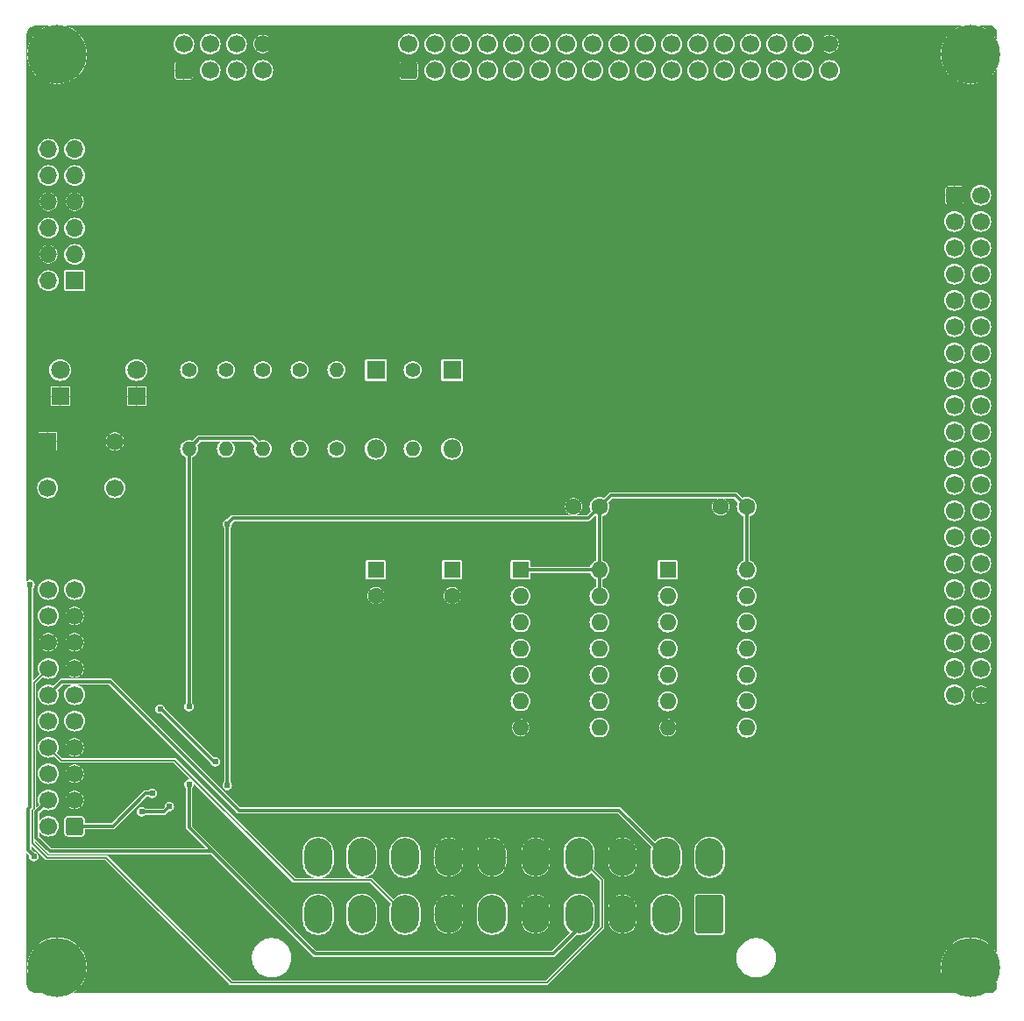
<source format=gbr>
%TF.GenerationSoftware,KiCad,Pcbnew,8.0.2*%
%TF.CreationDate,2024-06-21T19:26:28+02:00*%
%TF.ProjectId,power_board_v2,706f7765-725f-4626-9f61-72645f76322e,2.0*%
%TF.SameCoordinates,Original*%
%TF.FileFunction,Copper,L2,Bot*%
%TF.FilePolarity,Positive*%
%FSLAX46Y46*%
G04 Gerber Fmt 4.6, Leading zero omitted, Abs format (unit mm)*
G04 Created by KiCad (PCBNEW 8.0.2) date 2024-06-21 19:26:28*
%MOMM*%
%LPD*%
G01*
G04 APERTURE LIST*
G04 Aperture macros list*
%AMRoundRect*
0 Rectangle with rounded corners*
0 $1 Rounding radius*
0 $2 $3 $4 $5 $6 $7 $8 $9 X,Y pos of 4 corners*
0 Add a 4 corners polygon primitive as box body*
4,1,4,$2,$3,$4,$5,$6,$7,$8,$9,$2,$3,0*
0 Add four circle primitives for the rounded corners*
1,1,$1+$1,$2,$3*
1,1,$1+$1,$4,$5*
1,1,$1+$1,$6,$7*
1,1,$1+$1,$8,$9*
0 Add four rect primitives between the rounded corners*
20,1,$1+$1,$2,$3,$4,$5,0*
20,1,$1+$1,$4,$5,$6,$7,0*
20,1,$1+$1,$6,$7,$8,$9,0*
20,1,$1+$1,$8,$9,$2,$3,0*%
G04 Aperture macros list end*
%TA.AperFunction,ComponentPad*%
%ADD10RoundRect,0.250001X1.099999X1.599999X-1.099999X1.599999X-1.099999X-1.599999X1.099999X-1.599999X0*%
%TD*%
%TA.AperFunction,ComponentPad*%
%ADD11O,2.700000X3.700000*%
%TD*%
%TA.AperFunction,ComponentPad*%
%ADD12R,1.700000X1.700000*%
%TD*%
%TA.AperFunction,ComponentPad*%
%ADD13C,1.700000*%
%TD*%
%TA.AperFunction,ComponentPad*%
%ADD14C,5.700000*%
%TD*%
%TA.AperFunction,ComponentPad*%
%ADD15C,1.600000*%
%TD*%
%TA.AperFunction,ComponentPad*%
%ADD16R,1.600000X1.600000*%
%TD*%
%TA.AperFunction,ComponentPad*%
%ADD17C,1.400000*%
%TD*%
%TA.AperFunction,ComponentPad*%
%ADD18O,1.400000X1.400000*%
%TD*%
%TA.AperFunction,ComponentPad*%
%ADD19RoundRect,0.250000X-0.600000X-0.600000X0.600000X-0.600000X0.600000X0.600000X-0.600000X0.600000X0*%
%TD*%
%TA.AperFunction,ComponentPad*%
%ADD20R,1.800000X1.800000*%
%TD*%
%TA.AperFunction,ComponentPad*%
%ADD21C,1.800000*%
%TD*%
%TA.AperFunction,ComponentPad*%
%ADD22O,1.800000X1.800000*%
%TD*%
%TA.AperFunction,ComponentPad*%
%ADD23RoundRect,0.250000X0.600000X0.600000X-0.600000X0.600000X-0.600000X-0.600000X0.600000X-0.600000X0*%
%TD*%
%TA.AperFunction,ComponentPad*%
%ADD24RoundRect,0.250000X0.600000X-0.600000X0.600000X0.600000X-0.600000X0.600000X-0.600000X-0.600000X0*%
%TD*%
%TA.AperFunction,ComponentPad*%
%ADD25O,1.600000X1.600000*%
%TD*%
%TA.AperFunction,ComponentPad*%
%ADD26O,1.700000X1.700000*%
%TD*%
%TA.AperFunction,ViaPad*%
%ADD27C,0.610000*%
%TD*%
%TA.AperFunction,Conductor*%
%ADD28C,0.304800*%
%TD*%
%TA.AperFunction,Conductor*%
%ADD29C,0.152400*%
%TD*%
G04 APERTURE END LIST*
D10*
%TO.P,J5,1,Pin_1*%
%TO.N,/+3.3V*%
X91925000Y-112014000D03*
D11*
%TO.P,J5,2,Pin_2*%
%TO.N,/+3.3V2*%
X87725000Y-112014000D03*
%TO.P,J5,3,Pin_3*%
%TO.N,/GND*%
X83525000Y-112014000D03*
%TO.P,J5,4,Pin_4*%
%TO.N,/+5V*%
X79325000Y-112014000D03*
%TO.P,J5,5,Pin_5*%
%TO.N,/GND*%
X75125000Y-112014000D03*
%TO.P,J5,6,Pin_6*%
%TO.N,/+5V2*%
X70925000Y-112014000D03*
%TO.P,J5,7,Pin_7*%
%TO.N,/GND*%
X66725000Y-112014000D03*
%TO.P,J5,8,Pin_8*%
%TO.N,/PWR_OK*%
X62525000Y-112014000D03*
%TO.P,J5,9,Pin_9*%
%TO.N,/+5VSB*%
X58325000Y-112014000D03*
%TO.P,J5,10,Pin_10*%
%TO.N,/+12V*%
X54125000Y-112014000D03*
%TO.P,J5,11,Pin_11*%
%TO.N,/+3.3V3*%
X91925000Y-106514000D03*
%TO.P,J5,12,Pin_12*%
%TO.N,/-12V*%
X87725000Y-106514000D03*
%TO.P,J5,13,Pin_13*%
%TO.N,/GND*%
X83525000Y-106514000D03*
%TO.P,J5,14,Pin_14*%
%TO.N,/~{PS_ON}*%
X79325000Y-106514000D03*
%TO.P,J5,15,Pin_15*%
%TO.N,/GND*%
X75125000Y-106514000D03*
%TO.P,J5,16,Pin_16*%
X70925000Y-106514000D03*
%TO.P,J5,17,Pin_17*%
X66725000Y-106514000D03*
%TO.P,J5,18,Pin_18*%
%TO.N,unconnected-(J5-Pin_18-Pad18)*%
X62525000Y-106514000D03*
%TO.P,J5,19,Pin_19*%
%TO.N,/+5V4*%
X58325000Y-106514000D03*
%TO.P,J5,20,Pin_20*%
%TO.N,/+5V3*%
X54125000Y-106514000D03*
%TD*%
D12*
%TO.P,SW1,1,1*%
%TO.N,/GND*%
X27992000Y-66330000D03*
D13*
X34492000Y-66330000D03*
%TO.P,SW1,2,2*%
%TO.N,/POWER_SW*%
X27992000Y-70830000D03*
X34492000Y-70830000D03*
%TD*%
D14*
%TO.P,H1,1,1*%
%TO.N,/GND*%
X28925000Y-28925000D03*
%TD*%
D15*
%TO.P,CP1,2*%
%TO.N,/GND*%
X59690000Y-81235000D03*
D16*
%TO.P,CP1,1*%
%TO.N,Net-(D3-A)*%
X59690000Y-78735000D03*
%TD*%
D17*
%TO.P,R2,1*%
%TO.N,/PWR_LED+*%
X48768000Y-59436000D03*
D18*
%TO.P,R2,2*%
%TO.N,/+5V*%
X48768000Y-67056000D03*
%TD*%
D15*
%TO.P,CP2,2*%
%TO.N,/GND*%
X67056000Y-81235000D03*
D16*
%TO.P,CP2,1*%
%TO.N,Net-(D4-A)*%
X67056000Y-78735000D03*
%TD*%
D14*
%TO.P,H2,1,1*%
%TO.N,/GND*%
X117125000Y-28925000D03*
%TD*%
D19*
%TO.P,J1,1,Pin_1*%
%TO.N,/GND*%
X115570000Y-42545000D03*
D13*
%TO.P,J1,2,Pin_2*%
%TO.N,/~{NMI}*%
X118110000Y-42545000D03*
%TO.P,J1,3,Pin_3*%
%TO.N,/~{RESET}*%
X115570000Y-45085000D03*
%TO.P,J1,4,Pin_4*%
%TO.N,/B_D7*%
X118110000Y-45085000D03*
%TO.P,J1,5,Pin_5*%
%TO.N,/BUS_CLK*%
X115570000Y-47625000D03*
%TO.P,J1,6,Pin_6*%
%TO.N,/B_D6*%
X118110000Y-47625000D03*
%TO.P,J1,7,Pin_7*%
%TO.N,/~{WAIT}*%
X115570000Y-50165000D03*
%TO.P,J1,8,Pin_8*%
%TO.N,/B_D5*%
X118110000Y-50165000D03*
%TO.P,J1,9,Pin_9*%
%TO.N,/CPU_CLK*%
X115570000Y-52705000D03*
%TO.P,J1,10,Pin_10*%
%TO.N,/B_D4*%
X118110000Y-52705000D03*
%TO.P,J1,11,Pin_11*%
%TO.N,/~{B_M1}*%
X115570000Y-55245000D03*
%TO.P,J1,12,Pin_12*%
%TO.N,/B_D3*%
X118110000Y-55245000D03*
%TO.P,J1,13,Pin_13*%
%TO.N,/~{B_IORQ}*%
X115570000Y-57785000D03*
%TO.P,J1,14,Pin_14*%
%TO.N,/B_D2*%
X118110000Y-57785000D03*
%TO.P,J1,15,Pin_15*%
%TO.N,/~{B_MREQ}*%
X115570000Y-60325000D03*
%TO.P,J1,16,Pin_16*%
%TO.N,/B_D1*%
X118110000Y-60325000D03*
%TO.P,J1,17,Pin_17*%
%TO.N,/~{B_WR}*%
X115570000Y-62865000D03*
%TO.P,J1,18,Pin_18*%
%TO.N,/B_D0*%
X118110000Y-62865000D03*
%TO.P,J1,19,Pin_19*%
%TO.N,/~{B_RD}*%
X115570000Y-65405000D03*
%TO.P,J1,20,Pin_20*%
%TO.N,/B_A15*%
X118110000Y-65405000D03*
%TO.P,J1,21,Pin_21*%
%TO.N,/~{B_BUSACK}*%
X115570000Y-67945000D03*
%TO.P,J1,22,Pin_22*%
%TO.N,/B_A14*%
X118110000Y-67945000D03*
%TO.P,J1,23,Pin_23*%
%TO.N,/~{B_RFSH}*%
X115570000Y-70485000D03*
%TO.P,J1,24,Pin_24*%
%TO.N,/B_A13*%
X118110000Y-70485000D03*
%TO.P,J1,25,Pin_25*%
%TO.N,/~{BUSREQ}*%
X115570000Y-73025000D03*
%TO.P,J1,26,Pin_26*%
%TO.N,/B_A12*%
X118110000Y-73025000D03*
%TO.P,J1,27,Pin_27*%
%TO.N,/~{INT}*%
X115570000Y-75565000D03*
%TO.P,J1,28,Pin_28*%
%TO.N,/B_A11*%
X118110000Y-75565000D03*
%TO.P,J1,29,Pin_29*%
%TO.N,/B_A5*%
X115570000Y-78105000D03*
%TO.P,J1,30,Pin_30*%
%TO.N,/B_A10*%
X118110000Y-78105000D03*
%TO.P,J1,31,Pin_31*%
%TO.N,/B_A4*%
X115570000Y-80645000D03*
%TO.P,J1,32,Pin_32*%
%TO.N,/B_A9*%
X118110000Y-80645000D03*
%TO.P,J1,33,Pin_33*%
%TO.N,/B_A3*%
X115570000Y-83185000D03*
%TO.P,J1,34,Pin_34*%
%TO.N,/B_A8*%
X118110000Y-83185000D03*
%TO.P,J1,35,Pin_35*%
%TO.N,/B_A2*%
X115570000Y-85725000D03*
%TO.P,J1,36,Pin_36*%
%TO.N,/B_A7*%
X118110000Y-85725000D03*
%TO.P,J1,37,Pin_37*%
%TO.N,/B_A1*%
X115570000Y-88265000D03*
%TO.P,J1,38,Pin_38*%
%TO.N,/B_A6*%
X118110000Y-88265000D03*
%TO.P,J1,39,Pin_39*%
%TO.N,/B_A0*%
X115570000Y-90805000D03*
%TO.P,J1,40,Pin_40*%
%TO.N,/GND*%
X118110000Y-90805000D03*
%TD*%
D15*
%TO.P,C1,2*%
%TO.N,/GND*%
X78790000Y-72644000D03*
%TO.P,C1,1*%
%TO.N,/+5VSB*%
X81290000Y-72644000D03*
%TD*%
D20*
%TO.P,D2,1,K*%
%TO.N,/GND*%
X36576000Y-61976000D03*
D21*
%TO.P,D2,2,A*%
%TO.N,/SBL+*%
X36576000Y-59436000D03*
%TD*%
D22*
%TO.P,D3,2,A*%
%TO.N,Net-(D3-A)*%
X59690000Y-67056000D03*
D20*
%TO.P,D3,1,K*%
%TO.N,/+5VSB*%
X59690000Y-59436000D03*
%TD*%
%TO.P,D1,1,K*%
%TO.N,/GND*%
X29210000Y-61976000D03*
D21*
%TO.P,D1,2,A*%
%TO.N,/PWL+*%
X29210000Y-59436000D03*
%TD*%
D17*
%TO.P,R3,1*%
%TO.N,/SBL+*%
X45212000Y-59436000D03*
D18*
%TO.P,R3,2*%
%TO.N,/+5VSB*%
X45212000Y-67056000D03*
%TD*%
%TO.P,R5,2*%
%TO.N,/POWER_SW*%
X55880000Y-59436000D03*
D17*
%TO.P,R5,1*%
%TO.N,Net-(D3-A)*%
X55880000Y-67056000D03*
%TD*%
D20*
%TO.P,D4,1,K*%
%TO.N,/+5VSB*%
X67056000Y-59436000D03*
D22*
%TO.P,D4,2,A*%
%TO.N,Net-(D4-A)*%
X67056000Y-67056000D03*
%TD*%
D15*
%TO.P,C2,1*%
%TO.N,/+5VSB*%
X95504000Y-72644000D03*
%TO.P,C2,2*%
%TO.N,/GND*%
X93004000Y-72644000D03*
%TD*%
D23*
%TO.P,J3,1,Pin_1*%
%TO.N,/+3.3V*%
X30607000Y-103505000D03*
D13*
%TO.P,J3,2,Pin_2*%
%TO.N,/+3.3V2*%
X28067000Y-103505000D03*
%TO.P,J3,3,Pin_3*%
%TO.N,/GND*%
X30607000Y-100965000D03*
%TO.P,J3,4,Pin_4*%
%TO.N,/+5V*%
X28067000Y-100965000D03*
%TO.P,J3,5,Pin_5*%
%TO.N,/GND*%
X30607000Y-98425000D03*
%TO.P,J3,6,Pin_6*%
%TO.N,/+5V2*%
X28067000Y-98425000D03*
%TO.P,J3,7,Pin_7*%
%TO.N,/GND*%
X30607000Y-95885000D03*
%TO.P,J3,8,Pin_8*%
%TO.N,/PWR_OK*%
X28067000Y-95885000D03*
%TO.P,J3,9,Pin_9*%
%TO.N,/+5VSB*%
X30607000Y-93345000D03*
%TO.P,J3,10,Pin_10*%
%TO.N,/+12V*%
X28067000Y-93345000D03*
%TO.P,J3,11,Pin_11*%
%TO.N,/+3.3V3*%
X30607000Y-90805000D03*
%TO.P,J3,12,Pin_12*%
%TO.N,/-12V*%
X28067000Y-90805000D03*
%TO.P,J3,13,Pin_13*%
%TO.N,/GND*%
X30607000Y-88265000D03*
%TO.P,J3,14,Pin_14*%
%TO.N,/~{PS_ON}*%
X28067000Y-88265000D03*
%TO.P,J3,15,Pin_15*%
%TO.N,/GND*%
X30607000Y-85725000D03*
%TO.P,J3,16,Pin_16*%
X28067000Y-85725000D03*
%TO.P,J3,17,Pin_17*%
X30607000Y-83185000D03*
%TO.P,J3,18,Pin_18*%
%TO.N,/~{RESET_SW}*%
X28067000Y-83185000D03*
%TO.P,J3,19,Pin_19*%
%TO.N,/+5V4*%
X30607000Y-80645000D03*
%TO.P,J3,20,Pin_20*%
%TO.N,/+5V3*%
X28067000Y-80645000D03*
%TD*%
D17*
%TO.P,R1,1*%
%TO.N,/PWL+*%
X41656000Y-59436000D03*
D18*
%TO.P,R1,2*%
%TO.N,/+5V*%
X41656000Y-67056000D03*
%TD*%
D14*
%TO.P,H4,1,1*%
%TO.N,/GND*%
X28925000Y-117125000D03*
%TD*%
D24*
%TO.P,J2,1,Pin_1*%
%TO.N,/GND*%
X62865000Y-30480000D03*
D13*
%TO.P,J2,2,Pin_2*%
%TO.N,/USER15*%
X62865000Y-27940000D03*
%TO.P,J2,3,Pin_3*%
%TO.N,/~{INT7}*%
X65405000Y-30480000D03*
%TO.P,J2,4,Pin_4*%
%TO.N,/USER14*%
X65405000Y-27940000D03*
%TO.P,J2,5,Pin_5*%
%TO.N,/~{INT6}*%
X67945000Y-30480000D03*
%TO.P,J2,6,Pin_6*%
%TO.N,/USER13*%
X67945000Y-27940000D03*
%TO.P,J2,7,Pin_7*%
%TO.N,/~{INT5}*%
X70485000Y-30480000D03*
%TO.P,J2,8,Pin_8*%
%TO.N,/USER12*%
X70485000Y-27940000D03*
%TO.P,J2,9,Pin_9*%
%TO.N,/~{INT4}*%
X73025000Y-30480000D03*
%TO.P,J2,10,Pin_10*%
%TO.N,/USER11*%
X73025000Y-27940000D03*
%TO.P,J2,11,Pin_11*%
%TO.N,/~{INT3}*%
X75565000Y-30480000D03*
%TO.P,J2,12,Pin_12*%
%TO.N,/USER10*%
X75565000Y-27940000D03*
%TO.P,J2,13,Pin_13*%
%TO.N,/~{INT2}*%
X78105000Y-30480000D03*
%TO.P,J2,14,Pin_14*%
%TO.N,/USER9*%
X78105000Y-27940000D03*
%TO.P,J2,15,Pin_15*%
%TO.N,/~{INT1}*%
X80645000Y-30480000D03*
%TO.P,J2,16,Pin_16*%
%TO.N,/USER8*%
X80645000Y-27940000D03*
%TO.P,J2,17,Pin_17*%
%TO.N,/~{INT0}*%
X83185000Y-30480000D03*
%TO.P,J2,18,Pin_18*%
%TO.N,/USER7*%
X83185000Y-27940000D03*
%TO.P,J2,19,Pin_19*%
%TO.N,/M_A21*%
X85725000Y-30480000D03*
%TO.P,J2,20,Pin_20*%
%TO.N,/USER6*%
X85725000Y-27940000D03*
%TO.P,J2,21,Pin_21*%
%TO.N,/M_A20*%
X88265000Y-30480000D03*
%TO.P,J2,22,Pin_22*%
%TO.N,/USER5*%
X88265000Y-27940000D03*
%TO.P,J2,23,Pin_23*%
%TO.N,/M_A19*%
X90805000Y-30480000D03*
%TO.P,J2,24,Pin_24*%
%TO.N,/USER4*%
X90805000Y-27940000D03*
%TO.P,J2,25,Pin_25*%
%TO.N,/M_A18*%
X93345000Y-30480000D03*
%TO.P,J2,26,Pin_26*%
%TO.N,/USER3*%
X93345000Y-27940000D03*
%TO.P,J2,27,Pin_27*%
%TO.N,/M_A17*%
X95885000Y-30480000D03*
%TO.P,J2,28,Pin_28*%
%TO.N,/USER2*%
X95885000Y-27940000D03*
%TO.P,J2,29,Pin_29*%
%TO.N,/M_A16*%
X98425000Y-30480000D03*
%TO.P,J2,30,Pin_30*%
%TO.N,/USER1*%
X98425000Y-27940000D03*
%TO.P,J2,31,Pin_31*%
%TO.N,/M_A15*%
X100965000Y-30480000D03*
%TO.P,J2,32,Pin_32*%
%TO.N,/USER0*%
X100965000Y-27940000D03*
%TO.P,J2,33,Pin_33*%
%TO.N,/M_A14*%
X103505000Y-30480000D03*
%TO.P,J2,34,Pin_34*%
%TO.N,/GND*%
X103505000Y-27940000D03*
%TD*%
D17*
%TO.P,R6,1*%
%TO.N,Net-(D4-A)*%
X63246000Y-59436000D03*
D18*
%TO.P,R6,2*%
%TO.N,/+5VSB*%
X63246000Y-67056000D03*
%TD*%
D16*
%TO.P,U2,1*%
%TO.N,Net-(D3-A)*%
X87884000Y-78740000D03*
D25*
%TO.P,U2,2*%
%TO.N,Net-(U1B-C)*%
X87884000Y-81280000D03*
%TO.P,U2,3*%
%TO.N,Net-(D4-A)*%
X87884000Y-83820000D03*
%TO.P,U2,4*%
%TO.N,Net-(U2-Pad4)*%
X87884000Y-86360000D03*
%TO.P,U2,5*%
X87884000Y-88900000D03*
%TO.P,U2,6*%
%TO.N,Net-(U1B-~{S})*%
X87884000Y-91440000D03*
%TO.P,U2,7,GND*%
%TO.N,/GND*%
X87884000Y-93980000D03*
%TO.P,U2,8*%
%TO.N,unconnected-(U2-Pad8)*%
X95504000Y-93980000D03*
%TO.P,U2,9*%
%TO.N,unconnected-(U2-Pad9)*%
X95504000Y-91440000D03*
%TO.P,U2,10*%
%TO.N,unconnected-(U2-Pad10)*%
X95504000Y-88900000D03*
%TO.P,U2,11*%
%TO.N,unconnected-(U2-Pad11)*%
X95504000Y-86360000D03*
%TO.P,U2,12*%
%TO.N,unconnected-(U2-Pad12)*%
X95504000Y-83820000D03*
%TO.P,U2,13*%
%TO.N,unconnected-(U2-Pad13)*%
X95504000Y-81280000D03*
%TO.P,U2,14,VCC*%
%TO.N,/+5VSB*%
X95504000Y-78740000D03*
%TD*%
D14*
%TO.P,H3,1,1*%
%TO.N,/GND*%
X117125000Y-117125000D03*
%TD*%
D24*
%TO.P,J6,1,Pin_1*%
%TO.N,/GND*%
X41148000Y-30480000D03*
D13*
%TO.P,J6,2,Pin_2*%
%TO.N,unconnected-(J6-Pin_2-Pad2)*%
X41148000Y-27940000D03*
%TO.P,J6,3,Pin_3*%
%TO.N,/~{MEMR}*%
X43688000Y-30480000D03*
%TO.P,J6,4,Pin_4*%
%TO.N,/~{MEMW}*%
X43688000Y-27940000D03*
%TO.P,J6,5,Pin_5*%
%TO.N,/~{IOR}*%
X46228000Y-30480000D03*
%TO.P,J6,6,Pin_6*%
%TO.N,/~{IOW}*%
X46228000Y-27940000D03*
%TO.P,J6,7,Pin_7*%
%TO.N,/~{INTA}*%
X48768000Y-30480000D03*
%TO.P,J6,8,Pin_8*%
%TO.N,/GND*%
X48768000Y-27940000D03*
%TD*%
D12*
%TO.P,J4,1,Pin_1*%
%TO.N,unconnected-(J4-Pin_1-Pad1)*%
X30607000Y-50800000D03*
D26*
%TO.P,J4,2,Pin_2*%
%TO.N,/PWR_LED+*%
X28067000Y-50800000D03*
%TO.P,J4,3,Pin_3*%
%TO.N,unconnected-(J4-Pin_3-Pad3)*%
X30607000Y-48260000D03*
%TO.P,J4,4,Pin_4*%
%TO.N,/GND*%
X28067000Y-48260000D03*
%TO.P,J4,5,Pin_5*%
%TO.N,/~{RESET_SW}*%
X30607000Y-45720000D03*
%TO.P,J4,6,Pin_6*%
%TO.N,/POWER_SW*%
X28067000Y-45720000D03*
%TO.P,J4,7,Pin_7*%
%TO.N,/GND*%
X30607000Y-43180000D03*
%TO.P,J4,8,Pin_8*%
X28067000Y-43180000D03*
%TO.P,J4,9,Pin_9*%
%TO.N,/+5V*%
X30607000Y-40640000D03*
%TO.P,J4,10,Pin_10*%
%TO.N,unconnected-(J4-Pin_10-Pad10)*%
X28067000Y-40640000D03*
%TO.P,J4,11,Pin_11*%
%TO.N,/+5VSB*%
X30607000Y-38100000D03*
%TO.P,J4,12,Pin_12*%
%TO.N,unconnected-(J4-Pin_12-Pad12)*%
X28067000Y-38100000D03*
%TD*%
D18*
%TO.P,R4,2*%
%TO.N,/+5VSB*%
X52324000Y-67056000D03*
D17*
%TO.P,R4,1*%
%TO.N,/POWER_SW*%
X52324000Y-59436000D03*
%TD*%
D16*
%TO.P,U1,1,~{R}*%
%TO.N,/+5VSB*%
X73670000Y-78735000D03*
D25*
%TO.P,U1,2,D*%
%TO.N,unconnected-(U1A-D-Pad2)*%
X73670000Y-81275000D03*
%TO.P,U1,3,C*%
%TO.N,unconnected-(U1A-C-Pad3)*%
X73670000Y-83815000D03*
%TO.P,U1,4,~{S}*%
%TO.N,unconnected-(U1A-~{S}-Pad4)*%
X73670000Y-86355000D03*
%TO.P,U1,5,Q*%
%TO.N,unconnected-(U1A-Q-Pad5)*%
X73670000Y-88895000D03*
%TO.P,U1,6,~{Q}*%
%TO.N,unconnected-(U1A-~{Q}-Pad6)*%
X73670000Y-91435000D03*
%TO.P,U1,7,GND*%
%TO.N,/GND*%
X73670000Y-93975000D03*
%TO.P,U1,8,~{Q}*%
%TO.N,Net-(U1B-D)*%
X81290000Y-93975000D03*
%TO.P,U1,9,Q*%
%TO.N,/~{PS_ON}*%
X81290000Y-91435000D03*
%TO.P,U1,10,~{S}*%
%TO.N,Net-(U1B-~{S})*%
X81290000Y-88895000D03*
%TO.P,U1,11,C*%
%TO.N,Net-(U1B-C)*%
X81290000Y-86355000D03*
%TO.P,U1,12,D*%
%TO.N,Net-(U1B-D)*%
X81290000Y-83815000D03*
%TO.P,U1,13,~{R}*%
%TO.N,/+5VSB*%
X81290000Y-81275000D03*
%TO.P,U1,14,VCC*%
X81290000Y-78735000D03*
%TD*%
D27*
%TO.N,/+5V4*%
X26289000Y-80137000D03*
X26670000Y-106426000D03*
%TO.N,/+5V2*%
X44196000Y-97282000D03*
X38862000Y-92190200D03*
%TO.N,/+3.3V2*%
X39751000Y-101600000D03*
X37084000Y-102119800D03*
%TO.N,/+3.3V*%
X38100000Y-100330000D03*
%TO.N,/+5V*%
X41656000Y-91948000D03*
%TO.N,/+5VSB*%
X45339000Y-99568000D03*
%TO.N,/+5V*%
X41656000Y-99441000D03*
%TO.N,/GND*%
X39878000Y-59182000D03*
%TO.N,/+5VSB*%
X45339000Y-74295000D03*
%TD*%
D28*
%TO.N,/+5V4*%
X26670000Y-106426000D02*
X26670000Y-106362500D01*
X26670000Y-106362500D02*
X26150200Y-105842700D01*
X26150200Y-105842700D02*
X26150200Y-101804169D01*
X26150200Y-101804169D02*
X26289000Y-101665369D01*
X26289000Y-101665369D02*
X26289000Y-80137000D01*
D29*
%TO.N,/~{PS_ON}*%
X79325000Y-106514000D02*
X81534000Y-108723000D01*
X81534000Y-113284000D02*
X76200000Y-118618000D01*
X76200000Y-118618000D02*
X45720000Y-118618000D01*
X81534000Y-108723000D02*
X81534000Y-113284000D01*
X45720000Y-118618000D02*
X33655000Y-106553000D01*
X33655000Y-106553000D02*
X27940000Y-106553000D01*
X27940000Y-106553000D02*
X26531200Y-105144200D01*
X26531200Y-105144200D02*
X26531200Y-101961985D01*
X26670000Y-89662000D02*
X28067000Y-88265000D01*
X26531200Y-101961985D02*
X26670000Y-101823185D01*
X26670000Y-101823185D02*
X26670000Y-89662000D01*
D28*
%TO.N,/+3.3V2*%
X37084000Y-102119800D02*
X39231200Y-102119800D01*
X39231200Y-102119800D02*
X39751000Y-101600000D01*
%TO.N,/+5V*%
X41656000Y-67056000D02*
X41656000Y-91948000D01*
%TO.N,/+3.3V*%
X37465000Y-100330000D02*
X34290000Y-103505000D01*
X38100000Y-100330000D02*
X37465000Y-100330000D01*
X34290000Y-103505000D02*
X30607000Y-103505000D01*
%TO.N,/+5V2*%
X38862000Y-92190200D02*
X38977200Y-92190200D01*
X38977200Y-92190200D02*
X44069000Y-97282000D01*
X44069000Y-97282000D02*
X44196000Y-97282000D01*
%TO.N,/+5VSB*%
X45339000Y-74295000D02*
X45339000Y-99568000D01*
%TO.N,/-12V*%
X87725000Y-106514000D02*
X83192000Y-101981000D01*
X83192000Y-101981000D02*
X46482000Y-101981000D01*
X34036000Y-89535000D02*
X29337000Y-89535000D01*
X46482000Y-101981000D02*
X34036000Y-89535000D01*
X29337000Y-89535000D02*
X28067000Y-90805000D01*
%TO.N,/+5V*%
X41656000Y-103632000D02*
X53467000Y-115443000D01*
X41656000Y-99441000D02*
X41656000Y-103632000D01*
D29*
%TO.N,/PWR_OK*%
X62525000Y-112014000D02*
X59223000Y-108712000D01*
X51816000Y-108712000D02*
X40259000Y-97155000D01*
X59223000Y-108712000D02*
X51816000Y-108712000D01*
X40259000Y-97155000D02*
X29337000Y-97155000D01*
X29337000Y-97155000D02*
X28067000Y-95885000D01*
D28*
%TO.N,/+5V*%
X53467000Y-115443000D02*
X53848000Y-115824000D01*
X28224816Y-105918000D02*
X43942000Y-105918000D01*
X28067000Y-100965000D02*
X26912200Y-102119800D01*
X26912200Y-102119800D02*
X26912200Y-104605384D01*
X26912200Y-104605384D02*
X28224816Y-105918000D01*
X43942000Y-105918000D02*
X53467000Y-115443000D01*
%TO.N,/+5VSB*%
X45885200Y-73748800D02*
X80185200Y-73748800D01*
X45339000Y-74295000D02*
X45885200Y-73748800D01*
X80185200Y-73748800D02*
X81290000Y-72644000D01*
%TO.N,/+5V*%
X53848000Y-115824000D02*
X76835000Y-115824000D01*
X76835000Y-115824000D02*
X79325000Y-113334000D01*
X79325000Y-113334000D02*
X79325000Y-112014000D01*
X48768000Y-67056000D02*
X47763200Y-66051200D01*
X47763200Y-66051200D02*
X42660800Y-66051200D01*
X42660800Y-66051200D02*
X41656000Y-67056000D01*
%TO.N,/+5VSB*%
X81290000Y-72644000D02*
X81290000Y-78735000D01*
X94399200Y-71539200D02*
X82394800Y-71539200D01*
X82394800Y-71539200D02*
X81290000Y-72644000D01*
X81290000Y-78735000D02*
X81290000Y-81275000D01*
X73670000Y-78735000D02*
X81290000Y-78735000D01*
X95504000Y-72644000D02*
X95504000Y-78740000D01*
X94399200Y-71539200D02*
X95504000Y-72644000D01*
%TD*%
%TA.AperFunction,Conductor*%
%TO.N,/GND*%
G36*
X28026223Y-26166101D02*
G01*
X28030324Y-26176000D01*
X28026223Y-26185899D01*
X28021112Y-26189156D01*
X27782351Y-26276058D01*
X27482555Y-26426622D01*
X27202271Y-26610968D01*
X26945268Y-26826619D01*
X26908266Y-26865838D01*
X26908266Y-26865841D01*
X27814841Y-27772416D01*
X27772416Y-27814841D01*
X26867075Y-26909500D01*
X26867072Y-26909500D01*
X26715063Y-27070622D01*
X26715054Y-27070633D01*
X26514712Y-27339737D01*
X26514711Y-27339740D01*
X26346975Y-27630268D01*
X26214101Y-27938308D01*
X26214095Y-27938323D01*
X26117879Y-28259704D01*
X26059625Y-28590089D01*
X26040119Y-28924994D01*
X26040119Y-28925005D01*
X26059625Y-29259910D01*
X26117879Y-29590295D01*
X26214095Y-29911676D01*
X26214101Y-29911691D01*
X26346975Y-30219731D01*
X26514711Y-30510259D01*
X26514712Y-30510262D01*
X26715054Y-30779366D01*
X26715063Y-30779377D01*
X26867072Y-30940498D01*
X26867075Y-30940498D01*
X27772415Y-30035157D01*
X27814840Y-30077582D01*
X26908266Y-30984157D01*
X26908266Y-30984160D01*
X26945268Y-31023380D01*
X27202271Y-31239031D01*
X27482555Y-31423377D01*
X27782351Y-31573941D01*
X28097607Y-31688685D01*
X28097611Y-31688686D01*
X28424043Y-31766052D01*
X28424056Y-31766054D01*
X28757244Y-31804999D01*
X28757261Y-31805000D01*
X29092739Y-31805000D01*
X29092755Y-31804999D01*
X29425943Y-31766054D01*
X29425956Y-31766052D01*
X29752388Y-31688686D01*
X29752392Y-31688685D01*
X30067648Y-31573941D01*
X30367444Y-31423377D01*
X30647728Y-31239031D01*
X30904731Y-31023380D01*
X30941732Y-30984160D01*
X30941732Y-30984157D01*
X30035158Y-30077583D01*
X30077583Y-30035158D01*
X30982923Y-30940498D01*
X30982926Y-30940498D01*
X31134936Y-30779377D01*
X31134945Y-30779366D01*
X31335287Y-30510262D01*
X31335288Y-30510259D01*
X31503024Y-30219731D01*
X31635898Y-29911691D01*
X31635904Y-29911676D01*
X31657902Y-29838198D01*
X40268000Y-29838198D01*
X40268000Y-30450000D01*
X40648000Y-30450000D01*
X40648000Y-30510000D01*
X40268000Y-30510000D01*
X40268000Y-31121801D01*
X40270716Y-31145218D01*
X40312998Y-31240978D01*
X40313001Y-31240982D01*
X40387017Y-31314998D01*
X40387021Y-31315001D01*
X40482782Y-31357283D01*
X40482781Y-31357283D01*
X40506199Y-31360000D01*
X41118000Y-31360000D01*
X41118000Y-30980000D01*
X41178000Y-30980000D01*
X41178000Y-31360000D01*
X41789801Y-31360000D01*
X41813218Y-31357283D01*
X41908978Y-31315001D01*
X41908982Y-31314998D01*
X41982998Y-31240982D01*
X41983001Y-31240978D01*
X42025283Y-31145218D01*
X42028000Y-31121801D01*
X42028000Y-30510000D01*
X41648000Y-30510000D01*
X41648000Y-30480000D01*
X42680247Y-30480000D01*
X42699611Y-30676605D01*
X42699612Y-30676609D01*
X42756956Y-30865647D01*
X42850081Y-31039873D01*
X42850084Y-31039878D01*
X42975411Y-31192589D01*
X43128122Y-31317916D01*
X43302350Y-31411042D01*
X43302352Y-31411043D01*
X43491390Y-31468387D01*
X43491397Y-31468389D01*
X43688000Y-31487753D01*
X43884603Y-31468389D01*
X44073650Y-31411042D01*
X44247878Y-31317916D01*
X44400589Y-31192589D01*
X44525916Y-31039878D01*
X44619042Y-30865650D01*
X44676389Y-30676603D01*
X44695753Y-30480000D01*
X45220247Y-30480000D01*
X45239611Y-30676605D01*
X45239612Y-30676609D01*
X45296956Y-30865647D01*
X45390081Y-31039873D01*
X45390084Y-31039878D01*
X45515411Y-31192589D01*
X45668122Y-31317916D01*
X45842350Y-31411042D01*
X45842352Y-31411043D01*
X46031390Y-31468387D01*
X46031397Y-31468389D01*
X46228000Y-31487753D01*
X46424603Y-31468389D01*
X46613650Y-31411042D01*
X46787878Y-31317916D01*
X46940589Y-31192589D01*
X47065916Y-31039878D01*
X47159042Y-30865650D01*
X47216389Y-30676603D01*
X47235753Y-30480000D01*
X47760247Y-30480000D01*
X47779611Y-30676605D01*
X47779612Y-30676609D01*
X47836956Y-30865647D01*
X47930081Y-31039873D01*
X47930084Y-31039878D01*
X48055411Y-31192589D01*
X48208122Y-31317916D01*
X48382350Y-31411042D01*
X48382352Y-31411043D01*
X48571390Y-31468387D01*
X48571397Y-31468389D01*
X48768000Y-31487753D01*
X48964603Y-31468389D01*
X49153650Y-31411042D01*
X49327878Y-31317916D01*
X49480589Y-31192589D01*
X49605916Y-31039878D01*
X49699042Y-30865650D01*
X49756389Y-30676603D01*
X49775753Y-30480000D01*
X49756389Y-30283397D01*
X49699042Y-30094350D01*
X49605916Y-29920122D01*
X49538683Y-29838198D01*
X61985000Y-29838198D01*
X61985000Y-30450000D01*
X62365000Y-30450000D01*
X62365000Y-30510000D01*
X61985000Y-30510000D01*
X61985000Y-31121801D01*
X61987716Y-31145218D01*
X62029998Y-31240978D01*
X62030001Y-31240982D01*
X62104017Y-31314998D01*
X62104021Y-31315001D01*
X62199782Y-31357283D01*
X62199781Y-31357283D01*
X62223199Y-31360000D01*
X62835000Y-31360000D01*
X62835000Y-30980000D01*
X62895000Y-30980000D01*
X62895000Y-31360000D01*
X63506801Y-31360000D01*
X63530218Y-31357283D01*
X63625978Y-31315001D01*
X63625982Y-31314998D01*
X63699998Y-31240982D01*
X63700001Y-31240978D01*
X63742283Y-31145218D01*
X63745000Y-31121801D01*
X63745000Y-30510000D01*
X63365000Y-30510000D01*
X63365000Y-30480000D01*
X64397247Y-30480000D01*
X64416611Y-30676605D01*
X64416612Y-30676609D01*
X64473956Y-30865647D01*
X64567081Y-31039873D01*
X64567084Y-31039878D01*
X64692411Y-31192589D01*
X64845122Y-31317916D01*
X65019350Y-31411042D01*
X65019352Y-31411043D01*
X65208390Y-31468387D01*
X65208397Y-31468389D01*
X65405000Y-31487753D01*
X65601603Y-31468389D01*
X65790650Y-31411042D01*
X65964878Y-31317916D01*
X66117589Y-31192589D01*
X66242916Y-31039878D01*
X66336042Y-30865650D01*
X66393389Y-30676603D01*
X66412753Y-30480000D01*
X66937247Y-30480000D01*
X66956611Y-30676605D01*
X66956612Y-30676609D01*
X67013956Y-30865647D01*
X67107081Y-31039873D01*
X67107084Y-31039878D01*
X67232411Y-31192589D01*
X67385122Y-31317916D01*
X67559350Y-31411042D01*
X67559352Y-31411043D01*
X67748390Y-31468387D01*
X67748397Y-31468389D01*
X67945000Y-31487753D01*
X68141603Y-31468389D01*
X68330650Y-31411042D01*
X68504878Y-31317916D01*
X68657589Y-31192589D01*
X68782916Y-31039878D01*
X68876042Y-30865650D01*
X68933389Y-30676603D01*
X68952753Y-30480000D01*
X69477247Y-30480000D01*
X69496611Y-30676605D01*
X69496612Y-30676609D01*
X69553956Y-30865647D01*
X69647081Y-31039873D01*
X69647084Y-31039878D01*
X69772411Y-31192589D01*
X69925122Y-31317916D01*
X70099350Y-31411042D01*
X70099352Y-31411043D01*
X70288390Y-31468387D01*
X70288397Y-31468389D01*
X70485000Y-31487753D01*
X70681603Y-31468389D01*
X70870650Y-31411042D01*
X71044878Y-31317916D01*
X71197589Y-31192589D01*
X71322916Y-31039878D01*
X71416042Y-30865650D01*
X71473389Y-30676603D01*
X71492753Y-30480000D01*
X72017247Y-30480000D01*
X72036611Y-30676605D01*
X72036612Y-30676609D01*
X72093956Y-30865647D01*
X72187081Y-31039873D01*
X72187084Y-31039878D01*
X72312411Y-31192589D01*
X72465122Y-31317916D01*
X72639350Y-31411042D01*
X72639352Y-31411043D01*
X72828390Y-31468387D01*
X72828397Y-31468389D01*
X73025000Y-31487753D01*
X73221603Y-31468389D01*
X73410650Y-31411042D01*
X73584878Y-31317916D01*
X73737589Y-31192589D01*
X73862916Y-31039878D01*
X73956042Y-30865650D01*
X74013389Y-30676603D01*
X74032753Y-30480000D01*
X74557247Y-30480000D01*
X74576611Y-30676605D01*
X74576612Y-30676609D01*
X74633956Y-30865647D01*
X74727081Y-31039873D01*
X74727084Y-31039878D01*
X74852411Y-31192589D01*
X75005122Y-31317916D01*
X75179350Y-31411042D01*
X75179352Y-31411043D01*
X75368390Y-31468387D01*
X75368397Y-31468389D01*
X75565000Y-31487753D01*
X75761603Y-31468389D01*
X75950650Y-31411042D01*
X76124878Y-31317916D01*
X76277589Y-31192589D01*
X76402916Y-31039878D01*
X76496042Y-30865650D01*
X76553389Y-30676603D01*
X76572753Y-30480000D01*
X77097247Y-30480000D01*
X77116611Y-30676605D01*
X77116612Y-30676609D01*
X77173956Y-30865647D01*
X77267081Y-31039873D01*
X77267084Y-31039878D01*
X77392411Y-31192589D01*
X77545122Y-31317916D01*
X77719350Y-31411042D01*
X77719352Y-31411043D01*
X77908390Y-31468387D01*
X77908397Y-31468389D01*
X78105000Y-31487753D01*
X78301603Y-31468389D01*
X78490650Y-31411042D01*
X78664878Y-31317916D01*
X78817589Y-31192589D01*
X78942916Y-31039878D01*
X79036042Y-30865650D01*
X79093389Y-30676603D01*
X79112753Y-30480000D01*
X79637247Y-30480000D01*
X79656611Y-30676605D01*
X79656612Y-30676609D01*
X79713956Y-30865647D01*
X79807081Y-31039873D01*
X79807084Y-31039878D01*
X79932411Y-31192589D01*
X80085122Y-31317916D01*
X80259350Y-31411042D01*
X80259352Y-31411043D01*
X80448390Y-31468387D01*
X80448397Y-31468389D01*
X80645000Y-31487753D01*
X80841603Y-31468389D01*
X81030650Y-31411042D01*
X81204878Y-31317916D01*
X81357589Y-31192589D01*
X81482916Y-31039878D01*
X81576042Y-30865650D01*
X81633389Y-30676603D01*
X81652753Y-30480000D01*
X82177247Y-30480000D01*
X82196611Y-30676605D01*
X82196612Y-30676609D01*
X82253956Y-30865647D01*
X82347081Y-31039873D01*
X82347084Y-31039878D01*
X82472411Y-31192589D01*
X82625122Y-31317916D01*
X82799350Y-31411042D01*
X82799352Y-31411043D01*
X82988390Y-31468387D01*
X82988397Y-31468389D01*
X83185000Y-31487753D01*
X83381603Y-31468389D01*
X83570650Y-31411042D01*
X83744878Y-31317916D01*
X83897589Y-31192589D01*
X84022916Y-31039878D01*
X84116042Y-30865650D01*
X84173389Y-30676603D01*
X84192753Y-30480000D01*
X84717247Y-30480000D01*
X84736611Y-30676605D01*
X84736612Y-30676609D01*
X84793956Y-30865647D01*
X84887081Y-31039873D01*
X84887084Y-31039878D01*
X85012411Y-31192589D01*
X85165122Y-31317916D01*
X85339350Y-31411042D01*
X85339352Y-31411043D01*
X85528390Y-31468387D01*
X85528397Y-31468389D01*
X85725000Y-31487753D01*
X85921603Y-31468389D01*
X86110650Y-31411042D01*
X86284878Y-31317916D01*
X86437589Y-31192589D01*
X86562916Y-31039878D01*
X86656042Y-30865650D01*
X86713389Y-30676603D01*
X86732753Y-30480000D01*
X87257247Y-30480000D01*
X87276611Y-30676605D01*
X87276612Y-30676609D01*
X87333956Y-30865647D01*
X87427081Y-31039873D01*
X87427084Y-31039878D01*
X87552411Y-31192589D01*
X87705122Y-31317916D01*
X87879350Y-31411042D01*
X87879352Y-31411043D01*
X88068390Y-31468387D01*
X88068397Y-31468389D01*
X88265000Y-31487753D01*
X88461603Y-31468389D01*
X88650650Y-31411042D01*
X88824878Y-31317916D01*
X88977589Y-31192589D01*
X89102916Y-31039878D01*
X89196042Y-30865650D01*
X89253389Y-30676603D01*
X89272753Y-30480000D01*
X89797247Y-30480000D01*
X89816611Y-30676605D01*
X89816612Y-30676609D01*
X89873956Y-30865647D01*
X89967081Y-31039873D01*
X89967084Y-31039878D01*
X90092411Y-31192589D01*
X90245122Y-31317916D01*
X90419350Y-31411042D01*
X90419352Y-31411043D01*
X90608390Y-31468387D01*
X90608397Y-31468389D01*
X90805000Y-31487753D01*
X91001603Y-31468389D01*
X91190650Y-31411042D01*
X91364878Y-31317916D01*
X91517589Y-31192589D01*
X91642916Y-31039878D01*
X91736042Y-30865650D01*
X91793389Y-30676603D01*
X91812753Y-30480000D01*
X92337247Y-30480000D01*
X92356611Y-30676605D01*
X92356612Y-30676609D01*
X92413956Y-30865647D01*
X92507081Y-31039873D01*
X92507084Y-31039878D01*
X92632411Y-31192589D01*
X92785122Y-31317916D01*
X92959350Y-31411042D01*
X92959352Y-31411043D01*
X93148390Y-31468387D01*
X93148397Y-31468389D01*
X93345000Y-31487753D01*
X93541603Y-31468389D01*
X93730650Y-31411042D01*
X93904878Y-31317916D01*
X94057589Y-31192589D01*
X94182916Y-31039878D01*
X94276042Y-30865650D01*
X94333389Y-30676603D01*
X94352753Y-30480000D01*
X94877247Y-30480000D01*
X94896611Y-30676605D01*
X94896612Y-30676609D01*
X94953956Y-30865647D01*
X95047081Y-31039873D01*
X95047084Y-31039878D01*
X95172411Y-31192589D01*
X95325122Y-31317916D01*
X95499350Y-31411042D01*
X95499352Y-31411043D01*
X95688390Y-31468387D01*
X95688397Y-31468389D01*
X95885000Y-31487753D01*
X96081603Y-31468389D01*
X96270650Y-31411042D01*
X96444878Y-31317916D01*
X96597589Y-31192589D01*
X96722916Y-31039878D01*
X96816042Y-30865650D01*
X96873389Y-30676603D01*
X96892753Y-30480000D01*
X97417247Y-30480000D01*
X97436611Y-30676605D01*
X97436612Y-30676609D01*
X97493956Y-30865647D01*
X97587081Y-31039873D01*
X97587084Y-31039878D01*
X97712411Y-31192589D01*
X97865122Y-31317916D01*
X98039350Y-31411042D01*
X98039352Y-31411043D01*
X98228390Y-31468387D01*
X98228397Y-31468389D01*
X98425000Y-31487753D01*
X98621603Y-31468389D01*
X98810650Y-31411042D01*
X98984878Y-31317916D01*
X99137589Y-31192589D01*
X99262916Y-31039878D01*
X99356042Y-30865650D01*
X99413389Y-30676603D01*
X99432753Y-30480000D01*
X99957247Y-30480000D01*
X99976611Y-30676605D01*
X99976612Y-30676609D01*
X100033956Y-30865647D01*
X100127081Y-31039873D01*
X100127084Y-31039878D01*
X100252411Y-31192589D01*
X100405122Y-31317916D01*
X100579350Y-31411042D01*
X100579352Y-31411043D01*
X100768390Y-31468387D01*
X100768397Y-31468389D01*
X100965000Y-31487753D01*
X101161603Y-31468389D01*
X101350650Y-31411042D01*
X101524878Y-31317916D01*
X101677589Y-31192589D01*
X101802916Y-31039878D01*
X101896042Y-30865650D01*
X101953389Y-30676603D01*
X101972753Y-30480000D01*
X102497247Y-30480000D01*
X102516611Y-30676605D01*
X102516612Y-30676609D01*
X102573956Y-30865647D01*
X102667081Y-31039873D01*
X102667084Y-31039878D01*
X102792411Y-31192589D01*
X102945122Y-31317916D01*
X103119350Y-31411042D01*
X103119352Y-31411043D01*
X103308390Y-31468387D01*
X103308397Y-31468389D01*
X103505000Y-31487753D01*
X103701603Y-31468389D01*
X103890650Y-31411042D01*
X104064878Y-31317916D01*
X104217589Y-31192589D01*
X104342916Y-31039878D01*
X104436042Y-30865650D01*
X104493389Y-30676603D01*
X104512753Y-30480000D01*
X104493389Y-30283397D01*
X104436042Y-30094350D01*
X104342916Y-29920122D01*
X104217589Y-29767411D01*
X104064878Y-29642084D01*
X104064876Y-29642083D01*
X104064875Y-29642082D01*
X104064873Y-29642081D01*
X103890647Y-29548956D01*
X103701609Y-29491612D01*
X103701605Y-29491611D01*
X103505000Y-29472247D01*
X103308394Y-29491611D01*
X103308390Y-29491612D01*
X103119352Y-29548956D01*
X102945126Y-29642081D01*
X102945124Y-29642082D01*
X102792411Y-29767411D01*
X102667082Y-29920124D01*
X102667081Y-29920126D01*
X102573956Y-30094352D01*
X102516612Y-30283390D01*
X102516611Y-30283394D01*
X102497247Y-30480000D01*
X101972753Y-30480000D01*
X101953389Y-30283397D01*
X101896042Y-30094350D01*
X101802916Y-29920122D01*
X101677589Y-29767411D01*
X101524878Y-29642084D01*
X101524876Y-29642083D01*
X101524875Y-29642082D01*
X101524873Y-29642081D01*
X101350647Y-29548956D01*
X101161609Y-29491612D01*
X101161605Y-29491611D01*
X100965000Y-29472247D01*
X100768394Y-29491611D01*
X100768390Y-29491612D01*
X100579352Y-29548956D01*
X100405126Y-29642081D01*
X100405124Y-29642082D01*
X100252411Y-29767411D01*
X100127082Y-29920124D01*
X100127081Y-29920126D01*
X100033956Y-30094352D01*
X99976612Y-30283390D01*
X99976611Y-30283394D01*
X99957247Y-30480000D01*
X99432753Y-30480000D01*
X99413389Y-30283397D01*
X99356042Y-30094350D01*
X99262916Y-29920122D01*
X99137589Y-29767411D01*
X98984878Y-29642084D01*
X98984876Y-29642083D01*
X98984875Y-29642082D01*
X98984873Y-29642081D01*
X98810647Y-29548956D01*
X98621609Y-29491612D01*
X98621605Y-29491611D01*
X98425000Y-29472247D01*
X98228394Y-29491611D01*
X98228390Y-29491612D01*
X98039352Y-29548956D01*
X97865126Y-29642081D01*
X97865124Y-29642082D01*
X97712411Y-29767411D01*
X97587082Y-29920124D01*
X97587081Y-29920126D01*
X97493956Y-30094352D01*
X97436612Y-30283390D01*
X97436611Y-30283394D01*
X97417247Y-30480000D01*
X96892753Y-30480000D01*
X96873389Y-30283397D01*
X96816042Y-30094350D01*
X96722916Y-29920122D01*
X96597589Y-29767411D01*
X96444878Y-29642084D01*
X96444876Y-29642083D01*
X96444875Y-29642082D01*
X96444873Y-29642081D01*
X96270647Y-29548956D01*
X96081609Y-29491612D01*
X96081605Y-29491611D01*
X95885000Y-29472247D01*
X95688394Y-29491611D01*
X95688390Y-29491612D01*
X95499352Y-29548956D01*
X95325126Y-29642081D01*
X95325124Y-29642082D01*
X95172411Y-29767411D01*
X95047082Y-29920124D01*
X95047081Y-29920126D01*
X94953956Y-30094352D01*
X94896612Y-30283390D01*
X94896611Y-30283394D01*
X94877247Y-30480000D01*
X94352753Y-30480000D01*
X94333389Y-30283397D01*
X94276042Y-30094350D01*
X94182916Y-29920122D01*
X94057589Y-29767411D01*
X93904878Y-29642084D01*
X93904876Y-29642083D01*
X93904875Y-29642082D01*
X93904873Y-29642081D01*
X93730647Y-29548956D01*
X93541609Y-29491612D01*
X93541605Y-29491611D01*
X93345000Y-29472247D01*
X93148394Y-29491611D01*
X93148390Y-29491612D01*
X92959352Y-29548956D01*
X92785126Y-29642081D01*
X92785124Y-29642082D01*
X92632411Y-29767411D01*
X92507082Y-29920124D01*
X92507081Y-29920126D01*
X92413956Y-30094352D01*
X92356612Y-30283390D01*
X92356611Y-30283394D01*
X92337247Y-30480000D01*
X91812753Y-30480000D01*
X91793389Y-30283397D01*
X91736042Y-30094350D01*
X91642916Y-29920122D01*
X91517589Y-29767411D01*
X91364878Y-29642084D01*
X91364876Y-29642083D01*
X91364875Y-29642082D01*
X91364873Y-29642081D01*
X91190647Y-29548956D01*
X91001609Y-29491612D01*
X91001605Y-29491611D01*
X90805000Y-29472247D01*
X90608394Y-29491611D01*
X90608390Y-29491612D01*
X90419352Y-29548956D01*
X90245126Y-29642081D01*
X90245124Y-29642082D01*
X90092411Y-29767411D01*
X89967082Y-29920124D01*
X89967081Y-29920126D01*
X89873956Y-30094352D01*
X89816612Y-30283390D01*
X89816611Y-30283394D01*
X89797247Y-30480000D01*
X89272753Y-30480000D01*
X89253389Y-30283397D01*
X89196042Y-30094350D01*
X89102916Y-29920122D01*
X88977589Y-29767411D01*
X88824878Y-29642084D01*
X88824876Y-29642083D01*
X88824875Y-29642082D01*
X88824873Y-29642081D01*
X88650647Y-29548956D01*
X88461609Y-29491612D01*
X88461605Y-29491611D01*
X88265000Y-29472247D01*
X88068394Y-29491611D01*
X88068390Y-29491612D01*
X87879352Y-29548956D01*
X87705126Y-29642081D01*
X87705124Y-29642082D01*
X87552411Y-29767411D01*
X87427082Y-29920124D01*
X87427081Y-29920126D01*
X87333956Y-30094352D01*
X87276612Y-30283390D01*
X87276611Y-30283394D01*
X87257247Y-30480000D01*
X86732753Y-30480000D01*
X86713389Y-30283397D01*
X86656042Y-30094350D01*
X86562916Y-29920122D01*
X86437589Y-29767411D01*
X86284878Y-29642084D01*
X86284876Y-29642083D01*
X86284875Y-29642082D01*
X86284873Y-29642081D01*
X86110647Y-29548956D01*
X85921609Y-29491612D01*
X85921605Y-29491611D01*
X85725000Y-29472247D01*
X85528394Y-29491611D01*
X85528390Y-29491612D01*
X85339352Y-29548956D01*
X85165126Y-29642081D01*
X85165124Y-29642082D01*
X85012411Y-29767411D01*
X84887082Y-29920124D01*
X84887081Y-29920126D01*
X84793956Y-30094352D01*
X84736612Y-30283390D01*
X84736611Y-30283394D01*
X84717247Y-30480000D01*
X84192753Y-30480000D01*
X84173389Y-30283397D01*
X84116042Y-30094350D01*
X84022916Y-29920122D01*
X83897589Y-29767411D01*
X83744878Y-29642084D01*
X83744876Y-29642083D01*
X83744875Y-29642082D01*
X83744873Y-29642081D01*
X83570647Y-29548956D01*
X83381609Y-29491612D01*
X83381605Y-29491611D01*
X83185000Y-29472247D01*
X82988394Y-29491611D01*
X82988390Y-29491612D01*
X82799352Y-29548956D01*
X82625126Y-29642081D01*
X82625124Y-29642082D01*
X82472411Y-29767411D01*
X82347082Y-29920124D01*
X82347081Y-29920126D01*
X82253956Y-30094352D01*
X82196612Y-30283390D01*
X82196611Y-30283394D01*
X82177247Y-30480000D01*
X81652753Y-30480000D01*
X81633389Y-30283397D01*
X81576042Y-30094350D01*
X81482916Y-29920122D01*
X81357589Y-29767411D01*
X81204878Y-29642084D01*
X81204876Y-29642083D01*
X81204875Y-29642082D01*
X81204873Y-29642081D01*
X81030647Y-29548956D01*
X80841609Y-29491612D01*
X80841605Y-29491611D01*
X80645000Y-29472247D01*
X80448394Y-29491611D01*
X80448390Y-29491612D01*
X80259352Y-29548956D01*
X80085126Y-29642081D01*
X80085124Y-29642082D01*
X79932411Y-29767411D01*
X79807082Y-29920124D01*
X79807081Y-29920126D01*
X79713956Y-30094352D01*
X79656612Y-30283390D01*
X79656611Y-30283394D01*
X79637247Y-30480000D01*
X79112753Y-30480000D01*
X79093389Y-30283397D01*
X79036042Y-30094350D01*
X78942916Y-29920122D01*
X78817589Y-29767411D01*
X78664878Y-29642084D01*
X78664876Y-29642083D01*
X78664875Y-29642082D01*
X78664873Y-29642081D01*
X78490647Y-29548956D01*
X78301609Y-29491612D01*
X78301605Y-29491611D01*
X78105000Y-29472247D01*
X77908394Y-29491611D01*
X77908390Y-29491612D01*
X77719352Y-29548956D01*
X77545126Y-29642081D01*
X77545124Y-29642082D01*
X77392411Y-29767411D01*
X77267082Y-29920124D01*
X77267081Y-29920126D01*
X77173956Y-30094352D01*
X77116612Y-30283390D01*
X77116611Y-30283394D01*
X77097247Y-30480000D01*
X76572753Y-30480000D01*
X76553389Y-30283397D01*
X76496042Y-30094350D01*
X76402916Y-29920122D01*
X76277589Y-29767411D01*
X76124878Y-29642084D01*
X76124876Y-29642083D01*
X76124875Y-29642082D01*
X76124873Y-29642081D01*
X75950647Y-29548956D01*
X75761609Y-29491612D01*
X75761605Y-29491611D01*
X75565000Y-29472247D01*
X75368394Y-29491611D01*
X75368390Y-29491612D01*
X75179352Y-29548956D01*
X75005126Y-29642081D01*
X75005124Y-29642082D01*
X74852411Y-29767411D01*
X74727082Y-29920124D01*
X74727081Y-29920126D01*
X74633956Y-30094352D01*
X74576612Y-30283390D01*
X74576611Y-30283394D01*
X74557247Y-30480000D01*
X74032753Y-30480000D01*
X74013389Y-30283397D01*
X73956042Y-30094350D01*
X73862916Y-29920122D01*
X73737589Y-29767411D01*
X73584878Y-29642084D01*
X73584876Y-29642083D01*
X73584875Y-29642082D01*
X73584873Y-29642081D01*
X73410647Y-29548956D01*
X73221609Y-29491612D01*
X73221605Y-29491611D01*
X73025000Y-29472247D01*
X72828394Y-29491611D01*
X72828390Y-29491612D01*
X72639352Y-29548956D01*
X72465126Y-29642081D01*
X72465124Y-29642082D01*
X72312411Y-29767411D01*
X72187082Y-29920124D01*
X72187081Y-29920126D01*
X72093956Y-30094352D01*
X72036612Y-30283390D01*
X72036611Y-30283394D01*
X72017247Y-30480000D01*
X71492753Y-30480000D01*
X71473389Y-30283397D01*
X71416042Y-30094350D01*
X71322916Y-29920122D01*
X71197589Y-29767411D01*
X71044878Y-29642084D01*
X71044876Y-29642083D01*
X71044875Y-29642082D01*
X71044873Y-29642081D01*
X70870647Y-29548956D01*
X70681609Y-29491612D01*
X70681605Y-29491611D01*
X70485000Y-29472247D01*
X70288394Y-29491611D01*
X70288390Y-29491612D01*
X70099352Y-29548956D01*
X69925126Y-29642081D01*
X69925124Y-29642082D01*
X69772411Y-29767411D01*
X69647082Y-29920124D01*
X69647081Y-29920126D01*
X69553956Y-30094352D01*
X69496612Y-30283390D01*
X69496611Y-30283394D01*
X69477247Y-30480000D01*
X68952753Y-30480000D01*
X68933389Y-30283397D01*
X68876042Y-30094350D01*
X68782916Y-29920122D01*
X68657589Y-29767411D01*
X68504878Y-29642084D01*
X68504876Y-29642083D01*
X68504875Y-29642082D01*
X68504873Y-29642081D01*
X68330647Y-29548956D01*
X68141609Y-29491612D01*
X68141605Y-29491611D01*
X67945000Y-29472247D01*
X67748394Y-29491611D01*
X67748390Y-29491612D01*
X67559352Y-29548956D01*
X67385126Y-29642081D01*
X67385124Y-29642082D01*
X67232411Y-29767411D01*
X67107082Y-29920124D01*
X67107081Y-29920126D01*
X67013956Y-30094352D01*
X66956612Y-30283390D01*
X66956611Y-30283394D01*
X66937247Y-30480000D01*
X66412753Y-30480000D01*
X66393389Y-30283397D01*
X66336042Y-30094350D01*
X66242916Y-29920122D01*
X66117589Y-29767411D01*
X65964878Y-29642084D01*
X65964876Y-29642083D01*
X65964875Y-29642082D01*
X65964873Y-29642081D01*
X65790647Y-29548956D01*
X65601609Y-29491612D01*
X65601605Y-29491611D01*
X65405000Y-29472247D01*
X65208394Y-29491611D01*
X65208390Y-29491612D01*
X65019352Y-29548956D01*
X64845126Y-29642081D01*
X64845124Y-29642082D01*
X64692411Y-29767411D01*
X64567082Y-29920124D01*
X64567081Y-29920126D01*
X64473956Y-30094352D01*
X64416612Y-30283390D01*
X64416611Y-30283394D01*
X64397247Y-30480000D01*
X63365000Y-30480000D01*
X63365000Y-30450000D01*
X63745000Y-30450000D01*
X63745000Y-29838198D01*
X63742283Y-29814781D01*
X63700001Y-29719021D01*
X63699998Y-29719017D01*
X63625982Y-29645001D01*
X63625978Y-29644998D01*
X63530217Y-29602716D01*
X63530218Y-29602716D01*
X63506801Y-29600000D01*
X62895000Y-29600000D01*
X62895000Y-29980000D01*
X62835000Y-29980000D01*
X62835000Y-29600000D01*
X62223199Y-29600000D01*
X62199781Y-29602716D01*
X62104021Y-29644998D01*
X62104017Y-29645001D01*
X62030001Y-29719017D01*
X62029998Y-29719021D01*
X61987716Y-29814781D01*
X61985000Y-29838198D01*
X49538683Y-29838198D01*
X49480589Y-29767411D01*
X49327878Y-29642084D01*
X49327876Y-29642083D01*
X49327875Y-29642082D01*
X49327873Y-29642081D01*
X49153647Y-29548956D01*
X48964609Y-29491612D01*
X48964605Y-29491611D01*
X48768000Y-29472247D01*
X48571394Y-29491611D01*
X48571390Y-29491612D01*
X48382352Y-29548956D01*
X48208126Y-29642081D01*
X48208124Y-29642082D01*
X48055411Y-29767411D01*
X47930082Y-29920124D01*
X47930081Y-29920126D01*
X47836956Y-30094352D01*
X47779612Y-30283390D01*
X47779611Y-30283394D01*
X47760247Y-30480000D01*
X47235753Y-30480000D01*
X47216389Y-30283397D01*
X47159042Y-30094350D01*
X47065916Y-29920122D01*
X46940589Y-29767411D01*
X46787878Y-29642084D01*
X46787876Y-29642083D01*
X46787875Y-29642082D01*
X46787873Y-29642081D01*
X46613647Y-29548956D01*
X46424609Y-29491612D01*
X46424605Y-29491611D01*
X46228000Y-29472247D01*
X46031394Y-29491611D01*
X46031390Y-29491612D01*
X45842352Y-29548956D01*
X45668126Y-29642081D01*
X45668124Y-29642082D01*
X45515411Y-29767411D01*
X45390082Y-29920124D01*
X45390081Y-29920126D01*
X45296956Y-30094352D01*
X45239612Y-30283390D01*
X45239611Y-30283394D01*
X45220247Y-30480000D01*
X44695753Y-30480000D01*
X44676389Y-30283397D01*
X44619042Y-30094350D01*
X44525916Y-29920122D01*
X44400589Y-29767411D01*
X44247878Y-29642084D01*
X44247876Y-29642083D01*
X44247875Y-29642082D01*
X44247873Y-29642081D01*
X44073647Y-29548956D01*
X43884609Y-29491612D01*
X43884605Y-29491611D01*
X43688000Y-29472247D01*
X43491394Y-29491611D01*
X43491390Y-29491612D01*
X43302352Y-29548956D01*
X43128126Y-29642081D01*
X43128124Y-29642082D01*
X42975411Y-29767411D01*
X42850082Y-29920124D01*
X42850081Y-29920126D01*
X42756956Y-30094352D01*
X42699612Y-30283390D01*
X42699611Y-30283394D01*
X42680247Y-30480000D01*
X41648000Y-30480000D01*
X41648000Y-30450000D01*
X42028000Y-30450000D01*
X42028000Y-29838198D01*
X42025283Y-29814781D01*
X41983001Y-29719021D01*
X41982998Y-29719017D01*
X41908982Y-29645001D01*
X41908978Y-29644998D01*
X41813217Y-29602716D01*
X41813218Y-29602716D01*
X41789801Y-29600000D01*
X41178000Y-29600000D01*
X41178000Y-29980000D01*
X41118000Y-29980000D01*
X41118000Y-29600000D01*
X40506199Y-29600000D01*
X40482781Y-29602716D01*
X40387021Y-29644998D01*
X40387017Y-29645001D01*
X40313001Y-29719017D01*
X40312998Y-29719021D01*
X40270716Y-29814781D01*
X40268000Y-29838198D01*
X31657902Y-29838198D01*
X31732120Y-29590295D01*
X31790374Y-29259910D01*
X31809881Y-28925005D01*
X31809881Y-28924994D01*
X31790374Y-28590089D01*
X31732120Y-28259704D01*
X31636406Y-27940000D01*
X40140247Y-27940000D01*
X40159611Y-28136605D01*
X40159612Y-28136609D01*
X40216956Y-28325647D01*
X40288823Y-28460102D01*
X40310084Y-28499878D01*
X40435411Y-28652589D01*
X40588122Y-28777916D01*
X40762350Y-28871042D01*
X40762352Y-28871043D01*
X40940225Y-28925000D01*
X40951397Y-28928389D01*
X41148000Y-28947753D01*
X41344603Y-28928389D01*
X41533650Y-28871042D01*
X41707878Y-28777916D01*
X41860589Y-28652589D01*
X41985916Y-28499878D01*
X42079042Y-28325650D01*
X42136389Y-28136603D01*
X42155753Y-27940000D01*
X42680247Y-27940000D01*
X42699611Y-28136605D01*
X42699612Y-28136609D01*
X42756956Y-28325647D01*
X42828823Y-28460102D01*
X42850084Y-28499878D01*
X42975411Y-28652589D01*
X43128122Y-28777916D01*
X43302350Y-28871042D01*
X43302352Y-28871043D01*
X43480225Y-28925000D01*
X43491397Y-28928389D01*
X43688000Y-28947753D01*
X43884603Y-28928389D01*
X44073650Y-28871042D01*
X44247878Y-28777916D01*
X44400589Y-28652589D01*
X44525916Y-28499878D01*
X44619042Y-28325650D01*
X44676389Y-28136603D01*
X44695753Y-27940000D01*
X45220247Y-27940000D01*
X45239611Y-28136605D01*
X45239612Y-28136609D01*
X45296956Y-28325647D01*
X45368823Y-28460102D01*
X45390084Y-28499878D01*
X45515411Y-28652589D01*
X45668122Y-28777916D01*
X45842350Y-28871042D01*
X45842352Y-28871043D01*
X46020225Y-28925000D01*
X46031397Y-28928389D01*
X46228000Y-28947753D01*
X46424603Y-28928389D01*
X46613650Y-28871042D01*
X46787878Y-28777916D01*
X46940589Y-28652589D01*
X47065916Y-28499878D01*
X47159042Y-28325650D01*
X47216389Y-28136603D01*
X47235753Y-27940000D01*
X47235753Y-27939996D01*
X47883153Y-27939996D01*
X47883153Y-27940003D01*
X47902487Y-28123966D01*
X47902488Y-28123968D01*
X47959652Y-28299899D01*
X47959654Y-28299904D01*
X48052145Y-28460102D01*
X48124790Y-28540781D01*
X48393232Y-28272338D01*
X48435659Y-28314765D01*
X48164994Y-28585430D01*
X48164994Y-28585431D01*
X48175924Y-28597571D01*
X48325577Y-28706300D01*
X48494567Y-28781539D01*
X48494573Y-28781541D01*
X48675503Y-28819999D01*
X48675509Y-28820000D01*
X48860491Y-28820000D01*
X48860496Y-28819999D01*
X49041426Y-28781541D01*
X49041432Y-28781539D01*
X49210422Y-28706300D01*
X49360076Y-28597570D01*
X49360079Y-28597567D01*
X49371005Y-28585432D01*
X49100339Y-28314766D01*
X49142766Y-28272339D01*
X49411208Y-28540781D01*
X49483854Y-28460102D01*
X49576345Y-28299904D01*
X49576347Y-28299899D01*
X49633511Y-28123968D01*
X49633512Y-28123966D01*
X49652847Y-27940003D01*
X49652847Y-27940000D01*
X61857247Y-27940000D01*
X61876611Y-28136605D01*
X61876612Y-28136609D01*
X61933956Y-28325647D01*
X62005823Y-28460102D01*
X62027084Y-28499878D01*
X62152411Y-28652589D01*
X62305122Y-28777916D01*
X62479350Y-28871042D01*
X62479352Y-28871043D01*
X62657225Y-28925000D01*
X62668397Y-28928389D01*
X62865000Y-28947753D01*
X63061603Y-28928389D01*
X63250650Y-28871042D01*
X63424878Y-28777916D01*
X63577589Y-28652589D01*
X63702916Y-28499878D01*
X63796042Y-28325650D01*
X63853389Y-28136603D01*
X63872753Y-27940000D01*
X64397247Y-27940000D01*
X64416611Y-28136605D01*
X64416612Y-28136609D01*
X64473956Y-28325647D01*
X64545823Y-28460102D01*
X64567084Y-28499878D01*
X64692411Y-28652589D01*
X64845122Y-28777916D01*
X65019350Y-28871042D01*
X65019352Y-28871043D01*
X65197225Y-28925000D01*
X65208397Y-28928389D01*
X65405000Y-28947753D01*
X65601603Y-28928389D01*
X65790650Y-28871042D01*
X65964878Y-28777916D01*
X66117589Y-28652589D01*
X66242916Y-28499878D01*
X66336042Y-28325650D01*
X66393389Y-28136603D01*
X66412753Y-27940000D01*
X66937247Y-27940000D01*
X66956611Y-28136605D01*
X66956612Y-28136609D01*
X67013956Y-28325647D01*
X67085823Y-28460102D01*
X67107084Y-28499878D01*
X67232411Y-28652589D01*
X67385122Y-28777916D01*
X67559350Y-28871042D01*
X67559352Y-28871043D01*
X67737225Y-28925000D01*
X67748397Y-28928389D01*
X67945000Y-28947753D01*
X68141603Y-28928389D01*
X68330650Y-28871042D01*
X68504878Y-28777916D01*
X68657589Y-28652589D01*
X68782916Y-28499878D01*
X68876042Y-28325650D01*
X68933389Y-28136603D01*
X68952753Y-27940000D01*
X69477247Y-27940000D01*
X69496611Y-28136605D01*
X69496612Y-28136609D01*
X69553956Y-28325647D01*
X69625823Y-28460102D01*
X69647084Y-28499878D01*
X69772411Y-28652589D01*
X69925122Y-28777916D01*
X70099350Y-28871042D01*
X70099352Y-28871043D01*
X70277225Y-28925000D01*
X70288397Y-28928389D01*
X70485000Y-28947753D01*
X70681603Y-28928389D01*
X70870650Y-28871042D01*
X71044878Y-28777916D01*
X71197589Y-28652589D01*
X71322916Y-28499878D01*
X71416042Y-28325650D01*
X71473389Y-28136603D01*
X71492753Y-27940000D01*
X72017247Y-27940000D01*
X72036611Y-28136605D01*
X72036612Y-28136609D01*
X72093956Y-28325647D01*
X72165823Y-28460102D01*
X72187084Y-28499878D01*
X72312411Y-28652589D01*
X72465122Y-28777916D01*
X72639350Y-28871042D01*
X72639352Y-28871043D01*
X72817225Y-28925000D01*
X72828397Y-28928389D01*
X73025000Y-28947753D01*
X73221603Y-28928389D01*
X73410650Y-28871042D01*
X73584878Y-28777916D01*
X73737589Y-28652589D01*
X73862916Y-28499878D01*
X73956042Y-28325650D01*
X74013389Y-28136603D01*
X74032753Y-27940000D01*
X74557247Y-27940000D01*
X74576611Y-28136605D01*
X74576612Y-28136609D01*
X74633956Y-28325647D01*
X74705823Y-28460102D01*
X74727084Y-28499878D01*
X74852411Y-28652589D01*
X75005122Y-28777916D01*
X75179350Y-28871042D01*
X75179352Y-28871043D01*
X75357225Y-28925000D01*
X75368397Y-28928389D01*
X75565000Y-28947753D01*
X75761603Y-28928389D01*
X75950650Y-28871042D01*
X76124878Y-28777916D01*
X76277589Y-28652589D01*
X76402916Y-28499878D01*
X76496042Y-28325650D01*
X76553389Y-28136603D01*
X76572753Y-27940000D01*
X77097247Y-27940000D01*
X77116611Y-28136605D01*
X77116612Y-28136609D01*
X77173956Y-28325647D01*
X77245823Y-28460102D01*
X77267084Y-28499878D01*
X77392411Y-28652589D01*
X77545122Y-28777916D01*
X77719350Y-28871042D01*
X77719352Y-28871043D01*
X77897225Y-28925000D01*
X77908397Y-28928389D01*
X78105000Y-28947753D01*
X78301603Y-28928389D01*
X78490650Y-28871042D01*
X78664878Y-28777916D01*
X78817589Y-28652589D01*
X78942916Y-28499878D01*
X79036042Y-28325650D01*
X79093389Y-28136603D01*
X79112753Y-27940000D01*
X79637247Y-27940000D01*
X79656611Y-28136605D01*
X79656612Y-28136609D01*
X79713956Y-28325647D01*
X79785823Y-28460102D01*
X79807084Y-28499878D01*
X79932411Y-28652589D01*
X80085122Y-28777916D01*
X80259350Y-28871042D01*
X80259352Y-28871043D01*
X80437225Y-28925000D01*
X80448397Y-28928389D01*
X80645000Y-28947753D01*
X80841603Y-28928389D01*
X81030650Y-28871042D01*
X81204878Y-28777916D01*
X81357589Y-28652589D01*
X81482916Y-28499878D01*
X81576042Y-28325650D01*
X81633389Y-28136603D01*
X81652753Y-27940000D01*
X82177247Y-27940000D01*
X82196611Y-28136605D01*
X82196612Y-28136609D01*
X82253956Y-28325647D01*
X82325823Y-28460102D01*
X82347084Y-28499878D01*
X82472411Y-28652589D01*
X82625122Y-28777916D01*
X82799350Y-28871042D01*
X82799352Y-28871043D01*
X82977225Y-28925000D01*
X82988397Y-28928389D01*
X83185000Y-28947753D01*
X83381603Y-28928389D01*
X83570650Y-28871042D01*
X83744878Y-28777916D01*
X83897589Y-28652589D01*
X84022916Y-28499878D01*
X84116042Y-28325650D01*
X84173389Y-28136603D01*
X84192753Y-27940000D01*
X84717247Y-27940000D01*
X84736611Y-28136605D01*
X84736612Y-28136609D01*
X84793956Y-28325647D01*
X84865823Y-28460102D01*
X84887084Y-28499878D01*
X85012411Y-28652589D01*
X85165122Y-28777916D01*
X85339350Y-28871042D01*
X85339352Y-28871043D01*
X85517225Y-28925000D01*
X85528397Y-28928389D01*
X85725000Y-28947753D01*
X85921603Y-28928389D01*
X86110650Y-28871042D01*
X86284878Y-28777916D01*
X86437589Y-28652589D01*
X86562916Y-28499878D01*
X86656042Y-28325650D01*
X86713389Y-28136603D01*
X86732753Y-27940000D01*
X87257247Y-27940000D01*
X87276611Y-28136605D01*
X87276612Y-28136609D01*
X87333956Y-28325647D01*
X87405823Y-28460102D01*
X87427084Y-28499878D01*
X87552411Y-28652589D01*
X87705122Y-28777916D01*
X87879350Y-28871042D01*
X87879352Y-28871043D01*
X88057225Y-28925000D01*
X88068397Y-28928389D01*
X88265000Y-28947753D01*
X88461603Y-28928389D01*
X88650650Y-28871042D01*
X88824878Y-28777916D01*
X88977589Y-28652589D01*
X89102916Y-28499878D01*
X89196042Y-28325650D01*
X89253389Y-28136603D01*
X89272753Y-27940000D01*
X89797247Y-27940000D01*
X89816611Y-28136605D01*
X89816612Y-28136609D01*
X89873956Y-28325647D01*
X89945823Y-28460102D01*
X89967084Y-28499878D01*
X90092411Y-28652589D01*
X90245122Y-28777916D01*
X90419350Y-28871042D01*
X90419352Y-28871043D01*
X90597225Y-28925000D01*
X90608397Y-28928389D01*
X90805000Y-28947753D01*
X91001603Y-28928389D01*
X91190650Y-28871042D01*
X91364878Y-28777916D01*
X91517589Y-28652589D01*
X91642916Y-28499878D01*
X91736042Y-28325650D01*
X91793389Y-28136603D01*
X91812753Y-27940000D01*
X92337247Y-27940000D01*
X92356611Y-28136605D01*
X92356612Y-28136609D01*
X92413956Y-28325647D01*
X92485823Y-28460102D01*
X92507084Y-28499878D01*
X92632411Y-28652589D01*
X92785122Y-28777916D01*
X92959350Y-28871042D01*
X92959352Y-28871043D01*
X93137225Y-28925000D01*
X93148397Y-28928389D01*
X93345000Y-28947753D01*
X93541603Y-28928389D01*
X93730650Y-28871042D01*
X93904878Y-28777916D01*
X94057589Y-28652589D01*
X94182916Y-28499878D01*
X94276042Y-28325650D01*
X94333389Y-28136603D01*
X94352753Y-27940000D01*
X94877247Y-27940000D01*
X94896611Y-28136605D01*
X94896612Y-28136609D01*
X94953956Y-28325647D01*
X95025823Y-28460102D01*
X95047084Y-28499878D01*
X95172411Y-28652589D01*
X95325122Y-28777916D01*
X95499350Y-28871042D01*
X95499352Y-28871043D01*
X95677225Y-28925000D01*
X95688397Y-28928389D01*
X95885000Y-28947753D01*
X96081603Y-28928389D01*
X96270650Y-28871042D01*
X96444878Y-28777916D01*
X96597589Y-28652589D01*
X96722916Y-28499878D01*
X96816042Y-28325650D01*
X96873389Y-28136603D01*
X96892753Y-27940000D01*
X97417247Y-27940000D01*
X97436611Y-28136605D01*
X97436612Y-28136609D01*
X97493956Y-28325647D01*
X97565823Y-28460102D01*
X97587084Y-28499878D01*
X97712411Y-28652589D01*
X97865122Y-28777916D01*
X98039350Y-28871042D01*
X98039352Y-28871043D01*
X98217225Y-28925000D01*
X98228397Y-28928389D01*
X98425000Y-28947753D01*
X98621603Y-28928389D01*
X98810650Y-28871042D01*
X98984878Y-28777916D01*
X99137589Y-28652589D01*
X99262916Y-28499878D01*
X99356042Y-28325650D01*
X99413389Y-28136603D01*
X99432753Y-27940000D01*
X99957247Y-27940000D01*
X99976611Y-28136605D01*
X99976612Y-28136609D01*
X100033956Y-28325647D01*
X100105823Y-28460102D01*
X100127084Y-28499878D01*
X100252411Y-28652589D01*
X100405122Y-28777916D01*
X100579350Y-28871042D01*
X100579352Y-28871043D01*
X100757225Y-28925000D01*
X100768397Y-28928389D01*
X100965000Y-28947753D01*
X101161603Y-28928389D01*
X101350650Y-28871042D01*
X101524878Y-28777916D01*
X101677589Y-28652589D01*
X101802916Y-28499878D01*
X101896042Y-28325650D01*
X101953389Y-28136603D01*
X101972753Y-27940000D01*
X101972753Y-27939996D01*
X102620153Y-27939996D01*
X102620153Y-27940003D01*
X102639487Y-28123966D01*
X102639488Y-28123968D01*
X102696652Y-28299899D01*
X102696654Y-28299904D01*
X102789145Y-28460102D01*
X102861790Y-28540781D01*
X103130232Y-28272338D01*
X103172659Y-28314765D01*
X102901994Y-28585430D01*
X102901994Y-28585431D01*
X102912924Y-28597571D01*
X103062577Y-28706300D01*
X103231567Y-28781539D01*
X103231573Y-28781541D01*
X103412503Y-28819999D01*
X103412509Y-28820000D01*
X103597491Y-28820000D01*
X103597496Y-28819999D01*
X103778426Y-28781541D01*
X103778432Y-28781539D01*
X103947422Y-28706300D01*
X104097076Y-28597570D01*
X104097079Y-28597567D01*
X104108005Y-28585432D01*
X103837339Y-28314766D01*
X103879766Y-28272339D01*
X104148208Y-28540781D01*
X104220854Y-28460102D01*
X104313345Y-28299904D01*
X104313347Y-28299899D01*
X104370511Y-28123968D01*
X104370512Y-28123966D01*
X104389847Y-27940003D01*
X104389847Y-27939996D01*
X104370512Y-27756033D01*
X104370511Y-27756031D01*
X104313347Y-27580100D01*
X104313345Y-27580095D01*
X104220854Y-27419897D01*
X104148208Y-27339216D01*
X103879765Y-27607659D01*
X103837338Y-27565232D01*
X104108004Y-27294567D01*
X104097075Y-27282428D01*
X103947422Y-27173699D01*
X103778432Y-27098460D01*
X103778426Y-27098458D01*
X103597496Y-27060000D01*
X103412503Y-27060000D01*
X103231573Y-27098458D01*
X103231567Y-27098460D01*
X103062578Y-27173699D01*
X102912924Y-27282429D01*
X102912920Y-27282433D01*
X102901994Y-27294567D01*
X102901994Y-27294568D01*
X103172660Y-27565234D01*
X103130234Y-27607660D01*
X102861790Y-27339216D01*
X102789144Y-27419899D01*
X102789141Y-27419902D01*
X102696654Y-27580095D01*
X102696652Y-27580100D01*
X102639488Y-27756031D01*
X102639487Y-27756033D01*
X102620153Y-27939996D01*
X101972753Y-27939996D01*
X101953389Y-27743397D01*
X101953387Y-27743390D01*
X101896043Y-27554352D01*
X101802918Y-27380126D01*
X101802917Y-27380124D01*
X101802916Y-27380122D01*
X101677589Y-27227411D01*
X101524878Y-27102084D01*
X101524876Y-27102083D01*
X101524875Y-27102082D01*
X101524873Y-27102081D01*
X101350647Y-27008956D01*
X101161609Y-26951612D01*
X101161605Y-26951611D01*
X100965000Y-26932247D01*
X100768394Y-26951611D01*
X100768390Y-26951612D01*
X100579352Y-27008956D01*
X100405126Y-27102081D01*
X100405124Y-27102082D01*
X100252411Y-27227411D01*
X100127082Y-27380124D01*
X100127081Y-27380126D01*
X100033956Y-27554352D01*
X99976612Y-27743390D01*
X99976611Y-27743394D01*
X99957247Y-27940000D01*
X99432753Y-27940000D01*
X99413389Y-27743397D01*
X99413387Y-27743390D01*
X99356043Y-27554352D01*
X99262918Y-27380126D01*
X99262917Y-27380124D01*
X99262916Y-27380122D01*
X99137589Y-27227411D01*
X98984878Y-27102084D01*
X98984876Y-27102083D01*
X98984875Y-27102082D01*
X98984873Y-27102081D01*
X98810647Y-27008956D01*
X98621609Y-26951612D01*
X98621605Y-26951611D01*
X98425000Y-26932247D01*
X98228394Y-26951611D01*
X98228390Y-26951612D01*
X98039352Y-27008956D01*
X97865126Y-27102081D01*
X97865124Y-27102082D01*
X97712411Y-27227411D01*
X97587082Y-27380124D01*
X97587081Y-27380126D01*
X97493956Y-27554352D01*
X97436612Y-27743390D01*
X97436611Y-27743394D01*
X97417247Y-27940000D01*
X96892753Y-27940000D01*
X96873389Y-27743397D01*
X96873387Y-27743390D01*
X96816043Y-27554352D01*
X96722918Y-27380126D01*
X96722917Y-27380124D01*
X96722916Y-27380122D01*
X96597589Y-27227411D01*
X96444878Y-27102084D01*
X96444876Y-27102083D01*
X96444875Y-27102082D01*
X96444873Y-27102081D01*
X96270647Y-27008956D01*
X96081609Y-26951612D01*
X96081605Y-26951611D01*
X95885000Y-26932247D01*
X95688394Y-26951611D01*
X95688390Y-26951612D01*
X95499352Y-27008956D01*
X95325126Y-27102081D01*
X95325124Y-27102082D01*
X95172411Y-27227411D01*
X95047082Y-27380124D01*
X95047081Y-27380126D01*
X94953956Y-27554352D01*
X94896612Y-27743390D01*
X94896611Y-27743394D01*
X94877247Y-27940000D01*
X94352753Y-27940000D01*
X94333389Y-27743397D01*
X94333387Y-27743390D01*
X94276043Y-27554352D01*
X94182918Y-27380126D01*
X94182917Y-27380124D01*
X94182916Y-27380122D01*
X94057589Y-27227411D01*
X93904878Y-27102084D01*
X93904876Y-27102083D01*
X93904875Y-27102082D01*
X93904873Y-27102081D01*
X93730647Y-27008956D01*
X93541609Y-26951612D01*
X93541605Y-26951611D01*
X93345000Y-26932247D01*
X93148394Y-26951611D01*
X93148390Y-26951612D01*
X92959352Y-27008956D01*
X92785126Y-27102081D01*
X92785124Y-27102082D01*
X92632411Y-27227411D01*
X92507082Y-27380124D01*
X92507081Y-27380126D01*
X92413956Y-27554352D01*
X92356612Y-27743390D01*
X92356611Y-27743394D01*
X92337247Y-27940000D01*
X91812753Y-27940000D01*
X91793389Y-27743397D01*
X91793387Y-27743390D01*
X91736043Y-27554352D01*
X91642918Y-27380126D01*
X91642917Y-27380124D01*
X91642916Y-27380122D01*
X91517589Y-27227411D01*
X91364878Y-27102084D01*
X91364876Y-27102083D01*
X91364875Y-27102082D01*
X91364873Y-27102081D01*
X91190647Y-27008956D01*
X91001609Y-26951612D01*
X91001605Y-26951611D01*
X90805000Y-26932247D01*
X90608394Y-26951611D01*
X90608390Y-26951612D01*
X90419352Y-27008956D01*
X90245126Y-27102081D01*
X90245124Y-27102082D01*
X90092411Y-27227411D01*
X89967082Y-27380124D01*
X89967081Y-27380126D01*
X89873956Y-27554352D01*
X89816612Y-27743390D01*
X89816611Y-27743394D01*
X89797247Y-27940000D01*
X89272753Y-27940000D01*
X89253389Y-27743397D01*
X89253387Y-27743390D01*
X89196043Y-27554352D01*
X89102918Y-27380126D01*
X89102917Y-27380124D01*
X89102916Y-27380122D01*
X88977589Y-27227411D01*
X88824878Y-27102084D01*
X88824876Y-27102083D01*
X88824875Y-27102082D01*
X88824873Y-27102081D01*
X88650647Y-27008956D01*
X88461609Y-26951612D01*
X88461605Y-26951611D01*
X88265000Y-26932247D01*
X88068394Y-26951611D01*
X88068390Y-26951612D01*
X87879352Y-27008956D01*
X87705126Y-27102081D01*
X87705124Y-27102082D01*
X87552411Y-27227411D01*
X87427082Y-27380124D01*
X87427081Y-27380126D01*
X87333956Y-27554352D01*
X87276612Y-27743390D01*
X87276611Y-27743394D01*
X87257247Y-27940000D01*
X86732753Y-27940000D01*
X86713389Y-27743397D01*
X86713387Y-27743390D01*
X86656043Y-27554352D01*
X86562918Y-27380126D01*
X86562917Y-27380124D01*
X86562916Y-27380122D01*
X86437589Y-27227411D01*
X86284878Y-27102084D01*
X86284876Y-27102083D01*
X86284875Y-27102082D01*
X86284873Y-27102081D01*
X86110647Y-27008956D01*
X85921609Y-26951612D01*
X85921605Y-26951611D01*
X85725000Y-26932247D01*
X85528394Y-26951611D01*
X85528390Y-26951612D01*
X85339352Y-27008956D01*
X85165126Y-27102081D01*
X85165124Y-27102082D01*
X85012411Y-27227411D01*
X84887082Y-27380124D01*
X84887081Y-27380126D01*
X84793956Y-27554352D01*
X84736612Y-27743390D01*
X84736611Y-27743394D01*
X84717247Y-27940000D01*
X84192753Y-27940000D01*
X84173389Y-27743397D01*
X84173387Y-27743390D01*
X84116043Y-27554352D01*
X84022918Y-27380126D01*
X84022917Y-27380124D01*
X84022916Y-27380122D01*
X83897589Y-27227411D01*
X83744878Y-27102084D01*
X83744876Y-27102083D01*
X83744875Y-27102082D01*
X83744873Y-27102081D01*
X83570647Y-27008956D01*
X83381609Y-26951612D01*
X83381605Y-26951611D01*
X83185000Y-26932247D01*
X82988394Y-26951611D01*
X82988390Y-26951612D01*
X82799352Y-27008956D01*
X82625126Y-27102081D01*
X82625124Y-27102082D01*
X82472411Y-27227411D01*
X82347082Y-27380124D01*
X82347081Y-27380126D01*
X82253956Y-27554352D01*
X82196612Y-27743390D01*
X82196611Y-27743394D01*
X82177247Y-27940000D01*
X81652753Y-27940000D01*
X81633389Y-27743397D01*
X81633387Y-27743390D01*
X81576043Y-27554352D01*
X81482918Y-27380126D01*
X81482917Y-27380124D01*
X81482916Y-27380122D01*
X81357589Y-27227411D01*
X81204878Y-27102084D01*
X81204876Y-27102083D01*
X81204875Y-27102082D01*
X81204873Y-27102081D01*
X81030647Y-27008956D01*
X80841609Y-26951612D01*
X80841605Y-26951611D01*
X80645000Y-26932247D01*
X80448394Y-26951611D01*
X80448390Y-26951612D01*
X80259352Y-27008956D01*
X80085126Y-27102081D01*
X80085124Y-27102082D01*
X79932411Y-27227411D01*
X79807082Y-27380124D01*
X79807081Y-27380126D01*
X79713956Y-27554352D01*
X79656612Y-27743390D01*
X79656611Y-27743394D01*
X79637247Y-27940000D01*
X79112753Y-27940000D01*
X79093389Y-27743397D01*
X79093387Y-27743390D01*
X79036043Y-27554352D01*
X78942918Y-27380126D01*
X78942917Y-27380124D01*
X78942916Y-27380122D01*
X78817589Y-27227411D01*
X78664878Y-27102084D01*
X78664876Y-27102083D01*
X78664875Y-27102082D01*
X78664873Y-27102081D01*
X78490647Y-27008956D01*
X78301609Y-26951612D01*
X78301605Y-26951611D01*
X78105000Y-26932247D01*
X77908394Y-26951611D01*
X77908390Y-26951612D01*
X77719352Y-27008956D01*
X77545126Y-27102081D01*
X77545124Y-27102082D01*
X77392411Y-27227411D01*
X77267082Y-27380124D01*
X77267081Y-27380126D01*
X77173956Y-27554352D01*
X77116612Y-27743390D01*
X77116611Y-27743394D01*
X77097247Y-27940000D01*
X76572753Y-27940000D01*
X76553389Y-27743397D01*
X76553387Y-27743390D01*
X76496043Y-27554352D01*
X76402918Y-27380126D01*
X76402917Y-27380124D01*
X76402916Y-27380122D01*
X76277589Y-27227411D01*
X76124878Y-27102084D01*
X76124876Y-27102083D01*
X76124875Y-27102082D01*
X76124873Y-27102081D01*
X75950647Y-27008956D01*
X75761609Y-26951612D01*
X75761605Y-26951611D01*
X75565000Y-26932247D01*
X75368394Y-26951611D01*
X75368390Y-26951612D01*
X75179352Y-27008956D01*
X75005126Y-27102081D01*
X75005124Y-27102082D01*
X74852411Y-27227411D01*
X74727082Y-27380124D01*
X74727081Y-27380126D01*
X74633956Y-27554352D01*
X74576612Y-27743390D01*
X74576611Y-27743394D01*
X74557247Y-27940000D01*
X74032753Y-27940000D01*
X74013389Y-27743397D01*
X74013387Y-27743390D01*
X73956043Y-27554352D01*
X73862918Y-27380126D01*
X73862917Y-27380124D01*
X73862916Y-27380122D01*
X73737589Y-27227411D01*
X73584878Y-27102084D01*
X73584876Y-27102083D01*
X73584875Y-27102082D01*
X73584873Y-27102081D01*
X73410647Y-27008956D01*
X73221609Y-26951612D01*
X73221605Y-26951611D01*
X73025000Y-26932247D01*
X72828394Y-26951611D01*
X72828390Y-26951612D01*
X72639352Y-27008956D01*
X72465126Y-27102081D01*
X72465124Y-27102082D01*
X72312411Y-27227411D01*
X72187082Y-27380124D01*
X72187081Y-27380126D01*
X72093956Y-27554352D01*
X72036612Y-27743390D01*
X72036611Y-27743394D01*
X72017247Y-27940000D01*
X71492753Y-27940000D01*
X71473389Y-27743397D01*
X71473387Y-27743390D01*
X71416043Y-27554352D01*
X71322918Y-27380126D01*
X71322917Y-27380124D01*
X71322916Y-27380122D01*
X71197589Y-27227411D01*
X71044878Y-27102084D01*
X71044876Y-27102083D01*
X71044875Y-27102082D01*
X71044873Y-27102081D01*
X70870647Y-27008956D01*
X70681609Y-26951612D01*
X70681605Y-26951611D01*
X70485000Y-26932247D01*
X70288394Y-26951611D01*
X70288390Y-26951612D01*
X70099352Y-27008956D01*
X69925126Y-27102081D01*
X69925124Y-27102082D01*
X69772411Y-27227411D01*
X69647082Y-27380124D01*
X69647081Y-27380126D01*
X69553956Y-27554352D01*
X69496612Y-27743390D01*
X69496611Y-27743394D01*
X69477247Y-27940000D01*
X68952753Y-27940000D01*
X68933389Y-27743397D01*
X68933387Y-27743390D01*
X68876043Y-27554352D01*
X68782918Y-27380126D01*
X68782917Y-27380124D01*
X68782916Y-27380122D01*
X68657589Y-27227411D01*
X68504878Y-27102084D01*
X68504876Y-27102083D01*
X68504875Y-27102082D01*
X68504873Y-27102081D01*
X68330647Y-27008956D01*
X68141609Y-26951612D01*
X68141605Y-26951611D01*
X67945000Y-26932247D01*
X67748394Y-26951611D01*
X67748390Y-26951612D01*
X67559352Y-27008956D01*
X67385126Y-27102081D01*
X67385124Y-27102082D01*
X67232411Y-27227411D01*
X67107082Y-27380124D01*
X67107081Y-27380126D01*
X67013956Y-27554352D01*
X66956612Y-27743390D01*
X66956611Y-27743394D01*
X66937247Y-27940000D01*
X66412753Y-27940000D01*
X66393389Y-27743397D01*
X66393387Y-27743390D01*
X66336043Y-27554352D01*
X66242918Y-27380126D01*
X66242917Y-27380124D01*
X66242916Y-27380122D01*
X66117589Y-27227411D01*
X65964878Y-27102084D01*
X65964876Y-27102083D01*
X65964875Y-27102082D01*
X65964873Y-27102081D01*
X65790647Y-27008956D01*
X65601609Y-26951612D01*
X65601605Y-26951611D01*
X65405000Y-26932247D01*
X65208394Y-26951611D01*
X65208390Y-26951612D01*
X65019352Y-27008956D01*
X64845126Y-27102081D01*
X64845124Y-27102082D01*
X64692411Y-27227411D01*
X64567082Y-27380124D01*
X64567081Y-27380126D01*
X64473956Y-27554352D01*
X64416612Y-27743390D01*
X64416611Y-27743394D01*
X64397247Y-27940000D01*
X63872753Y-27940000D01*
X63853389Y-27743397D01*
X63853387Y-27743390D01*
X63796043Y-27554352D01*
X63702918Y-27380126D01*
X63702917Y-27380124D01*
X63702916Y-27380122D01*
X63577589Y-27227411D01*
X63424878Y-27102084D01*
X63424876Y-27102083D01*
X63424875Y-27102082D01*
X63424873Y-27102081D01*
X63250647Y-27008956D01*
X63061609Y-26951612D01*
X63061605Y-26951611D01*
X62865000Y-26932247D01*
X62668394Y-26951611D01*
X62668390Y-26951612D01*
X62479352Y-27008956D01*
X62305126Y-27102081D01*
X62305124Y-27102082D01*
X62152411Y-27227411D01*
X62027082Y-27380124D01*
X62027081Y-27380126D01*
X61933956Y-27554352D01*
X61876612Y-27743390D01*
X61876611Y-27743394D01*
X61857247Y-27940000D01*
X49652847Y-27940000D01*
X49652847Y-27939996D01*
X49633512Y-27756033D01*
X49633511Y-27756031D01*
X49576347Y-27580100D01*
X49576345Y-27580095D01*
X49483854Y-27419897D01*
X49411208Y-27339216D01*
X49142765Y-27607659D01*
X49100338Y-27565232D01*
X49371004Y-27294567D01*
X49360075Y-27282428D01*
X49210422Y-27173699D01*
X49041432Y-27098460D01*
X49041426Y-27098458D01*
X48860496Y-27060000D01*
X48675503Y-27060000D01*
X48494573Y-27098458D01*
X48494567Y-27098460D01*
X48325578Y-27173699D01*
X48175924Y-27282429D01*
X48175920Y-27282433D01*
X48164994Y-27294567D01*
X48164994Y-27294568D01*
X48435660Y-27565234D01*
X48393234Y-27607660D01*
X48124790Y-27339216D01*
X48052144Y-27419899D01*
X48052141Y-27419902D01*
X47959654Y-27580095D01*
X47959652Y-27580100D01*
X47902488Y-27756031D01*
X47902487Y-27756033D01*
X47883153Y-27939996D01*
X47235753Y-27939996D01*
X47216389Y-27743397D01*
X47216387Y-27743390D01*
X47159043Y-27554352D01*
X47065918Y-27380126D01*
X47065917Y-27380124D01*
X47065916Y-27380122D01*
X46940589Y-27227411D01*
X46787878Y-27102084D01*
X46787876Y-27102083D01*
X46787875Y-27102082D01*
X46787873Y-27102081D01*
X46613647Y-27008956D01*
X46424609Y-26951612D01*
X46424605Y-26951611D01*
X46228000Y-26932247D01*
X46031394Y-26951611D01*
X46031390Y-26951612D01*
X45842352Y-27008956D01*
X45668126Y-27102081D01*
X45668124Y-27102082D01*
X45515411Y-27227411D01*
X45390082Y-27380124D01*
X45390081Y-27380126D01*
X45296956Y-27554352D01*
X45239612Y-27743390D01*
X45239611Y-27743394D01*
X45220247Y-27940000D01*
X44695753Y-27940000D01*
X44676389Y-27743397D01*
X44676387Y-27743390D01*
X44619043Y-27554352D01*
X44525918Y-27380126D01*
X44525917Y-27380124D01*
X44525916Y-27380122D01*
X44400589Y-27227411D01*
X44247878Y-27102084D01*
X44247876Y-27102083D01*
X44247875Y-27102082D01*
X44247873Y-27102081D01*
X44073647Y-27008956D01*
X43884609Y-26951612D01*
X43884605Y-26951611D01*
X43688000Y-26932247D01*
X43491394Y-26951611D01*
X43491390Y-26951612D01*
X43302352Y-27008956D01*
X43128126Y-27102081D01*
X43128124Y-27102082D01*
X42975411Y-27227411D01*
X42850082Y-27380124D01*
X42850081Y-27380126D01*
X42756956Y-27554352D01*
X42699612Y-27743390D01*
X42699611Y-27743394D01*
X42680247Y-27940000D01*
X42155753Y-27940000D01*
X42136389Y-27743397D01*
X42136387Y-27743390D01*
X42079043Y-27554352D01*
X41985918Y-27380126D01*
X41985917Y-27380124D01*
X41985916Y-27380122D01*
X41860589Y-27227411D01*
X41707878Y-27102084D01*
X41707876Y-27102083D01*
X41707875Y-27102082D01*
X41707873Y-27102081D01*
X41533647Y-27008956D01*
X41344609Y-26951612D01*
X41344605Y-26951611D01*
X41148000Y-26932247D01*
X40951394Y-26951611D01*
X40951390Y-26951612D01*
X40762352Y-27008956D01*
X40588126Y-27102081D01*
X40588124Y-27102082D01*
X40435411Y-27227411D01*
X40310082Y-27380124D01*
X40310081Y-27380126D01*
X40216956Y-27554352D01*
X40159612Y-27743390D01*
X40159611Y-27743394D01*
X40140247Y-27940000D01*
X31636406Y-27940000D01*
X31635904Y-27938323D01*
X31635898Y-27938308D01*
X31503024Y-27630268D01*
X31335288Y-27339740D01*
X31335287Y-27339737D01*
X31134945Y-27070633D01*
X31134936Y-27070622D01*
X30982926Y-26909500D01*
X30982923Y-26909500D01*
X30077582Y-27814840D01*
X30035157Y-27772415D01*
X30941732Y-26865841D01*
X30941732Y-26865838D01*
X30904731Y-26826619D01*
X30647728Y-26610968D01*
X30367444Y-26426622D01*
X30067648Y-26276058D01*
X29828888Y-26189156D01*
X29820988Y-26181917D01*
X29820520Y-26171212D01*
X29827759Y-26163312D01*
X29833676Y-26162000D01*
X116216324Y-26162000D01*
X116226223Y-26166101D01*
X116230324Y-26176000D01*
X116226223Y-26185899D01*
X116221112Y-26189156D01*
X115982351Y-26276058D01*
X115682555Y-26426622D01*
X115402271Y-26610968D01*
X115145268Y-26826619D01*
X115108266Y-26865838D01*
X115108266Y-26865841D01*
X116014841Y-27772416D01*
X115972416Y-27814841D01*
X115067075Y-26909500D01*
X115067072Y-26909500D01*
X114915063Y-27070622D01*
X114915054Y-27070633D01*
X114714712Y-27339737D01*
X114714711Y-27339740D01*
X114546975Y-27630268D01*
X114414101Y-27938308D01*
X114414095Y-27938323D01*
X114317879Y-28259704D01*
X114259625Y-28590089D01*
X114240119Y-28924994D01*
X114240119Y-28925005D01*
X114259625Y-29259910D01*
X114317879Y-29590295D01*
X114414095Y-29911676D01*
X114414101Y-29911691D01*
X114546975Y-30219731D01*
X114714711Y-30510259D01*
X114714712Y-30510262D01*
X114915054Y-30779366D01*
X114915063Y-30779377D01*
X115067072Y-30940498D01*
X115067075Y-30940498D01*
X115972415Y-30035157D01*
X116014840Y-30077582D01*
X115108266Y-30984157D01*
X115108266Y-30984160D01*
X115145268Y-31023380D01*
X115402271Y-31239031D01*
X115682555Y-31423377D01*
X115982351Y-31573941D01*
X116297607Y-31688685D01*
X116297611Y-31688686D01*
X116624043Y-31766052D01*
X116624056Y-31766054D01*
X116957244Y-31804999D01*
X116957261Y-31805000D01*
X117292739Y-31805000D01*
X117292755Y-31804999D01*
X117625943Y-31766054D01*
X117625956Y-31766052D01*
X117952388Y-31688686D01*
X117952392Y-31688685D01*
X118267648Y-31573941D01*
X118567444Y-31423377D01*
X118847728Y-31239031D01*
X119104731Y-31023380D01*
X119141732Y-30984160D01*
X119141732Y-30984157D01*
X118235158Y-30077583D01*
X118277583Y-30035158D01*
X119182923Y-30940498D01*
X119182926Y-30940498D01*
X119334936Y-30779377D01*
X119334945Y-30779366D01*
X119535287Y-30510262D01*
X119535288Y-30510259D01*
X119607876Y-30384533D01*
X119616376Y-30378010D01*
X119627000Y-30379409D01*
X119633523Y-30387909D01*
X119634000Y-30391533D01*
X119634000Y-115658465D01*
X119629899Y-115668364D01*
X119620000Y-115672465D01*
X119610101Y-115668364D01*
X119607876Y-115665465D01*
X119535289Y-115539741D01*
X119535287Y-115539737D01*
X119334945Y-115270633D01*
X119334936Y-115270622D01*
X119182926Y-115109500D01*
X119182923Y-115109500D01*
X118277582Y-116014840D01*
X118235157Y-115972415D01*
X119141732Y-115065841D01*
X119141732Y-115065838D01*
X119104731Y-115026619D01*
X118847728Y-114810968D01*
X118567444Y-114626622D01*
X118267648Y-114476058D01*
X117952392Y-114361314D01*
X117952388Y-114361313D01*
X117625956Y-114283947D01*
X117625943Y-114283945D01*
X117292755Y-114245000D01*
X116957244Y-114245000D01*
X116624056Y-114283945D01*
X116624043Y-114283947D01*
X116297611Y-114361313D01*
X116297607Y-114361314D01*
X115982351Y-114476058D01*
X115682555Y-114626622D01*
X115402271Y-114810968D01*
X115145268Y-115026619D01*
X115108266Y-115065838D01*
X115108266Y-115065841D01*
X116014841Y-115972416D01*
X115972416Y-116014841D01*
X115067075Y-115109500D01*
X115067072Y-115109500D01*
X114915063Y-115270622D01*
X114915054Y-115270633D01*
X114714712Y-115539737D01*
X114714711Y-115539740D01*
X114546975Y-115830268D01*
X114414101Y-116138308D01*
X114414095Y-116138323D01*
X114317879Y-116459704D01*
X114259625Y-116790089D01*
X114240119Y-117124994D01*
X114240119Y-117125005D01*
X114259625Y-117459910D01*
X114317879Y-117790295D01*
X114414095Y-118111676D01*
X114414101Y-118111691D01*
X114546975Y-118419731D01*
X114714711Y-118710259D01*
X114714712Y-118710262D01*
X114915054Y-118979366D01*
X114915063Y-118979377D01*
X115067072Y-119140498D01*
X115067075Y-119140498D01*
X115972415Y-118235157D01*
X116014840Y-118277582D01*
X115108266Y-119184157D01*
X115108266Y-119184160D01*
X115145268Y-119223380D01*
X115402271Y-119439031D01*
X115659635Y-119608303D01*
X115665653Y-119617169D01*
X115663639Y-119627693D01*
X115654773Y-119633711D01*
X115651942Y-119634000D01*
X30398058Y-119634000D01*
X30388159Y-119629899D01*
X30384058Y-119620000D01*
X30388159Y-119610101D01*
X30390365Y-119608303D01*
X30647728Y-119439031D01*
X30904731Y-119223380D01*
X30941732Y-119184160D01*
X30941732Y-119184157D01*
X30035158Y-118277583D01*
X30077583Y-118235158D01*
X30982923Y-119140498D01*
X30982926Y-119140498D01*
X31134936Y-118979377D01*
X31134945Y-118979366D01*
X31335287Y-118710262D01*
X31335288Y-118710259D01*
X31503024Y-118419731D01*
X31635898Y-118111691D01*
X31635904Y-118111676D01*
X31732120Y-117790295D01*
X31790374Y-117459910D01*
X31809881Y-117125005D01*
X31809881Y-117124994D01*
X31790374Y-116790089D01*
X31732120Y-116459704D01*
X31635904Y-116138323D01*
X31635898Y-116138308D01*
X31503024Y-115830268D01*
X31335288Y-115539740D01*
X31335287Y-115539737D01*
X31134945Y-115270633D01*
X31134936Y-115270622D01*
X30982926Y-115109500D01*
X30982923Y-115109500D01*
X30077582Y-116014840D01*
X30035157Y-115972415D01*
X30941732Y-115065841D01*
X30941732Y-115065838D01*
X30904731Y-115026619D01*
X30647728Y-114810968D01*
X30367444Y-114626622D01*
X30067648Y-114476058D01*
X29752392Y-114361314D01*
X29752388Y-114361313D01*
X29425956Y-114283947D01*
X29425943Y-114283945D01*
X29092755Y-114245000D01*
X28757244Y-114245000D01*
X28424056Y-114283945D01*
X28424043Y-114283947D01*
X28097611Y-114361313D01*
X28097607Y-114361314D01*
X27782351Y-114476058D01*
X27482555Y-114626622D01*
X27202271Y-114810968D01*
X26945268Y-115026619D01*
X26908266Y-115065838D01*
X26908266Y-115065841D01*
X27814841Y-115972416D01*
X27772416Y-116014841D01*
X26867075Y-115109500D01*
X26867072Y-115109500D01*
X26715063Y-115270622D01*
X26715054Y-115270633D01*
X26514712Y-115539737D01*
X26514711Y-115539740D01*
X26346975Y-115830268D01*
X26214101Y-116138308D01*
X26214095Y-116138323D01*
X26117879Y-116459704D01*
X26059625Y-116790089D01*
X26040119Y-117124994D01*
X26040119Y-117125005D01*
X26059625Y-117459910D01*
X26117879Y-117790295D01*
X26214095Y-118111676D01*
X26214101Y-118111691D01*
X26346975Y-118419731D01*
X26514711Y-118710259D01*
X26514712Y-118710262D01*
X26715054Y-118979366D01*
X26715063Y-118979377D01*
X26867072Y-119140498D01*
X26867075Y-119140498D01*
X27772415Y-118235157D01*
X27814840Y-118277582D01*
X26908266Y-119184157D01*
X26908266Y-119184160D01*
X26945268Y-119223380D01*
X27202271Y-119439031D01*
X27459635Y-119608303D01*
X27465653Y-119617169D01*
X27463639Y-119627693D01*
X27454773Y-119633711D01*
X27451942Y-119634000D01*
X26777994Y-119634000D01*
X26772636Y-119632934D01*
X26759983Y-119627693D01*
X26672851Y-119591601D01*
X26167357Y-119382218D01*
X26159781Y-119374642D01*
X25909066Y-118769363D01*
X25908000Y-118764005D01*
X25908000Y-106066057D01*
X25912101Y-106056158D01*
X25922000Y-106052057D01*
X25931899Y-106056158D01*
X26214294Y-106338553D01*
X26218395Y-106348452D01*
X26218253Y-106350444D01*
X26207391Y-106425999D01*
X26226130Y-106556333D01*
X26280827Y-106676102D01*
X26280828Y-106676103D01*
X26280829Y-106676105D01*
X26367056Y-106775617D01*
X26477825Y-106846804D01*
X26604164Y-106883900D01*
X26604165Y-106883900D01*
X26735835Y-106883900D01*
X26735836Y-106883900D01*
X26862175Y-106846804D01*
X26972944Y-106775617D01*
X27059171Y-106676105D01*
X27113870Y-106556332D01*
X27132609Y-106426000D01*
X27113870Y-106295668D01*
X27071319Y-106202495D01*
X27059172Y-106175897D01*
X27059171Y-106175896D01*
X27059171Y-106175895D01*
X26972944Y-106076383D01*
X26901018Y-106030159D01*
X26862174Y-106005195D01*
X26772931Y-105978991D01*
X26735836Y-105968100D01*
X26735835Y-105968100D01*
X26713157Y-105968100D01*
X26703258Y-105963999D01*
X26459601Y-105720342D01*
X26455500Y-105710443D01*
X26455500Y-105426295D01*
X26459601Y-105416396D01*
X26469500Y-105412295D01*
X26479399Y-105416396D01*
X27810220Y-106747218D01*
X27810228Y-106747224D01*
X27843799Y-106761128D01*
X27869766Y-106771884D01*
X27894429Y-106782100D01*
X27894430Y-106782100D01*
X27985570Y-106782100D01*
X33554305Y-106782100D01*
X33564204Y-106786201D01*
X45590221Y-118812218D01*
X45590224Y-118812220D01*
X45590226Y-118812222D01*
X45639551Y-118832652D01*
X45674429Y-118847100D01*
X76245571Y-118847100D01*
X76270233Y-118836884D01*
X76329775Y-118812222D01*
X79052881Y-116089116D01*
X94519700Y-116089116D01*
X94519700Y-116338883D01*
X94552300Y-116586505D01*
X94616945Y-116827759D01*
X94712523Y-117058504D01*
X94750918Y-117125005D01*
X94837402Y-117274799D01*
X94989446Y-117472947D01*
X94989451Y-117472952D01*
X94989458Y-117472960D01*
X95166039Y-117649541D01*
X95166047Y-117649548D01*
X95166053Y-117649554D01*
X95364201Y-117801598D01*
X95472350Y-117864038D01*
X95580495Y-117926476D01*
X95580496Y-117926476D01*
X95580499Y-117926478D01*
X95811247Y-118022057D01*
X96052497Y-118086700D01*
X96300120Y-118119300D01*
X96549880Y-118119300D01*
X96797503Y-118086700D01*
X97038753Y-118022057D01*
X97269501Y-117926478D01*
X97485799Y-117801598D01*
X97683947Y-117649554D01*
X97860554Y-117472947D01*
X98012598Y-117274799D01*
X98137478Y-117058501D01*
X98233057Y-116827753D01*
X98297700Y-116586503D01*
X98330300Y-116338880D01*
X98330300Y-116089120D01*
X98297700Y-115841497D01*
X98233057Y-115600247D01*
X98137478Y-115369499D01*
X98012598Y-115153201D01*
X97860554Y-114955053D01*
X97860548Y-114955047D01*
X97860541Y-114955039D01*
X97683960Y-114778458D01*
X97683952Y-114778451D01*
X97683947Y-114778446D01*
X97485799Y-114626402D01*
X97485794Y-114626399D01*
X97269504Y-114501523D01*
X97038759Y-114405945D01*
X97038755Y-114405944D01*
X97038753Y-114405943D01*
X96936794Y-114378623D01*
X96797505Y-114341300D01*
X96549883Y-114308700D01*
X96549880Y-114308700D01*
X96300120Y-114308700D01*
X96300116Y-114308700D01*
X96052494Y-114341300D01*
X95811240Y-114405945D01*
X95580495Y-114501523D01*
X95364205Y-114626399D01*
X95364202Y-114626401D01*
X95166055Y-114778444D01*
X95166039Y-114778458D01*
X94989458Y-114955039D01*
X94989444Y-114955055D01*
X94837401Y-115153202D01*
X94837399Y-115153205D01*
X94712523Y-115369495D01*
X94616945Y-115600240D01*
X94552300Y-115841494D01*
X94519700Y-116089116D01*
X79052881Y-116089116D01*
X81728222Y-113413775D01*
X81763100Y-113329570D01*
X81763100Y-113238430D01*
X81763100Y-111405392D01*
X82145000Y-111405392D01*
X82145000Y-111984000D01*
X82625000Y-111984000D01*
X82625000Y-112044000D01*
X82145000Y-112044000D01*
X82145000Y-112622607D01*
X82178980Y-112837151D01*
X82246104Y-113043738D01*
X82344716Y-113237274D01*
X82344726Y-113237290D01*
X82472393Y-113413008D01*
X82472400Y-113413016D01*
X82625983Y-113566599D01*
X82625991Y-113566606D01*
X82801709Y-113694273D01*
X82801725Y-113694283D01*
X82995261Y-113792895D01*
X83201848Y-113860019D01*
X83416392Y-113894000D01*
X83495000Y-113894000D01*
X83495000Y-112914000D01*
X83555000Y-112914000D01*
X83555000Y-113894000D01*
X83633608Y-113894000D01*
X83848151Y-113860019D01*
X84054738Y-113792895D01*
X84248274Y-113694283D01*
X84248290Y-113694273D01*
X84424008Y-113566606D01*
X84424016Y-113566599D01*
X84577599Y-113413016D01*
X84577606Y-113413008D01*
X84705273Y-113237290D01*
X84705283Y-113237274D01*
X84803895Y-113043738D01*
X84871019Y-112837151D01*
X84905000Y-112622607D01*
X84905000Y-112044000D01*
X84425000Y-112044000D01*
X84425000Y-111984000D01*
X84905000Y-111984000D01*
X84905000Y-111405392D01*
X84903468Y-111395719D01*
X86222100Y-111395719D01*
X86222100Y-112632280D01*
X86259107Y-112865930D01*
X86332208Y-113090915D01*
X86439603Y-113301687D01*
X86439613Y-113301703D01*
X86578650Y-113493071D01*
X86578657Y-113493079D01*
X86745920Y-113660342D01*
X86745928Y-113660349D01*
X86937296Y-113799386D01*
X86937300Y-113799388D01*
X86937309Y-113799395D01*
X87042698Y-113853093D01*
X87148084Y-113906791D01*
X87148086Y-113906791D01*
X87148087Y-113906792D01*
X87373070Y-113979893D01*
X87606719Y-114016900D01*
X87843281Y-114016900D01*
X88076930Y-113979893D01*
X88301913Y-113906792D01*
X88512691Y-113799395D01*
X88704073Y-113660348D01*
X88871348Y-113493073D01*
X89010395Y-113301691D01*
X89117792Y-113090913D01*
X89190893Y-112865930D01*
X89227900Y-112632281D01*
X89227900Y-111395719D01*
X89190893Y-111162070D01*
X89117792Y-110937087D01*
X89117791Y-110937086D01*
X89117791Y-110937084D01*
X89064093Y-110831698D01*
X89010395Y-110726309D01*
X88871348Y-110534927D01*
X88871342Y-110534920D01*
X88718715Y-110382293D01*
X90422100Y-110382293D01*
X90422100Y-113645706D01*
X90437043Y-113740054D01*
X90494984Y-113853771D01*
X90585228Y-113944015D01*
X90585230Y-113944016D01*
X90698946Y-114001957D01*
X90793293Y-114016900D01*
X93056706Y-114016899D01*
X93151054Y-114001957D01*
X93264770Y-113944016D01*
X93355016Y-113853770D01*
X93412957Y-113740054D01*
X93427900Y-113645707D01*
X93427899Y-110382294D01*
X93412957Y-110287946D01*
X93355016Y-110174230D01*
X93355015Y-110174228D01*
X93264771Y-110083984D01*
X93151054Y-110026043D01*
X93151055Y-110026043D01*
X93103880Y-110018571D01*
X93056707Y-110011100D01*
X93056706Y-110011100D01*
X90793293Y-110011100D01*
X90698945Y-110026043D01*
X90585228Y-110083984D01*
X90494984Y-110174228D01*
X90437043Y-110287945D01*
X90422100Y-110382293D01*
X88718715Y-110382293D01*
X88704079Y-110367657D01*
X88704071Y-110367650D01*
X88512703Y-110228613D01*
X88512695Y-110228608D01*
X88512691Y-110228605D01*
X88505089Y-110224731D01*
X88301915Y-110121208D01*
X88076930Y-110048107D01*
X87843281Y-110011100D01*
X87606719Y-110011100D01*
X87373069Y-110048107D01*
X87148084Y-110121208D01*
X86937312Y-110228603D01*
X86937296Y-110228613D01*
X86745928Y-110367650D01*
X86745920Y-110367657D01*
X86578657Y-110534920D01*
X86578650Y-110534928D01*
X86439613Y-110726296D01*
X86439603Y-110726312D01*
X86332208Y-110937084D01*
X86259107Y-111162069D01*
X86222100Y-111395719D01*
X84903468Y-111395719D01*
X84871019Y-111190848D01*
X84803895Y-110984261D01*
X84705283Y-110790725D01*
X84705273Y-110790709D01*
X84577606Y-110614991D01*
X84577599Y-110614983D01*
X84424016Y-110461400D01*
X84424008Y-110461393D01*
X84248290Y-110333726D01*
X84248274Y-110333716D01*
X84054738Y-110235104D01*
X83848151Y-110167980D01*
X83633608Y-110134000D01*
X83555000Y-110134000D01*
X83555000Y-111114000D01*
X83495000Y-111114000D01*
X83495000Y-110134000D01*
X83416392Y-110134000D01*
X83201848Y-110167980D01*
X82995261Y-110235104D01*
X82801725Y-110333716D01*
X82801709Y-110333726D01*
X82625991Y-110461393D01*
X82625983Y-110461400D01*
X82472400Y-110614983D01*
X82472393Y-110614991D01*
X82344726Y-110790709D01*
X82344716Y-110790725D01*
X82246104Y-110984261D01*
X82178980Y-111190848D01*
X82145000Y-111405392D01*
X81763100Y-111405392D01*
X81763100Y-108677429D01*
X81748652Y-108642551D01*
X81748652Y-108642550D01*
X81728224Y-108593229D01*
X81728218Y-108593221D01*
X80725848Y-107590852D01*
X80721747Y-107580953D01*
X80722431Y-107576633D01*
X80790893Y-107365930D01*
X80827900Y-107132281D01*
X80827900Y-105905392D01*
X82145000Y-105905392D01*
X82145000Y-106484000D01*
X82625000Y-106484000D01*
X82625000Y-106544000D01*
X82145000Y-106544000D01*
X82145000Y-107122607D01*
X82178980Y-107337151D01*
X82246104Y-107543738D01*
X82344716Y-107737274D01*
X82344726Y-107737290D01*
X82472393Y-107913008D01*
X82472400Y-107913016D01*
X82625983Y-108066599D01*
X82625991Y-108066606D01*
X82801709Y-108194273D01*
X82801725Y-108194283D01*
X82995261Y-108292895D01*
X83201848Y-108360019D01*
X83416392Y-108394000D01*
X83495000Y-108394000D01*
X83495000Y-107414000D01*
X83555000Y-107414000D01*
X83555000Y-108394000D01*
X83633608Y-108394000D01*
X83848151Y-108360019D01*
X84054738Y-108292895D01*
X84248274Y-108194283D01*
X84248290Y-108194273D01*
X84424008Y-108066606D01*
X84424016Y-108066599D01*
X84577599Y-107913016D01*
X84577606Y-107913008D01*
X84705273Y-107737290D01*
X84705283Y-107737274D01*
X84803895Y-107543738D01*
X84871019Y-107337151D01*
X84905000Y-107122607D01*
X84905000Y-106544000D01*
X84425000Y-106544000D01*
X84425000Y-106484000D01*
X84905000Y-106484000D01*
X84905000Y-105905392D01*
X84871019Y-105690848D01*
X84803895Y-105484261D01*
X84705283Y-105290725D01*
X84705273Y-105290709D01*
X84577606Y-105114991D01*
X84577599Y-105114983D01*
X84424016Y-104961400D01*
X84424008Y-104961393D01*
X84248290Y-104833726D01*
X84248274Y-104833716D01*
X84054738Y-104735104D01*
X83848151Y-104667980D01*
X83633608Y-104634000D01*
X83555000Y-104634000D01*
X83555000Y-105614000D01*
X83495000Y-105614000D01*
X83495000Y-104634000D01*
X83416392Y-104634000D01*
X83201848Y-104667980D01*
X82995261Y-104735104D01*
X82801725Y-104833716D01*
X82801709Y-104833726D01*
X82625991Y-104961393D01*
X82625983Y-104961400D01*
X82472400Y-105114983D01*
X82472393Y-105114991D01*
X82344726Y-105290709D01*
X82344716Y-105290725D01*
X82246104Y-105484261D01*
X82178980Y-105690848D01*
X82145000Y-105905392D01*
X80827900Y-105905392D01*
X80827900Y-105895719D01*
X80790893Y-105662070D01*
X80717792Y-105437087D01*
X80717791Y-105437086D01*
X80717791Y-105437084D01*
X80664093Y-105331698D01*
X80610395Y-105226309D01*
X80484772Y-105053404D01*
X80471349Y-105034928D01*
X80471342Y-105034920D01*
X80304079Y-104867657D01*
X80304071Y-104867650D01*
X80112703Y-104728613D01*
X80112695Y-104728608D01*
X80112691Y-104728605D01*
X80105089Y-104724731D01*
X79901915Y-104621208D01*
X79676930Y-104548107D01*
X79443281Y-104511100D01*
X79206719Y-104511100D01*
X78973069Y-104548107D01*
X78748084Y-104621208D01*
X78537312Y-104728603D01*
X78537296Y-104728613D01*
X78345928Y-104867650D01*
X78345920Y-104867657D01*
X78178657Y-105034920D01*
X78178650Y-105034928D01*
X78039613Y-105226296D01*
X78039603Y-105226312D01*
X77932208Y-105437084D01*
X77859107Y-105662069D01*
X77822100Y-105895719D01*
X77822100Y-107132280D01*
X77859107Y-107365930D01*
X77932208Y-107590915D01*
X78039603Y-107801687D01*
X78039613Y-107801703D01*
X78178650Y-107993071D01*
X78178657Y-107993079D01*
X78345920Y-108160342D01*
X78345928Y-108160349D01*
X78537296Y-108299386D01*
X78537300Y-108299388D01*
X78537309Y-108299395D01*
X78642698Y-108353093D01*
X78748084Y-108406791D01*
X78748086Y-108406791D01*
X78748087Y-108406792D01*
X78973070Y-108479893D01*
X79206719Y-108516900D01*
X79443281Y-108516900D01*
X79676930Y-108479893D01*
X79901913Y-108406792D01*
X80112691Y-108299395D01*
X80304073Y-108160348D01*
X80304079Y-108160342D01*
X80465814Y-107998608D01*
X80475713Y-107994507D01*
X80485612Y-107998608D01*
X81300799Y-108813795D01*
X81304900Y-108823694D01*
X81304900Y-113183305D01*
X81300799Y-113193204D01*
X76109204Y-118384799D01*
X76099305Y-118388900D01*
X45820694Y-118388900D01*
X45810795Y-118384799D01*
X43515112Y-116089116D01*
X47719700Y-116089116D01*
X47719700Y-116338883D01*
X47752300Y-116586505D01*
X47816945Y-116827759D01*
X47912523Y-117058504D01*
X47950918Y-117125005D01*
X48037402Y-117274799D01*
X48189446Y-117472947D01*
X48189451Y-117472952D01*
X48189458Y-117472960D01*
X48366039Y-117649541D01*
X48366047Y-117649548D01*
X48366053Y-117649554D01*
X48564201Y-117801598D01*
X48672350Y-117864038D01*
X48780495Y-117926476D01*
X48780496Y-117926476D01*
X48780499Y-117926478D01*
X49011247Y-118022057D01*
X49252497Y-118086700D01*
X49500120Y-118119300D01*
X49749880Y-118119300D01*
X49997503Y-118086700D01*
X50238753Y-118022057D01*
X50469501Y-117926478D01*
X50685799Y-117801598D01*
X50883947Y-117649554D01*
X51060554Y-117472947D01*
X51212598Y-117274799D01*
X51337478Y-117058501D01*
X51433057Y-116827753D01*
X51497700Y-116586503D01*
X51530300Y-116338880D01*
X51530300Y-116089120D01*
X51497700Y-115841497D01*
X51433057Y-115600247D01*
X51337478Y-115369499D01*
X51212598Y-115153201D01*
X51060554Y-114955053D01*
X51060548Y-114955047D01*
X51060541Y-114955039D01*
X50883960Y-114778458D01*
X50883952Y-114778451D01*
X50883947Y-114778446D01*
X50685799Y-114626402D01*
X50685794Y-114626399D01*
X50469504Y-114501523D01*
X50238759Y-114405945D01*
X50238755Y-114405944D01*
X50238753Y-114405943D01*
X50136794Y-114378623D01*
X49997505Y-114341300D01*
X49749883Y-114308700D01*
X49749880Y-114308700D01*
X49500120Y-114308700D01*
X49500116Y-114308700D01*
X49252494Y-114341300D01*
X49011240Y-114405945D01*
X48780495Y-114501523D01*
X48564205Y-114626399D01*
X48564202Y-114626401D01*
X48366055Y-114778444D01*
X48366039Y-114778458D01*
X48189458Y-114955039D01*
X48189444Y-114955055D01*
X48037401Y-115153202D01*
X48037399Y-115153205D01*
X47912523Y-115369495D01*
X47816945Y-115600240D01*
X47752300Y-115841494D01*
X47719700Y-116089116D01*
X43515112Y-116089116D01*
X33784779Y-106358781D01*
X33784770Y-106358775D01*
X33725233Y-106334115D01*
X33712902Y-106329007D01*
X33700572Y-106323900D01*
X33700571Y-106323900D01*
X28040695Y-106323900D01*
X28030796Y-106319799D01*
X26764401Y-105053404D01*
X26760300Y-105043505D01*
X26760300Y-104919041D01*
X26764401Y-104909142D01*
X26774300Y-104905041D01*
X26784199Y-104909142D01*
X28037355Y-106162299D01*
X28037358Y-106162301D01*
X28060907Y-106175897D01*
X28106974Y-106202494D01*
X28127778Y-106208067D01*
X28127779Y-106208068D01*
X28127780Y-106208068D01*
X28184623Y-106223300D01*
X43809743Y-106223300D01*
X43819642Y-106227401D01*
X53222700Y-115630459D01*
X53496829Y-115904588D01*
X53660543Y-116068302D01*
X53730153Y-116108491D01*
X53730158Y-116108494D01*
X53750962Y-116114067D01*
X53750963Y-116114068D01*
X53750964Y-116114068D01*
X53807807Y-116129300D01*
X53807810Y-116129300D01*
X76875190Y-116129300D01*
X76875193Y-116129300D01*
X76952841Y-116108494D01*
X77022459Y-116068300D01*
X79086981Y-114003777D01*
X79096879Y-113999677D01*
X79099060Y-113999848D01*
X79206719Y-114016900D01*
X79443281Y-114016900D01*
X79676930Y-113979893D01*
X79901913Y-113906792D01*
X80112691Y-113799395D01*
X80304073Y-113660348D01*
X80471348Y-113493073D01*
X80610395Y-113301691D01*
X80717792Y-113090913D01*
X80790893Y-112865930D01*
X80827900Y-112632281D01*
X80827900Y-111395719D01*
X80790893Y-111162070D01*
X80717792Y-110937087D01*
X80717791Y-110937086D01*
X80717791Y-110937084D01*
X80664093Y-110831698D01*
X80610395Y-110726309D01*
X80471348Y-110534927D01*
X80471342Y-110534920D01*
X80304079Y-110367657D01*
X80304071Y-110367650D01*
X80112703Y-110228613D01*
X80112695Y-110228608D01*
X80112691Y-110228605D01*
X80105089Y-110224731D01*
X79901915Y-110121208D01*
X79676930Y-110048107D01*
X79443281Y-110011100D01*
X79206719Y-110011100D01*
X78973069Y-110048107D01*
X78748084Y-110121208D01*
X78537312Y-110228603D01*
X78537296Y-110228613D01*
X78345928Y-110367650D01*
X78345920Y-110367657D01*
X78178657Y-110534920D01*
X78178650Y-110534928D01*
X78039613Y-110726296D01*
X78039603Y-110726312D01*
X77932208Y-110937084D01*
X77859107Y-111162069D01*
X77822100Y-111395719D01*
X77822100Y-112632280D01*
X77859107Y-112865930D01*
X77932208Y-113090915D01*
X78039603Y-113301687D01*
X78039613Y-113301703D01*
X78178650Y-113493071D01*
X78178657Y-113493079D01*
X78345920Y-113660342D01*
X78345928Y-113660349D01*
X78460646Y-113743696D01*
X78466245Y-113752832D01*
X78463743Y-113763251D01*
X78462317Y-113764921D01*
X76712642Y-115514599D01*
X76702742Y-115518700D01*
X53980257Y-115518700D01*
X53970358Y-115514599D01*
X49851478Y-111395719D01*
X52622100Y-111395719D01*
X52622100Y-112632280D01*
X52659107Y-112865930D01*
X52732208Y-113090915D01*
X52839603Y-113301687D01*
X52839613Y-113301703D01*
X52978650Y-113493071D01*
X52978657Y-113493079D01*
X53145920Y-113660342D01*
X53145928Y-113660349D01*
X53337296Y-113799386D01*
X53337300Y-113799388D01*
X53337309Y-113799395D01*
X53442698Y-113853093D01*
X53548084Y-113906791D01*
X53548086Y-113906791D01*
X53548087Y-113906792D01*
X53773070Y-113979893D01*
X54006719Y-114016900D01*
X54243281Y-114016900D01*
X54476930Y-113979893D01*
X54701913Y-113906792D01*
X54912691Y-113799395D01*
X55104073Y-113660348D01*
X55271348Y-113493073D01*
X55410395Y-113301691D01*
X55517792Y-113090913D01*
X55590893Y-112865930D01*
X55627900Y-112632281D01*
X55627900Y-111395719D01*
X56822100Y-111395719D01*
X56822100Y-112632280D01*
X56859107Y-112865930D01*
X56932208Y-113090915D01*
X57039603Y-113301687D01*
X57039613Y-113301703D01*
X57178650Y-113493071D01*
X57178657Y-113493079D01*
X57345920Y-113660342D01*
X57345928Y-113660349D01*
X57537296Y-113799386D01*
X57537300Y-113799388D01*
X57537309Y-113799395D01*
X57642698Y-113853093D01*
X57748084Y-113906791D01*
X57748086Y-113906791D01*
X57748087Y-113906792D01*
X57973070Y-113979893D01*
X58206719Y-114016900D01*
X58443281Y-114016900D01*
X58676930Y-113979893D01*
X58901913Y-113906792D01*
X59112691Y-113799395D01*
X59304073Y-113660348D01*
X59471348Y-113493073D01*
X59610395Y-113301691D01*
X59717792Y-113090913D01*
X59790893Y-112865930D01*
X59827900Y-112632281D01*
X59827900Y-111395719D01*
X59790893Y-111162070D01*
X59717792Y-110937087D01*
X59717791Y-110937086D01*
X59717791Y-110937084D01*
X59664093Y-110831698D01*
X59610395Y-110726309D01*
X59471348Y-110534927D01*
X59471342Y-110534920D01*
X59304079Y-110367657D01*
X59304071Y-110367650D01*
X59112703Y-110228613D01*
X59112695Y-110228608D01*
X59112691Y-110228605D01*
X59105089Y-110224731D01*
X58901915Y-110121208D01*
X58676930Y-110048107D01*
X58443281Y-110011100D01*
X58206719Y-110011100D01*
X57973069Y-110048107D01*
X57748084Y-110121208D01*
X57537312Y-110228603D01*
X57537296Y-110228613D01*
X57345928Y-110367650D01*
X57345920Y-110367657D01*
X57178657Y-110534920D01*
X57178650Y-110534928D01*
X57039613Y-110726296D01*
X57039603Y-110726312D01*
X56932208Y-110937084D01*
X56859107Y-111162069D01*
X56822100Y-111395719D01*
X55627900Y-111395719D01*
X55590893Y-111162070D01*
X55517792Y-110937087D01*
X55517791Y-110937086D01*
X55517791Y-110937084D01*
X55464093Y-110831698D01*
X55410395Y-110726309D01*
X55271348Y-110534927D01*
X55271342Y-110534920D01*
X55104079Y-110367657D01*
X55104071Y-110367650D01*
X54912703Y-110228613D01*
X54912695Y-110228608D01*
X54912691Y-110228605D01*
X54905089Y-110224731D01*
X54701915Y-110121208D01*
X54476930Y-110048107D01*
X54243281Y-110011100D01*
X54006719Y-110011100D01*
X53773069Y-110048107D01*
X53548084Y-110121208D01*
X53337312Y-110228603D01*
X53337296Y-110228613D01*
X53145928Y-110367650D01*
X53145920Y-110367657D01*
X52978657Y-110534920D01*
X52978650Y-110534928D01*
X52839613Y-110726296D01*
X52839603Y-110726312D01*
X52732208Y-110937084D01*
X52659107Y-111162069D01*
X52622100Y-111395719D01*
X49851478Y-111395719D01*
X41965401Y-103509642D01*
X41961300Y-103499743D01*
X41961300Y-99793120D01*
X41964719Y-99783952D01*
X42045171Y-99691105D01*
X42099870Y-99571332D01*
X42118609Y-99441000D01*
X42107400Y-99363044D01*
X42110049Y-99352662D01*
X42119264Y-99347195D01*
X42129647Y-99349844D01*
X42131156Y-99351153D01*
X51686220Y-108906218D01*
X51686228Y-108906224D01*
X51719799Y-108920128D01*
X51745766Y-108930884D01*
X51770429Y-108941100D01*
X51770430Y-108941100D01*
X51861570Y-108941100D01*
X59122305Y-108941100D01*
X59132204Y-108945201D01*
X61124150Y-110937147D01*
X61128251Y-110947046D01*
X61127566Y-110951372D01*
X61059107Y-111162069D01*
X61022100Y-111395719D01*
X61022100Y-112632280D01*
X61059107Y-112865930D01*
X61132208Y-113090915D01*
X61239603Y-113301687D01*
X61239613Y-113301703D01*
X61378650Y-113493071D01*
X61378657Y-113493079D01*
X61545920Y-113660342D01*
X61545928Y-113660349D01*
X61737296Y-113799386D01*
X61737300Y-113799388D01*
X61737309Y-113799395D01*
X61842698Y-113853093D01*
X61948084Y-113906791D01*
X61948086Y-113906791D01*
X61948087Y-113906792D01*
X62173070Y-113979893D01*
X62406719Y-114016900D01*
X62643281Y-114016900D01*
X62876930Y-113979893D01*
X63101913Y-113906792D01*
X63312691Y-113799395D01*
X63504073Y-113660348D01*
X63671348Y-113493073D01*
X63810395Y-113301691D01*
X63917792Y-113090913D01*
X63990893Y-112865930D01*
X64027900Y-112632281D01*
X64027900Y-111405392D01*
X65345000Y-111405392D01*
X65345000Y-111984000D01*
X65825000Y-111984000D01*
X65825000Y-112044000D01*
X65345000Y-112044000D01*
X65345000Y-112622607D01*
X65378980Y-112837151D01*
X65446104Y-113043738D01*
X65544716Y-113237274D01*
X65544726Y-113237290D01*
X65672393Y-113413008D01*
X65672400Y-113413016D01*
X65825983Y-113566599D01*
X65825991Y-113566606D01*
X66001709Y-113694273D01*
X66001725Y-113694283D01*
X66195261Y-113792895D01*
X66401848Y-113860019D01*
X66616392Y-113894000D01*
X66695000Y-113894000D01*
X66695000Y-112914000D01*
X66755000Y-112914000D01*
X66755000Y-113894000D01*
X66833608Y-113894000D01*
X67048151Y-113860019D01*
X67254738Y-113792895D01*
X67448274Y-113694283D01*
X67448290Y-113694273D01*
X67624008Y-113566606D01*
X67624016Y-113566599D01*
X67777599Y-113413016D01*
X67777606Y-113413008D01*
X67905273Y-113237290D01*
X67905283Y-113237274D01*
X68003895Y-113043738D01*
X68071019Y-112837151D01*
X68105000Y-112622607D01*
X68105000Y-112044000D01*
X67625000Y-112044000D01*
X67625000Y-111984000D01*
X68105000Y-111984000D01*
X68105000Y-111405392D01*
X68103468Y-111395719D01*
X69422100Y-111395719D01*
X69422100Y-112632280D01*
X69459107Y-112865930D01*
X69532208Y-113090915D01*
X69639603Y-113301687D01*
X69639613Y-113301703D01*
X69778650Y-113493071D01*
X69778657Y-113493079D01*
X69945920Y-113660342D01*
X69945928Y-113660349D01*
X70137296Y-113799386D01*
X70137300Y-113799388D01*
X70137309Y-113799395D01*
X70242698Y-113853093D01*
X70348084Y-113906791D01*
X70348086Y-113906791D01*
X70348087Y-113906792D01*
X70573070Y-113979893D01*
X70806719Y-114016900D01*
X71043281Y-114016900D01*
X71276930Y-113979893D01*
X71501913Y-113906792D01*
X71712691Y-113799395D01*
X71904073Y-113660348D01*
X72071348Y-113493073D01*
X72210395Y-113301691D01*
X72317792Y-113090913D01*
X72390893Y-112865930D01*
X72427900Y-112632281D01*
X72427900Y-111405392D01*
X73745000Y-111405392D01*
X73745000Y-111984000D01*
X74225000Y-111984000D01*
X74225000Y-112044000D01*
X73745000Y-112044000D01*
X73745000Y-112622607D01*
X73778980Y-112837151D01*
X73846104Y-113043738D01*
X73944716Y-113237274D01*
X73944726Y-113237290D01*
X74072393Y-113413008D01*
X74072400Y-113413016D01*
X74225983Y-113566599D01*
X74225991Y-113566606D01*
X74401709Y-113694273D01*
X74401725Y-113694283D01*
X74595261Y-113792895D01*
X74801848Y-113860019D01*
X75016392Y-113894000D01*
X75095000Y-113894000D01*
X75095000Y-112914000D01*
X75155000Y-112914000D01*
X75155000Y-113894000D01*
X75233608Y-113894000D01*
X75448151Y-113860019D01*
X75654738Y-113792895D01*
X75848274Y-113694283D01*
X75848290Y-113694273D01*
X76024008Y-113566606D01*
X76024016Y-113566599D01*
X76177599Y-113413016D01*
X76177606Y-113413008D01*
X76305273Y-113237290D01*
X76305283Y-113237274D01*
X76403895Y-113043738D01*
X76471019Y-112837151D01*
X76505000Y-112622607D01*
X76505000Y-112044000D01*
X76025000Y-112044000D01*
X76025000Y-111984000D01*
X76505000Y-111984000D01*
X76505000Y-111405392D01*
X76471019Y-111190848D01*
X76403895Y-110984261D01*
X76305283Y-110790725D01*
X76305273Y-110790709D01*
X76177606Y-110614991D01*
X76177599Y-110614983D01*
X76024016Y-110461400D01*
X76024008Y-110461393D01*
X75848290Y-110333726D01*
X75848274Y-110333716D01*
X75654738Y-110235104D01*
X75448151Y-110167980D01*
X75233608Y-110134000D01*
X75155000Y-110134000D01*
X75155000Y-111114000D01*
X75095000Y-111114000D01*
X75095000Y-110134000D01*
X75016392Y-110134000D01*
X74801848Y-110167980D01*
X74595261Y-110235104D01*
X74401725Y-110333716D01*
X74401709Y-110333726D01*
X74225991Y-110461393D01*
X74225983Y-110461400D01*
X74072400Y-110614983D01*
X74072393Y-110614991D01*
X73944726Y-110790709D01*
X73944716Y-110790725D01*
X73846104Y-110984261D01*
X73778980Y-111190848D01*
X73745000Y-111405392D01*
X72427900Y-111405392D01*
X72427900Y-111395719D01*
X72390893Y-111162070D01*
X72317792Y-110937087D01*
X72317791Y-110937086D01*
X72317791Y-110937084D01*
X72264093Y-110831698D01*
X72210395Y-110726309D01*
X72071348Y-110534927D01*
X72071342Y-110534920D01*
X71904079Y-110367657D01*
X71904071Y-110367650D01*
X71712703Y-110228613D01*
X71712695Y-110228608D01*
X71712691Y-110228605D01*
X71705089Y-110224731D01*
X71501915Y-110121208D01*
X71276930Y-110048107D01*
X71043281Y-110011100D01*
X70806719Y-110011100D01*
X70573069Y-110048107D01*
X70348084Y-110121208D01*
X70137312Y-110228603D01*
X70137296Y-110228613D01*
X69945928Y-110367650D01*
X69945920Y-110367657D01*
X69778657Y-110534920D01*
X69778650Y-110534928D01*
X69639613Y-110726296D01*
X69639603Y-110726312D01*
X69532208Y-110937084D01*
X69459107Y-111162069D01*
X69422100Y-111395719D01*
X68103468Y-111395719D01*
X68071019Y-111190848D01*
X68003895Y-110984261D01*
X67905283Y-110790725D01*
X67905273Y-110790709D01*
X67777606Y-110614991D01*
X67777599Y-110614983D01*
X67624016Y-110461400D01*
X67624008Y-110461393D01*
X67448290Y-110333726D01*
X67448274Y-110333716D01*
X67254738Y-110235104D01*
X67048151Y-110167980D01*
X66833608Y-110134000D01*
X66755000Y-110134000D01*
X66755000Y-111114000D01*
X66695000Y-111114000D01*
X66695000Y-110134000D01*
X66616392Y-110134000D01*
X66401848Y-110167980D01*
X66195261Y-110235104D01*
X66001725Y-110333716D01*
X66001709Y-110333726D01*
X65825991Y-110461393D01*
X65825983Y-110461400D01*
X65672400Y-110614983D01*
X65672393Y-110614991D01*
X65544726Y-110790709D01*
X65544716Y-110790725D01*
X65446104Y-110984261D01*
X65378980Y-111190848D01*
X65345000Y-111405392D01*
X64027900Y-111405392D01*
X64027900Y-111395719D01*
X63990893Y-111162070D01*
X63917792Y-110937087D01*
X63917791Y-110937086D01*
X63917791Y-110937084D01*
X63864093Y-110831698D01*
X63810395Y-110726309D01*
X63671348Y-110534927D01*
X63671342Y-110534920D01*
X63504079Y-110367657D01*
X63504071Y-110367650D01*
X63312703Y-110228613D01*
X63312695Y-110228608D01*
X63312691Y-110228605D01*
X63305089Y-110224731D01*
X63101915Y-110121208D01*
X62876930Y-110048107D01*
X62643281Y-110011100D01*
X62406719Y-110011100D01*
X62173069Y-110048107D01*
X61948084Y-110121208D01*
X61737312Y-110228603D01*
X61737296Y-110228613D01*
X61545928Y-110367650D01*
X61384186Y-110529392D01*
X61374287Y-110533492D01*
X61364388Y-110529391D01*
X59352779Y-108517781D01*
X59352770Y-108517775D01*
X59293233Y-108493115D01*
X59280902Y-108488007D01*
X59268572Y-108482900D01*
X59268571Y-108482900D01*
X58756069Y-108482900D01*
X58746170Y-108478799D01*
X58742069Y-108468900D01*
X58746170Y-108459001D01*
X58751743Y-108455585D01*
X58780112Y-108446367D01*
X58901913Y-108406792D01*
X59112691Y-108299395D01*
X59304073Y-108160348D01*
X59471348Y-107993073D01*
X59610395Y-107801691D01*
X59717792Y-107590913D01*
X59790893Y-107365930D01*
X59827900Y-107132281D01*
X59827900Y-105895719D01*
X61022100Y-105895719D01*
X61022100Y-107132280D01*
X61059107Y-107365930D01*
X61132208Y-107590915D01*
X61239603Y-107801687D01*
X61239613Y-107801703D01*
X61378650Y-107993071D01*
X61378657Y-107993079D01*
X61545920Y-108160342D01*
X61545928Y-108160349D01*
X61737296Y-108299386D01*
X61737300Y-108299388D01*
X61737309Y-108299395D01*
X61842698Y-108353093D01*
X61948084Y-108406791D01*
X61948086Y-108406791D01*
X61948087Y-108406792D01*
X62173070Y-108479893D01*
X62406719Y-108516900D01*
X62643281Y-108516900D01*
X62876930Y-108479893D01*
X63101913Y-108406792D01*
X63312691Y-108299395D01*
X63504073Y-108160348D01*
X63671348Y-107993073D01*
X63810395Y-107801691D01*
X63917792Y-107590913D01*
X63990893Y-107365930D01*
X64027900Y-107132281D01*
X64027900Y-105905392D01*
X65345000Y-105905392D01*
X65345000Y-106484000D01*
X65825000Y-106484000D01*
X65825000Y-106544000D01*
X65345000Y-106544000D01*
X65345000Y-107122607D01*
X65378980Y-107337151D01*
X65446104Y-107543738D01*
X65544716Y-107737274D01*
X65544726Y-107737290D01*
X65672393Y-107913008D01*
X65672400Y-107913016D01*
X65825983Y-108066599D01*
X65825991Y-108066606D01*
X66001709Y-108194273D01*
X66001725Y-108194283D01*
X66195261Y-108292895D01*
X66401848Y-108360019D01*
X66616392Y-108394000D01*
X66695000Y-108394000D01*
X66695000Y-107414000D01*
X66755000Y-107414000D01*
X66755000Y-108394000D01*
X66833608Y-108394000D01*
X67048151Y-108360019D01*
X67254738Y-108292895D01*
X67448274Y-108194283D01*
X67448290Y-108194273D01*
X67624008Y-108066606D01*
X67624016Y-108066599D01*
X67777599Y-107913016D01*
X67777606Y-107913008D01*
X67905273Y-107737290D01*
X67905283Y-107737274D01*
X68003895Y-107543738D01*
X68071019Y-107337151D01*
X68105000Y-107122607D01*
X68105000Y-106544000D01*
X67625000Y-106544000D01*
X67625000Y-106484000D01*
X68105000Y-106484000D01*
X68105000Y-105905392D01*
X69545000Y-105905392D01*
X69545000Y-106484000D01*
X70025000Y-106484000D01*
X70025000Y-106544000D01*
X69545000Y-106544000D01*
X69545000Y-107122607D01*
X69578980Y-107337151D01*
X69646104Y-107543738D01*
X69744716Y-107737274D01*
X69744726Y-107737290D01*
X69872393Y-107913008D01*
X69872400Y-107913016D01*
X70025983Y-108066599D01*
X70025991Y-108066606D01*
X70201709Y-108194273D01*
X70201725Y-108194283D01*
X70395261Y-108292895D01*
X70601848Y-108360019D01*
X70816392Y-108394000D01*
X70895000Y-108394000D01*
X70895000Y-107414000D01*
X70955000Y-107414000D01*
X70955000Y-108394000D01*
X71033608Y-108394000D01*
X71248151Y-108360019D01*
X71454738Y-108292895D01*
X71648274Y-108194283D01*
X71648290Y-108194273D01*
X71824008Y-108066606D01*
X71824016Y-108066599D01*
X71977599Y-107913016D01*
X71977606Y-107913008D01*
X72105273Y-107737290D01*
X72105283Y-107737274D01*
X72203895Y-107543738D01*
X72271019Y-107337151D01*
X72305000Y-107122607D01*
X72305000Y-106544000D01*
X71825000Y-106544000D01*
X71825000Y-106484000D01*
X72305000Y-106484000D01*
X72305000Y-105905392D01*
X73745000Y-105905392D01*
X73745000Y-106484000D01*
X74225000Y-106484000D01*
X74225000Y-106544000D01*
X73745000Y-106544000D01*
X73745000Y-107122607D01*
X73778980Y-107337151D01*
X73846104Y-107543738D01*
X73944716Y-107737274D01*
X73944726Y-107737290D01*
X74072393Y-107913008D01*
X74072400Y-107913016D01*
X74225983Y-108066599D01*
X74225991Y-108066606D01*
X74401709Y-108194273D01*
X74401725Y-108194283D01*
X74595261Y-108292895D01*
X74801848Y-108360019D01*
X75016392Y-108394000D01*
X75095000Y-108394000D01*
X75095000Y-107414000D01*
X75155000Y-107414000D01*
X75155000Y-108394000D01*
X75233608Y-108394000D01*
X75448151Y-108360019D01*
X75654738Y-108292895D01*
X75848274Y-108194283D01*
X75848290Y-108194273D01*
X76024008Y-108066606D01*
X76024016Y-108066599D01*
X76177599Y-107913016D01*
X76177606Y-107913008D01*
X76305273Y-107737290D01*
X76305283Y-107737274D01*
X76403895Y-107543738D01*
X76471019Y-107337151D01*
X76505000Y-107122607D01*
X76505000Y-106544000D01*
X76025000Y-106544000D01*
X76025000Y-106484000D01*
X76505000Y-106484000D01*
X76505000Y-105905392D01*
X76471019Y-105690848D01*
X76403895Y-105484261D01*
X76305283Y-105290725D01*
X76305273Y-105290709D01*
X76177606Y-105114991D01*
X76177599Y-105114983D01*
X76024016Y-104961400D01*
X76024008Y-104961393D01*
X75848290Y-104833726D01*
X75848274Y-104833716D01*
X75654738Y-104735104D01*
X75448151Y-104667980D01*
X75233608Y-104634000D01*
X75155000Y-104634000D01*
X75155000Y-105614000D01*
X75095000Y-105614000D01*
X75095000Y-104634000D01*
X75016392Y-104634000D01*
X74801848Y-104667980D01*
X74595261Y-104735104D01*
X74401725Y-104833716D01*
X74401709Y-104833726D01*
X74225991Y-104961393D01*
X74225983Y-104961400D01*
X74072400Y-105114983D01*
X74072393Y-105114991D01*
X73944726Y-105290709D01*
X73944716Y-105290725D01*
X73846104Y-105484261D01*
X73778980Y-105690848D01*
X73745000Y-105905392D01*
X72305000Y-105905392D01*
X72271019Y-105690848D01*
X72203895Y-105484261D01*
X72105283Y-105290725D01*
X72105273Y-105290709D01*
X71977606Y-105114991D01*
X71977599Y-105114983D01*
X71824016Y-104961400D01*
X71824008Y-104961393D01*
X71648290Y-104833726D01*
X71648274Y-104833716D01*
X71454738Y-104735104D01*
X71248151Y-104667980D01*
X71033608Y-104634000D01*
X70955000Y-104634000D01*
X70955000Y-105614000D01*
X70895000Y-105614000D01*
X70895000Y-104634000D01*
X70816392Y-104634000D01*
X70601848Y-104667980D01*
X70395261Y-104735104D01*
X70201725Y-104833716D01*
X70201709Y-104833726D01*
X70025991Y-104961393D01*
X70025983Y-104961400D01*
X69872400Y-105114983D01*
X69872393Y-105114991D01*
X69744726Y-105290709D01*
X69744716Y-105290725D01*
X69646104Y-105484261D01*
X69578980Y-105690848D01*
X69545000Y-105905392D01*
X68105000Y-105905392D01*
X68071019Y-105690848D01*
X68003895Y-105484261D01*
X67905283Y-105290725D01*
X67905273Y-105290709D01*
X67777606Y-105114991D01*
X67777599Y-105114983D01*
X67624016Y-104961400D01*
X67624008Y-104961393D01*
X67448290Y-104833726D01*
X67448274Y-104833716D01*
X67254738Y-104735104D01*
X67048151Y-104667980D01*
X66833608Y-104634000D01*
X66755000Y-104634000D01*
X66755000Y-105614000D01*
X66695000Y-105614000D01*
X66695000Y-104634000D01*
X66616392Y-104634000D01*
X66401848Y-104667980D01*
X66195261Y-104735104D01*
X66001725Y-104833716D01*
X66001709Y-104833726D01*
X65825991Y-104961393D01*
X65825983Y-104961400D01*
X65672400Y-105114983D01*
X65672393Y-105114991D01*
X65544726Y-105290709D01*
X65544716Y-105290725D01*
X65446104Y-105484261D01*
X65378980Y-105690848D01*
X65345000Y-105905392D01*
X64027900Y-105905392D01*
X64027900Y-105895719D01*
X63990893Y-105662070D01*
X63917792Y-105437087D01*
X63917791Y-105437086D01*
X63917791Y-105437084D01*
X63864093Y-105331698D01*
X63810395Y-105226309D01*
X63684772Y-105053404D01*
X63671349Y-105034928D01*
X63671342Y-105034920D01*
X63504079Y-104867657D01*
X63504071Y-104867650D01*
X63312703Y-104728613D01*
X63312695Y-104728608D01*
X63312691Y-104728605D01*
X63305089Y-104724731D01*
X63101915Y-104621208D01*
X62876930Y-104548107D01*
X62643281Y-104511100D01*
X62406719Y-104511100D01*
X62173069Y-104548107D01*
X61948084Y-104621208D01*
X61737312Y-104728603D01*
X61737296Y-104728613D01*
X61545928Y-104867650D01*
X61545920Y-104867657D01*
X61378657Y-105034920D01*
X61378650Y-105034928D01*
X61239613Y-105226296D01*
X61239603Y-105226312D01*
X61132208Y-105437084D01*
X61059107Y-105662069D01*
X61022100Y-105895719D01*
X59827900Y-105895719D01*
X59790893Y-105662070D01*
X59717792Y-105437087D01*
X59717791Y-105437086D01*
X59717791Y-105437084D01*
X59664093Y-105331698D01*
X59610395Y-105226309D01*
X59484772Y-105053404D01*
X59471349Y-105034928D01*
X59471342Y-105034920D01*
X59304079Y-104867657D01*
X59304071Y-104867650D01*
X59112703Y-104728613D01*
X59112695Y-104728608D01*
X59112691Y-104728605D01*
X59105089Y-104724731D01*
X58901915Y-104621208D01*
X58676930Y-104548107D01*
X58443281Y-104511100D01*
X58206719Y-104511100D01*
X57973069Y-104548107D01*
X57748084Y-104621208D01*
X57537312Y-104728603D01*
X57537296Y-104728613D01*
X57345928Y-104867650D01*
X57345920Y-104867657D01*
X57178657Y-105034920D01*
X57178650Y-105034928D01*
X57039613Y-105226296D01*
X57039603Y-105226312D01*
X56932208Y-105437084D01*
X56859107Y-105662069D01*
X56822100Y-105895719D01*
X56822100Y-107132280D01*
X56859107Y-107365930D01*
X56932208Y-107590915D01*
X57039603Y-107801687D01*
X57039613Y-107801703D01*
X57178650Y-107993071D01*
X57178657Y-107993079D01*
X57345920Y-108160342D01*
X57345928Y-108160349D01*
X57537296Y-108299386D01*
X57537300Y-108299388D01*
X57537309Y-108299395D01*
X57642698Y-108353093D01*
X57748084Y-108406791D01*
X57898257Y-108455585D01*
X57906405Y-108462544D01*
X57907246Y-108473226D01*
X57900287Y-108481374D01*
X57893931Y-108482900D01*
X54556069Y-108482900D01*
X54546170Y-108478799D01*
X54542069Y-108468900D01*
X54546170Y-108459001D01*
X54551743Y-108455585D01*
X54580112Y-108446367D01*
X54701913Y-108406792D01*
X54912691Y-108299395D01*
X55104073Y-108160348D01*
X55271348Y-107993073D01*
X55410395Y-107801691D01*
X55517792Y-107590913D01*
X55590893Y-107365930D01*
X55627900Y-107132281D01*
X55627900Y-105895719D01*
X55590893Y-105662070D01*
X55517792Y-105437087D01*
X55517791Y-105437086D01*
X55517791Y-105437084D01*
X55464093Y-105331698D01*
X55410395Y-105226309D01*
X55284772Y-105053404D01*
X55271349Y-105034928D01*
X55271342Y-105034920D01*
X55104079Y-104867657D01*
X55104071Y-104867650D01*
X54912703Y-104728613D01*
X54912695Y-104728608D01*
X54912691Y-104728605D01*
X54905089Y-104724731D01*
X54701915Y-104621208D01*
X54476930Y-104548107D01*
X54243281Y-104511100D01*
X54006719Y-104511100D01*
X53773069Y-104548107D01*
X53548084Y-104621208D01*
X53337312Y-104728603D01*
X53337296Y-104728613D01*
X53145928Y-104867650D01*
X53145920Y-104867657D01*
X52978657Y-105034920D01*
X52978650Y-105034928D01*
X52839613Y-105226296D01*
X52839603Y-105226312D01*
X52732208Y-105437084D01*
X52659107Y-105662069D01*
X52622100Y-105895719D01*
X52622100Y-107132280D01*
X52659107Y-107365930D01*
X52732208Y-107590915D01*
X52839603Y-107801687D01*
X52839613Y-107801703D01*
X52978650Y-107993071D01*
X52978657Y-107993079D01*
X53145920Y-108160342D01*
X53145928Y-108160349D01*
X53337296Y-108299386D01*
X53337300Y-108299388D01*
X53337309Y-108299395D01*
X53442698Y-108353093D01*
X53548084Y-108406791D01*
X53698257Y-108455585D01*
X53706405Y-108462544D01*
X53707246Y-108473226D01*
X53700287Y-108481374D01*
X53693931Y-108482900D01*
X51916695Y-108482900D01*
X51906796Y-108478799D01*
X40388779Y-96960781D01*
X40388770Y-96960775D01*
X40320222Y-96932383D01*
X40304572Y-96925900D01*
X40304571Y-96925900D01*
X29437695Y-96925900D01*
X29427796Y-96921799D01*
X28928266Y-96422269D01*
X28924165Y-96412370D01*
X28925817Y-96405771D01*
X28998042Y-96270650D01*
X29055389Y-96081603D01*
X29074753Y-95885000D01*
X29074753Y-95884996D01*
X29722153Y-95884996D01*
X29722153Y-95885003D01*
X29741487Y-96068966D01*
X29741488Y-96068968D01*
X29798652Y-96244899D01*
X29798654Y-96244904D01*
X29891145Y-96405102D01*
X29963790Y-96485781D01*
X30232232Y-96217338D01*
X30274659Y-96259765D01*
X30003994Y-96530430D01*
X30003994Y-96530431D01*
X30014924Y-96542571D01*
X30164577Y-96651300D01*
X30333567Y-96726539D01*
X30333573Y-96726541D01*
X30514503Y-96764999D01*
X30514509Y-96765000D01*
X30699491Y-96765000D01*
X30699496Y-96764999D01*
X30880426Y-96726541D01*
X30880432Y-96726539D01*
X31049422Y-96651300D01*
X31199076Y-96542570D01*
X31199079Y-96542567D01*
X31210005Y-96530432D01*
X30939339Y-96259766D01*
X30981766Y-96217339D01*
X31250208Y-96485781D01*
X31322854Y-96405102D01*
X31415345Y-96244904D01*
X31415347Y-96244899D01*
X31472511Y-96068968D01*
X31472512Y-96068966D01*
X31491847Y-95885003D01*
X31491847Y-95884996D01*
X31472512Y-95701033D01*
X31472511Y-95701031D01*
X31415347Y-95525100D01*
X31415345Y-95525095D01*
X31322854Y-95364897D01*
X31250208Y-95284216D01*
X30981765Y-95552659D01*
X30939338Y-95510232D01*
X31210004Y-95239567D01*
X31199075Y-95227428D01*
X31049422Y-95118699D01*
X30880432Y-95043460D01*
X30880426Y-95043458D01*
X30699496Y-95005000D01*
X30514503Y-95005000D01*
X30333573Y-95043458D01*
X30333567Y-95043460D01*
X30164578Y-95118699D01*
X30014924Y-95227429D01*
X30014920Y-95227433D01*
X30003994Y-95239567D01*
X30003994Y-95239568D01*
X30274660Y-95510234D01*
X30232234Y-95552660D01*
X29963790Y-95284216D01*
X29891144Y-95364899D01*
X29891141Y-95364902D01*
X29798654Y-95525095D01*
X29798652Y-95525100D01*
X29741488Y-95701031D01*
X29741487Y-95701033D01*
X29722153Y-95884996D01*
X29074753Y-95884996D01*
X29055389Y-95688397D01*
X29021898Y-95577993D01*
X28998043Y-95499352D01*
X28904918Y-95325126D01*
X28904917Y-95325124D01*
X28904916Y-95325122D01*
X28779589Y-95172411D01*
X28626878Y-95047084D01*
X28626876Y-95047083D01*
X28626875Y-95047082D01*
X28626873Y-95047081D01*
X28452647Y-94953956D01*
X28263609Y-94896612D01*
X28263605Y-94896611D01*
X28067000Y-94877247D01*
X27870394Y-94896611D01*
X27870390Y-94896612D01*
X27681352Y-94953956D01*
X27507126Y-95047081D01*
X27507124Y-95047082D01*
X27354411Y-95172411D01*
X27229082Y-95325124D01*
X27229081Y-95325126D01*
X27135956Y-95499352D01*
X27078612Y-95688390D01*
X27078611Y-95688394D01*
X27059247Y-95885000D01*
X27078611Y-96081605D01*
X27078612Y-96081609D01*
X27135956Y-96270647D01*
X27211708Y-96412370D01*
X27229084Y-96444878D01*
X27354411Y-96597589D01*
X27507122Y-96722916D01*
X27681350Y-96816042D01*
X27681352Y-96816043D01*
X27830202Y-96861196D01*
X27870397Y-96873389D01*
X28067000Y-96892753D01*
X28263603Y-96873389D01*
X28452650Y-96816042D01*
X28587771Y-96743817D01*
X28598434Y-96742768D01*
X28604267Y-96746264D01*
X29207225Y-97349222D01*
X29207226Y-97349222D01*
X29207228Y-97349224D01*
X29240799Y-97363128D01*
X29266766Y-97373884D01*
X29291429Y-97384100D01*
X29291430Y-97384100D01*
X29382570Y-97384100D01*
X40158305Y-97384100D01*
X40168204Y-97388201D01*
X41741472Y-98961469D01*
X41745573Y-98971368D01*
X41741472Y-98981267D01*
X41731573Y-98985368D01*
X41727629Y-98984801D01*
X41721836Y-98983100D01*
X41590164Y-98983100D01*
X41561488Y-98991519D01*
X41463825Y-99020195D01*
X41353056Y-99091383D01*
X41353053Y-99091386D01*
X41266827Y-99190897D01*
X41212130Y-99310666D01*
X41193391Y-99441000D01*
X41212130Y-99571333D01*
X41266827Y-99691102D01*
X41266828Y-99691103D01*
X41266829Y-99691105D01*
X41347281Y-99783952D01*
X41350700Y-99793120D01*
X41350700Y-103672193D01*
X41371359Y-103749295D01*
X41371504Y-103749835D01*
X41371508Y-103749846D01*
X41411698Y-103819457D01*
X41411700Y-103819460D01*
X43181042Y-105588801D01*
X43185143Y-105598700D01*
X43181042Y-105608599D01*
X43171143Y-105612700D01*
X28357073Y-105612700D01*
X28347174Y-105608599D01*
X27221601Y-104483026D01*
X27217500Y-104473127D01*
X27217500Y-104089889D01*
X27221601Y-104079990D01*
X27231500Y-104075889D01*
X27241399Y-104079990D01*
X27242322Y-104081008D01*
X27354408Y-104217586D01*
X27354409Y-104217587D01*
X27354411Y-104217589D01*
X27507122Y-104342916D01*
X27681350Y-104436042D01*
X27681352Y-104436043D01*
X27870390Y-104493387D01*
X27870397Y-104493389D01*
X28067000Y-104512753D01*
X28263603Y-104493389D01*
X28452650Y-104436042D01*
X28626878Y-104342916D01*
X28779589Y-104217589D01*
X28904916Y-104064878D01*
X28998042Y-103890650D01*
X29055389Y-103701603D01*
X29074753Y-103505000D01*
X29055389Y-103308397D01*
X28998042Y-103119350D01*
X28904916Y-102945122D01*
X28845966Y-102873292D01*
X29604100Y-102873292D01*
X29604100Y-104136707D01*
X29619043Y-104231055D01*
X29676984Y-104344772D01*
X29767227Y-104435015D01*
X29767229Y-104435016D01*
X29880945Y-104492957D01*
X29975292Y-104507900D01*
X31238708Y-104507900D01*
X31333055Y-104492957D01*
X31446771Y-104435016D01*
X31537016Y-104344771D01*
X31594957Y-104231055D01*
X31609900Y-104136708D01*
X31609900Y-103824300D01*
X31614001Y-103814401D01*
X31623900Y-103810300D01*
X34330190Y-103810300D01*
X34330193Y-103810300D01*
X34407841Y-103789494D01*
X34477459Y-103749300D01*
X36106959Y-102119800D01*
X36621391Y-102119800D01*
X36640130Y-102250133D01*
X36694827Y-102369902D01*
X36694828Y-102369903D01*
X36694829Y-102369905D01*
X36781056Y-102469417D01*
X36891825Y-102540604D01*
X37018164Y-102577700D01*
X37018165Y-102577700D01*
X37149835Y-102577700D01*
X37149836Y-102577700D01*
X37276175Y-102540604D01*
X37386944Y-102469417D01*
X37421158Y-102429931D01*
X37430739Y-102425136D01*
X37431738Y-102425100D01*
X39271390Y-102425100D01*
X39271393Y-102425100D01*
X39349041Y-102404294D01*
X39408604Y-102369905D01*
X39418659Y-102364100D01*
X39720758Y-102062000D01*
X39730657Y-102057900D01*
X39816835Y-102057900D01*
X39816836Y-102057900D01*
X39943175Y-102020804D01*
X40053944Y-101949617D01*
X40140171Y-101850105D01*
X40194870Y-101730332D01*
X40213609Y-101600000D01*
X40194870Y-101469668D01*
X40167520Y-101409781D01*
X40140172Y-101349897D01*
X40140171Y-101349896D01*
X40140171Y-101349895D01*
X40053944Y-101250383D01*
X39982756Y-101204633D01*
X39943174Y-101179195D01*
X39853931Y-101152991D01*
X39816836Y-101142100D01*
X39685164Y-101142100D01*
X39656488Y-101150519D01*
X39558825Y-101179195D01*
X39448056Y-101250383D01*
X39448053Y-101250386D01*
X39361827Y-101349897D01*
X39307130Y-101469666D01*
X39288391Y-101600003D01*
X39291271Y-101620034D01*
X39288622Y-101630416D01*
X39287314Y-101631925D01*
X39108842Y-101810399D01*
X39098942Y-101814500D01*
X37431738Y-101814500D01*
X37421839Y-101810399D01*
X37421171Y-101809683D01*
X37386944Y-101770183D01*
X37315756Y-101724433D01*
X37276174Y-101698995D01*
X37182868Y-101671599D01*
X37149836Y-101661900D01*
X37018164Y-101661900D01*
X36999630Y-101667342D01*
X36891825Y-101698995D01*
X36781056Y-101770183D01*
X36781053Y-101770186D01*
X36694827Y-101869697D01*
X36640130Y-101989466D01*
X36621391Y-102119800D01*
X36106959Y-102119800D01*
X37587358Y-100639401D01*
X37597257Y-100635300D01*
X37752262Y-100635300D01*
X37762161Y-100639401D01*
X37762828Y-100640116D01*
X37797056Y-100679617D01*
X37907825Y-100750804D01*
X38034164Y-100787900D01*
X38034165Y-100787900D01*
X38165835Y-100787900D01*
X38165836Y-100787900D01*
X38292175Y-100750804D01*
X38402944Y-100679617D01*
X38489171Y-100580105D01*
X38543870Y-100460332D01*
X38562609Y-100330000D01*
X38543870Y-100199668D01*
X38489171Y-100079895D01*
X38402944Y-99980383D01*
X38331756Y-99934633D01*
X38292174Y-99909195D01*
X38202931Y-99882991D01*
X38165836Y-99872100D01*
X38034164Y-99872100D01*
X38005488Y-99880519D01*
X37907825Y-99909195D01*
X37833056Y-99957247D01*
X37797056Y-99980383D01*
X37762841Y-100019868D01*
X37753261Y-100024664D01*
X37752262Y-100024700D01*
X37424806Y-100024700D01*
X37363566Y-100041108D01*
X37363567Y-100041109D01*
X37347158Y-100045506D01*
X37347156Y-100045506D01*
X37347153Y-100045508D01*
X37277542Y-100085698D01*
X37277539Y-100085700D01*
X34167642Y-103195599D01*
X34157743Y-103199700D01*
X31623900Y-103199700D01*
X31614001Y-103195599D01*
X31609900Y-103185700D01*
X31609900Y-102873292D01*
X31594957Y-102778945D01*
X31537016Y-102665229D01*
X31537015Y-102665227D01*
X31446772Y-102574984D01*
X31333055Y-102517043D01*
X31333056Y-102517043D01*
X31238708Y-102502100D01*
X29975292Y-102502100D01*
X29880944Y-102517043D01*
X29767227Y-102574984D01*
X29676984Y-102665227D01*
X29619043Y-102778944D01*
X29604100Y-102873292D01*
X28845966Y-102873292D01*
X28779589Y-102792411D01*
X28626878Y-102667084D01*
X28626876Y-102667083D01*
X28626875Y-102667082D01*
X28626873Y-102667081D01*
X28452647Y-102573956D01*
X28263609Y-102516612D01*
X28263605Y-102516611D01*
X28067000Y-102497247D01*
X27870394Y-102516611D01*
X27870390Y-102516612D01*
X27681352Y-102573956D01*
X27507126Y-102667081D01*
X27507124Y-102667082D01*
X27354411Y-102792411D01*
X27242322Y-102928992D01*
X27232872Y-102934043D01*
X27222618Y-102930932D01*
X27217567Y-102921482D01*
X27217500Y-102920110D01*
X27217500Y-102252057D01*
X27221599Y-102242159D01*
X27599956Y-101863801D01*
X27609855Y-101859701D01*
X27616453Y-101861353D01*
X27681350Y-101896042D01*
X27870397Y-101953389D01*
X28067000Y-101972753D01*
X28263603Y-101953389D01*
X28452650Y-101896042D01*
X28626878Y-101802916D01*
X28779589Y-101677589D01*
X28904916Y-101524878D01*
X28998042Y-101350650D01*
X28998271Y-101349897D01*
X29050052Y-101179196D01*
X29055389Y-101161603D01*
X29074753Y-100965000D01*
X29074753Y-100964996D01*
X29722153Y-100964996D01*
X29722153Y-100965003D01*
X29741487Y-101148966D01*
X29741488Y-101148968D01*
X29798652Y-101324899D01*
X29798654Y-101324904D01*
X29891145Y-101485102D01*
X29963790Y-101565781D01*
X30232232Y-101297338D01*
X30274659Y-101339765D01*
X30003994Y-101610430D01*
X30003994Y-101610431D01*
X30014924Y-101622571D01*
X30164577Y-101731300D01*
X30333567Y-101806539D01*
X30333573Y-101806541D01*
X30514503Y-101844999D01*
X30514509Y-101845000D01*
X30699491Y-101845000D01*
X30699496Y-101844999D01*
X30880426Y-101806541D01*
X30880432Y-101806539D01*
X31049422Y-101731300D01*
X31199076Y-101622570D01*
X31199079Y-101622567D01*
X31210005Y-101610432D01*
X30939339Y-101339766D01*
X30981766Y-101297339D01*
X31250208Y-101565781D01*
X31322854Y-101485102D01*
X31415345Y-101324904D01*
X31415347Y-101324899D01*
X31472511Y-101148968D01*
X31472512Y-101148966D01*
X31491847Y-100965003D01*
X31491847Y-100964996D01*
X31472512Y-100781033D01*
X31472511Y-100781031D01*
X31415347Y-100605100D01*
X31415345Y-100605095D01*
X31322854Y-100444897D01*
X31250208Y-100364216D01*
X30981765Y-100632659D01*
X30939338Y-100590232D01*
X31210004Y-100319567D01*
X31199075Y-100307428D01*
X31049422Y-100198699D01*
X30880432Y-100123460D01*
X30880426Y-100123458D01*
X30699496Y-100085000D01*
X30514503Y-100085000D01*
X30333573Y-100123458D01*
X30333567Y-100123460D01*
X30164578Y-100198699D01*
X30014924Y-100307429D01*
X30014920Y-100307433D01*
X30003994Y-100319567D01*
X30003994Y-100319568D01*
X30274660Y-100590234D01*
X30232234Y-100632660D01*
X29963790Y-100364216D01*
X29891144Y-100444899D01*
X29891141Y-100444902D01*
X29798654Y-100605095D01*
X29798652Y-100605100D01*
X29741488Y-100781031D01*
X29741487Y-100781033D01*
X29722153Y-100964996D01*
X29074753Y-100964996D01*
X29055389Y-100768397D01*
X29028458Y-100679617D01*
X28998043Y-100579352D01*
X28904918Y-100405126D01*
X28904917Y-100405124D01*
X28904916Y-100405122D01*
X28779589Y-100252411D01*
X28626878Y-100127084D01*
X28626876Y-100127083D01*
X28626875Y-100127082D01*
X28626873Y-100127081D01*
X28452647Y-100033956D01*
X28263609Y-99976612D01*
X28263605Y-99976611D01*
X28067000Y-99957247D01*
X27870394Y-99976611D01*
X27870390Y-99976612D01*
X27681352Y-100033956D01*
X27507126Y-100127081D01*
X27507124Y-100127082D01*
X27354411Y-100252411D01*
X27229082Y-100405124D01*
X27229081Y-100405126D01*
X27135956Y-100579352D01*
X27078612Y-100768390D01*
X27078611Y-100768394D01*
X27059247Y-100965000D01*
X27078611Y-101161605D01*
X27078612Y-101161609D01*
X27135956Y-101350647D01*
X27170644Y-101415545D01*
X27171694Y-101426208D01*
X27168197Y-101432043D01*
X26922998Y-101677241D01*
X26913100Y-101681342D01*
X26903201Y-101677242D01*
X26899100Y-101667342D01*
X26899100Y-98425000D01*
X27059247Y-98425000D01*
X27078611Y-98621605D01*
X27078612Y-98621609D01*
X27135956Y-98810647D01*
X27229043Y-98984801D01*
X27229084Y-98984878D01*
X27354411Y-99137589D01*
X27507122Y-99262916D01*
X27681350Y-99356042D01*
X27681352Y-99356043D01*
X27870390Y-99413387D01*
X27870397Y-99413389D01*
X28067000Y-99432753D01*
X28263603Y-99413389D01*
X28452650Y-99356042D01*
X28626878Y-99262916D01*
X28779589Y-99137589D01*
X28904916Y-98984878D01*
X28998042Y-98810650D01*
X29055389Y-98621603D01*
X29074753Y-98425000D01*
X29074753Y-98424996D01*
X29722153Y-98424996D01*
X29722153Y-98425003D01*
X29741487Y-98608966D01*
X29741488Y-98608968D01*
X29798652Y-98784899D01*
X29798654Y-98784904D01*
X29891145Y-98945102D01*
X29963790Y-99025781D01*
X30232232Y-98757338D01*
X30274659Y-98799765D01*
X30003994Y-99070430D01*
X30003994Y-99070431D01*
X30014924Y-99082571D01*
X30164577Y-99191300D01*
X30333567Y-99266539D01*
X30333573Y-99266541D01*
X30514503Y-99304999D01*
X30514509Y-99305000D01*
X30699491Y-99305000D01*
X30699496Y-99304999D01*
X30880426Y-99266541D01*
X30880432Y-99266539D01*
X31049422Y-99191300D01*
X31199076Y-99082570D01*
X31199079Y-99082567D01*
X31210005Y-99070432D01*
X30939339Y-98799766D01*
X30981766Y-98757339D01*
X31250208Y-99025781D01*
X31322854Y-98945102D01*
X31415345Y-98784904D01*
X31415347Y-98784899D01*
X31472511Y-98608968D01*
X31472512Y-98608966D01*
X31491847Y-98425003D01*
X31491847Y-98424996D01*
X31472512Y-98241033D01*
X31472511Y-98241031D01*
X31415347Y-98065100D01*
X31415345Y-98065095D01*
X31322854Y-97904897D01*
X31250208Y-97824216D01*
X30981765Y-98092659D01*
X30939338Y-98050232D01*
X31210004Y-97779567D01*
X31199075Y-97767428D01*
X31049422Y-97658699D01*
X30880432Y-97583460D01*
X30880426Y-97583458D01*
X30699496Y-97545000D01*
X30514503Y-97545000D01*
X30333573Y-97583458D01*
X30333567Y-97583460D01*
X30164578Y-97658699D01*
X30014924Y-97767429D01*
X30014920Y-97767433D01*
X30003994Y-97779567D01*
X30003994Y-97779568D01*
X30274660Y-98050234D01*
X30232234Y-98092660D01*
X29963790Y-97824216D01*
X29891144Y-97904899D01*
X29891141Y-97904902D01*
X29798654Y-98065095D01*
X29798652Y-98065100D01*
X29741488Y-98241031D01*
X29741487Y-98241033D01*
X29722153Y-98424996D01*
X29074753Y-98424996D01*
X29055389Y-98228397D01*
X29021898Y-98117993D01*
X28998043Y-98039352D01*
X28904918Y-97865126D01*
X28904917Y-97865124D01*
X28904916Y-97865122D01*
X28779589Y-97712411D01*
X28626878Y-97587084D01*
X28626876Y-97587083D01*
X28626875Y-97587082D01*
X28626873Y-97587081D01*
X28452647Y-97493956D01*
X28263609Y-97436612D01*
X28263605Y-97436611D01*
X28067000Y-97417247D01*
X27870394Y-97436611D01*
X27870390Y-97436612D01*
X27681352Y-97493956D01*
X27507126Y-97587081D01*
X27507124Y-97587082D01*
X27354411Y-97712411D01*
X27229082Y-97865124D01*
X27229081Y-97865126D01*
X27135956Y-98039352D01*
X27078612Y-98228390D01*
X27078611Y-98228394D01*
X27059247Y-98425000D01*
X26899100Y-98425000D01*
X26899100Y-93345000D01*
X27059247Y-93345000D01*
X27078611Y-93541605D01*
X27078612Y-93541609D01*
X27135956Y-93730647D01*
X27229081Y-93904873D01*
X27229084Y-93904878D01*
X27354411Y-94057589D01*
X27507122Y-94182916D01*
X27507124Y-94182917D01*
X27507126Y-94182918D01*
X27681352Y-94276043D01*
X27824446Y-94319450D01*
X27870397Y-94333389D01*
X28067000Y-94352753D01*
X28263603Y-94333389D01*
X28452650Y-94276042D01*
X28626878Y-94182916D01*
X28779589Y-94057589D01*
X28904916Y-93904878D01*
X28998042Y-93730650D01*
X29055389Y-93541603D01*
X29074753Y-93345000D01*
X29599247Y-93345000D01*
X29618611Y-93541605D01*
X29618612Y-93541609D01*
X29675956Y-93730647D01*
X29769081Y-93904873D01*
X29769084Y-93904878D01*
X29894411Y-94057589D01*
X30047122Y-94182916D01*
X30047124Y-94182917D01*
X30047126Y-94182918D01*
X30221352Y-94276043D01*
X30364446Y-94319450D01*
X30410397Y-94333389D01*
X30607000Y-94352753D01*
X30803603Y-94333389D01*
X30992650Y-94276042D01*
X31166878Y-94182916D01*
X31319589Y-94057589D01*
X31444916Y-93904878D01*
X31538042Y-93730650D01*
X31595389Y-93541603D01*
X31614753Y-93345000D01*
X31595389Y-93148397D01*
X31577788Y-93090373D01*
X31538043Y-92959352D01*
X31444918Y-92785126D01*
X31444917Y-92785124D01*
X31444916Y-92785122D01*
X31319589Y-92632411D01*
X31166878Y-92507084D01*
X31166876Y-92507083D01*
X31166875Y-92507082D01*
X31166873Y-92507081D01*
X30992647Y-92413956D01*
X30803609Y-92356612D01*
X30803605Y-92356611D01*
X30607000Y-92337247D01*
X30410394Y-92356611D01*
X30410390Y-92356612D01*
X30221352Y-92413956D01*
X30047126Y-92507081D01*
X30047124Y-92507082D01*
X29894411Y-92632411D01*
X29769082Y-92785124D01*
X29769081Y-92785126D01*
X29675956Y-92959352D01*
X29618612Y-93148390D01*
X29618611Y-93148394D01*
X29599247Y-93345000D01*
X29074753Y-93345000D01*
X29055389Y-93148397D01*
X29037788Y-93090373D01*
X28998043Y-92959352D01*
X28904918Y-92785126D01*
X28904917Y-92785124D01*
X28904916Y-92785122D01*
X28779589Y-92632411D01*
X28626878Y-92507084D01*
X28626876Y-92507083D01*
X28626875Y-92507082D01*
X28626873Y-92507081D01*
X28452647Y-92413956D01*
X28263609Y-92356612D01*
X28263605Y-92356611D01*
X28067000Y-92337247D01*
X27870394Y-92356611D01*
X27870390Y-92356612D01*
X27681352Y-92413956D01*
X27507126Y-92507081D01*
X27507124Y-92507082D01*
X27354411Y-92632411D01*
X27229082Y-92785124D01*
X27229081Y-92785126D01*
X27135956Y-92959352D01*
X27078612Y-93148390D01*
X27078611Y-93148394D01*
X27059247Y-93345000D01*
X26899100Y-93345000D01*
X26899100Y-90805000D01*
X27059247Y-90805000D01*
X27078611Y-91001605D01*
X27078612Y-91001609D01*
X27135956Y-91190647D01*
X27207823Y-91325102D01*
X27229084Y-91364878D01*
X27354411Y-91517589D01*
X27507122Y-91642916D01*
X27609985Y-91697897D01*
X27681352Y-91736043D01*
X27870390Y-91793387D01*
X27870397Y-91793389D01*
X28067000Y-91812753D01*
X28263603Y-91793389D01*
X28452650Y-91736042D01*
X28626878Y-91642916D01*
X28779589Y-91517589D01*
X28904916Y-91364878D01*
X28998042Y-91190650D01*
X29055389Y-91001603D01*
X29074753Y-90805000D01*
X29055389Y-90608397D01*
X28998042Y-90419350D01*
X28963353Y-90354453D01*
X28962304Y-90343791D01*
X28965800Y-90337957D01*
X29459359Y-89844400D01*
X29469258Y-89840300D01*
X30237924Y-89840300D01*
X30247823Y-89844401D01*
X30251924Y-89854300D01*
X30247823Y-89864199D01*
X30241988Y-89867697D01*
X30221352Y-89873956D01*
X30047126Y-89967081D01*
X30047124Y-89967082D01*
X29894411Y-90092411D01*
X29769082Y-90245124D01*
X29769081Y-90245126D01*
X29675956Y-90419352D01*
X29618612Y-90608390D01*
X29618611Y-90608394D01*
X29599247Y-90805000D01*
X29618611Y-91001605D01*
X29618612Y-91001609D01*
X29675956Y-91190647D01*
X29747823Y-91325102D01*
X29769084Y-91364878D01*
X29894411Y-91517589D01*
X30047122Y-91642916D01*
X30149985Y-91697897D01*
X30221352Y-91736043D01*
X30410390Y-91793387D01*
X30410397Y-91793389D01*
X30607000Y-91812753D01*
X30803603Y-91793389D01*
X30992650Y-91736042D01*
X31166878Y-91642916D01*
X31319589Y-91517589D01*
X31444916Y-91364878D01*
X31538042Y-91190650D01*
X31595389Y-91001603D01*
X31614753Y-90805000D01*
X31595389Y-90608397D01*
X31577788Y-90550373D01*
X31538043Y-90419352D01*
X31444918Y-90245126D01*
X31444917Y-90245124D01*
X31444916Y-90245122D01*
X31319589Y-90092411D01*
X31166878Y-89967084D01*
X31166876Y-89967083D01*
X31166875Y-89967082D01*
X31166873Y-89967081D01*
X30992647Y-89873956D01*
X30972012Y-89867697D01*
X30963729Y-89860900D01*
X30962679Y-89850236D01*
X30969476Y-89841953D01*
X30976076Y-89840300D01*
X33903743Y-89840300D01*
X33913642Y-89844401D01*
X46294539Y-102225299D01*
X46294542Y-102225301D01*
X46323740Y-102242158D01*
X46364159Y-102265494D01*
X46441807Y-102286300D01*
X83059743Y-102286300D01*
X83069642Y-102290401D01*
X86297723Y-105518482D01*
X86301824Y-105528381D01*
X86301139Y-105532707D01*
X86259107Y-105662069D01*
X86222100Y-105895719D01*
X86222100Y-107132280D01*
X86259107Y-107365930D01*
X86332208Y-107590915D01*
X86439603Y-107801687D01*
X86439613Y-107801703D01*
X86578650Y-107993071D01*
X86578657Y-107993079D01*
X86745920Y-108160342D01*
X86745928Y-108160349D01*
X86937296Y-108299386D01*
X86937300Y-108299388D01*
X86937309Y-108299395D01*
X87042698Y-108353093D01*
X87148084Y-108406791D01*
X87148086Y-108406791D01*
X87148087Y-108406792D01*
X87373070Y-108479893D01*
X87606719Y-108516900D01*
X87843281Y-108516900D01*
X88076930Y-108479893D01*
X88301913Y-108406792D01*
X88512691Y-108299395D01*
X88704073Y-108160348D01*
X88871348Y-107993073D01*
X89010395Y-107801691D01*
X89117792Y-107590913D01*
X89190893Y-107365930D01*
X89227900Y-107132281D01*
X89227900Y-105895719D01*
X90422100Y-105895719D01*
X90422100Y-107132280D01*
X90459107Y-107365930D01*
X90532208Y-107590915D01*
X90639603Y-107801687D01*
X90639613Y-107801703D01*
X90778650Y-107993071D01*
X90778657Y-107993079D01*
X90945920Y-108160342D01*
X90945928Y-108160349D01*
X91137296Y-108299386D01*
X91137300Y-108299388D01*
X91137309Y-108299395D01*
X91242698Y-108353093D01*
X91348084Y-108406791D01*
X91348086Y-108406791D01*
X91348087Y-108406792D01*
X91573070Y-108479893D01*
X91806719Y-108516900D01*
X92043281Y-108516900D01*
X92276930Y-108479893D01*
X92501913Y-108406792D01*
X92712691Y-108299395D01*
X92904073Y-108160348D01*
X93071348Y-107993073D01*
X93210395Y-107801691D01*
X93317792Y-107590913D01*
X93390893Y-107365930D01*
X93427900Y-107132281D01*
X93427900Y-105895719D01*
X93390893Y-105662070D01*
X93317792Y-105437087D01*
X93317791Y-105437086D01*
X93317791Y-105437084D01*
X93264093Y-105331698D01*
X93210395Y-105226309D01*
X93084772Y-105053404D01*
X93071349Y-105034928D01*
X93071342Y-105034920D01*
X92904079Y-104867657D01*
X92904071Y-104867650D01*
X92712703Y-104728613D01*
X92712695Y-104728608D01*
X92712691Y-104728605D01*
X92705089Y-104724731D01*
X92501915Y-104621208D01*
X92276930Y-104548107D01*
X92043281Y-104511100D01*
X91806719Y-104511100D01*
X91573069Y-104548107D01*
X91348084Y-104621208D01*
X91137312Y-104728603D01*
X91137296Y-104728613D01*
X90945928Y-104867650D01*
X90945920Y-104867657D01*
X90778657Y-105034920D01*
X90778650Y-105034928D01*
X90639613Y-105226296D01*
X90639603Y-105226312D01*
X90532208Y-105437084D01*
X90459107Y-105662069D01*
X90422100Y-105895719D01*
X89227900Y-105895719D01*
X89190893Y-105662070D01*
X89117792Y-105437087D01*
X89117791Y-105437086D01*
X89117791Y-105437084D01*
X89064093Y-105331698D01*
X89010395Y-105226309D01*
X88884772Y-105053404D01*
X88871349Y-105034928D01*
X88871342Y-105034920D01*
X88704079Y-104867657D01*
X88704071Y-104867650D01*
X88512703Y-104728613D01*
X88512695Y-104728608D01*
X88512691Y-104728605D01*
X88505089Y-104724731D01*
X88301915Y-104621208D01*
X88076930Y-104548107D01*
X87843281Y-104511100D01*
X87606719Y-104511100D01*
X87373069Y-104548107D01*
X87148084Y-104621208D01*
X86937312Y-104728603D01*
X86937296Y-104728613D01*
X86745928Y-104867650D01*
X86638067Y-104975511D01*
X86628168Y-104979611D01*
X86618269Y-104975510D01*
X83379460Y-101736700D01*
X83379457Y-101736698D01*
X83309845Y-101696508D01*
X83309843Y-101696507D01*
X83309841Y-101696506D01*
X83232193Y-101675700D01*
X46614257Y-101675700D01*
X46604358Y-101671599D01*
X37122960Y-92190200D01*
X38399391Y-92190200D01*
X38418130Y-92320533D01*
X38472827Y-92440302D01*
X38472828Y-92440303D01*
X38472829Y-92440305D01*
X38559056Y-92539817D01*
X38669825Y-92611004D01*
X38796164Y-92648100D01*
X38796165Y-92648100D01*
X38927835Y-92648100D01*
X38927836Y-92648100D01*
X38978235Y-92633301D01*
X38988886Y-92634446D01*
X38992076Y-92636835D01*
X43746241Y-97391001D01*
X43750199Y-97398907D01*
X43752129Y-97412329D01*
X43752129Y-97412330D01*
X43806827Y-97532102D01*
X43806828Y-97532103D01*
X43806829Y-97532105D01*
X43893056Y-97631617D01*
X44003825Y-97702804D01*
X44130164Y-97739900D01*
X44130165Y-97739900D01*
X44261835Y-97739900D01*
X44261836Y-97739900D01*
X44388175Y-97702804D01*
X44498944Y-97631617D01*
X44585171Y-97532105D01*
X44639870Y-97412332D01*
X44658609Y-97282000D01*
X44639870Y-97151668D01*
X44585171Y-97031895D01*
X44498944Y-96932383D01*
X44407145Y-96873387D01*
X44388174Y-96861195D01*
X44298931Y-96834991D01*
X44261836Y-96824100D01*
X44130164Y-96824100D01*
X44091330Y-96835502D01*
X44070644Y-96841576D01*
X44059990Y-96840430D01*
X44056801Y-96838042D01*
X39313740Y-92094981D01*
X39309781Y-92087074D01*
X39305870Y-92059868D01*
X39251171Y-91940095D01*
X39164944Y-91840583D01*
X39091506Y-91793387D01*
X39054174Y-91769395D01*
X38964931Y-91743191D01*
X38927836Y-91732300D01*
X38796164Y-91732300D01*
X38767488Y-91740719D01*
X38669825Y-91769395D01*
X38559056Y-91840583D01*
X38559053Y-91840586D01*
X38472827Y-91940097D01*
X38418130Y-92059866D01*
X38399391Y-92190200D01*
X37122960Y-92190200D01*
X34223460Y-89290700D01*
X34223457Y-89290698D01*
X34153845Y-89250508D01*
X34153843Y-89250507D01*
X34153841Y-89250506D01*
X34076193Y-89229700D01*
X29296807Y-89229700D01*
X29296806Y-89229700D01*
X29239964Y-89244930D01*
X29239964Y-89244931D01*
X29219158Y-89250506D01*
X29219156Y-89250506D01*
X29219153Y-89250508D01*
X29149543Y-89290697D01*
X28534042Y-89906197D01*
X28524143Y-89910297D01*
X28517544Y-89908644D01*
X28452647Y-89873956D01*
X28263609Y-89816612D01*
X28263605Y-89816611D01*
X28067000Y-89797247D01*
X27870394Y-89816611D01*
X27870390Y-89816612D01*
X27681352Y-89873956D01*
X27507126Y-89967081D01*
X27507124Y-89967082D01*
X27354411Y-90092411D01*
X27229082Y-90245124D01*
X27229081Y-90245126D01*
X27135956Y-90419352D01*
X27078612Y-90608390D01*
X27078611Y-90608394D01*
X27059247Y-90805000D01*
X26899100Y-90805000D01*
X26899100Y-89762694D01*
X26903199Y-89752796D01*
X27529731Y-89126264D01*
X27539628Y-89122165D01*
X27546228Y-89123818D01*
X27681350Y-89196042D01*
X27792305Y-89229700D01*
X27860899Y-89250508D01*
X27870397Y-89253389D01*
X28067000Y-89272753D01*
X28263603Y-89253389D01*
X28452650Y-89196042D01*
X28626878Y-89102916D01*
X28779589Y-88977589D01*
X28904916Y-88824878D01*
X28998042Y-88650650D01*
X29055389Y-88461603D01*
X29074753Y-88265000D01*
X29074753Y-88264996D01*
X29722153Y-88264996D01*
X29722153Y-88265003D01*
X29741487Y-88448966D01*
X29741488Y-88448968D01*
X29798652Y-88624899D01*
X29798654Y-88624904D01*
X29891145Y-88785102D01*
X29963790Y-88865781D01*
X30232232Y-88597338D01*
X30274659Y-88639765D01*
X30003994Y-88910430D01*
X30003994Y-88910431D01*
X30014924Y-88922571D01*
X30164577Y-89031300D01*
X30333567Y-89106539D01*
X30333573Y-89106541D01*
X30514503Y-89144999D01*
X30514509Y-89145000D01*
X30699491Y-89145000D01*
X30699496Y-89144999D01*
X30880426Y-89106541D01*
X30880432Y-89106539D01*
X31049422Y-89031300D01*
X31199076Y-88922570D01*
X31199079Y-88922567D01*
X31210005Y-88910432D01*
X30939339Y-88639766D01*
X30981766Y-88597339D01*
X31250208Y-88865781D01*
X31322854Y-88785102D01*
X31415345Y-88624904D01*
X31415347Y-88624899D01*
X31472511Y-88448968D01*
X31472512Y-88448966D01*
X31491847Y-88265003D01*
X31491847Y-88264996D01*
X31472512Y-88081033D01*
X31472511Y-88081031D01*
X31415347Y-87905100D01*
X31415345Y-87905095D01*
X31322854Y-87744897D01*
X31250208Y-87664216D01*
X30981765Y-87932659D01*
X30939338Y-87890232D01*
X31210004Y-87619567D01*
X31199075Y-87607428D01*
X31049422Y-87498699D01*
X30880432Y-87423460D01*
X30880426Y-87423458D01*
X30699496Y-87385000D01*
X30514503Y-87385000D01*
X30333573Y-87423458D01*
X30333567Y-87423460D01*
X30164578Y-87498699D01*
X30014924Y-87607429D01*
X30014920Y-87607433D01*
X30003994Y-87619567D01*
X30003994Y-87619568D01*
X30274660Y-87890234D01*
X30232234Y-87932660D01*
X29963790Y-87664216D01*
X29891144Y-87744899D01*
X29891141Y-87744902D01*
X29798654Y-87905095D01*
X29798652Y-87905100D01*
X29741488Y-88081031D01*
X29741487Y-88081033D01*
X29722153Y-88264996D01*
X29074753Y-88264996D01*
X29055389Y-88068397D01*
X29037788Y-88010373D01*
X28998043Y-87879352D01*
X28904918Y-87705126D01*
X28904917Y-87705124D01*
X28904916Y-87705122D01*
X28779589Y-87552411D01*
X28626878Y-87427084D01*
X28626876Y-87427083D01*
X28626875Y-87427082D01*
X28626873Y-87427081D01*
X28452647Y-87333956D01*
X28263609Y-87276612D01*
X28263605Y-87276611D01*
X28067000Y-87257247D01*
X27870394Y-87276611D01*
X27870390Y-87276612D01*
X27681352Y-87333956D01*
X27507126Y-87427081D01*
X27507124Y-87427082D01*
X27354411Y-87552411D01*
X27229082Y-87705124D01*
X27229081Y-87705126D01*
X27135956Y-87879352D01*
X27078612Y-88068390D01*
X27078611Y-88068394D01*
X27059247Y-88265000D01*
X27078611Y-88461605D01*
X27078612Y-88461609D01*
X27135956Y-88650647D01*
X27208180Y-88785770D01*
X27209230Y-88796433D01*
X27205733Y-88802268D01*
X26618200Y-89389802D01*
X26608300Y-89393903D01*
X26598401Y-89389803D01*
X26594300Y-89379903D01*
X26594300Y-85724996D01*
X27182153Y-85724996D01*
X27182153Y-85725003D01*
X27201487Y-85908966D01*
X27201488Y-85908968D01*
X27258652Y-86084899D01*
X27258654Y-86084904D01*
X27351145Y-86245102D01*
X27423790Y-86325781D01*
X27692232Y-86057338D01*
X27734659Y-86099765D01*
X27463994Y-86370430D01*
X27463994Y-86370431D01*
X27474924Y-86382571D01*
X27624577Y-86491300D01*
X27793567Y-86566539D01*
X27793573Y-86566541D01*
X27974503Y-86604999D01*
X27974509Y-86605000D01*
X28159491Y-86605000D01*
X28159496Y-86604999D01*
X28340426Y-86566541D01*
X28340432Y-86566539D01*
X28509422Y-86491300D01*
X28659076Y-86382570D01*
X28659079Y-86382567D01*
X28670005Y-86370432D01*
X28399339Y-86099766D01*
X28441766Y-86057339D01*
X28710208Y-86325781D01*
X28782854Y-86245102D01*
X28875345Y-86084904D01*
X28875347Y-86084899D01*
X28932511Y-85908968D01*
X28932512Y-85908966D01*
X28951847Y-85725003D01*
X28951847Y-85724996D01*
X29722153Y-85724996D01*
X29722153Y-85725003D01*
X29741487Y-85908966D01*
X29741488Y-85908968D01*
X29798652Y-86084899D01*
X29798654Y-86084904D01*
X29891145Y-86245102D01*
X29963790Y-86325781D01*
X30232232Y-86057338D01*
X30274659Y-86099765D01*
X30003994Y-86370430D01*
X30003994Y-86370431D01*
X30014924Y-86382571D01*
X30164577Y-86491300D01*
X30333567Y-86566539D01*
X30333573Y-86566541D01*
X30514503Y-86604999D01*
X30514509Y-86605000D01*
X30699491Y-86605000D01*
X30699496Y-86604999D01*
X30880426Y-86566541D01*
X30880432Y-86566539D01*
X31049422Y-86491300D01*
X31199076Y-86382570D01*
X31199079Y-86382567D01*
X31210005Y-86370432D01*
X30939339Y-86099766D01*
X30981766Y-86057339D01*
X31250208Y-86325781D01*
X31322854Y-86245102D01*
X31415345Y-86084904D01*
X31415347Y-86084899D01*
X31472511Y-85908968D01*
X31472512Y-85908966D01*
X31491847Y-85725003D01*
X31491847Y-85724996D01*
X31472512Y-85541033D01*
X31472511Y-85541031D01*
X31415347Y-85365100D01*
X31415345Y-85365095D01*
X31322854Y-85204897D01*
X31250208Y-85124216D01*
X30981765Y-85392659D01*
X30939338Y-85350232D01*
X31210004Y-85079567D01*
X31199075Y-85067428D01*
X31049422Y-84958699D01*
X30880432Y-84883460D01*
X30880426Y-84883458D01*
X30699496Y-84845000D01*
X30514503Y-84845000D01*
X30333573Y-84883458D01*
X30333567Y-84883460D01*
X30164578Y-84958699D01*
X30014924Y-85067429D01*
X30014920Y-85067433D01*
X30003994Y-85079567D01*
X30003994Y-85079568D01*
X30274660Y-85350234D01*
X30232234Y-85392660D01*
X29963790Y-85124216D01*
X29891144Y-85204899D01*
X29891141Y-85204902D01*
X29798654Y-85365095D01*
X29798652Y-85365100D01*
X29741488Y-85541031D01*
X29741487Y-85541033D01*
X29722153Y-85724996D01*
X28951847Y-85724996D01*
X28932512Y-85541033D01*
X28932511Y-85541031D01*
X28875347Y-85365100D01*
X28875345Y-85365095D01*
X28782854Y-85204897D01*
X28710208Y-85124216D01*
X28441765Y-85392659D01*
X28399338Y-85350232D01*
X28670004Y-85079567D01*
X28659075Y-85067428D01*
X28509422Y-84958699D01*
X28340432Y-84883460D01*
X28340426Y-84883458D01*
X28159496Y-84845000D01*
X27974503Y-84845000D01*
X27793573Y-84883458D01*
X27793567Y-84883460D01*
X27624578Y-84958699D01*
X27474924Y-85067429D01*
X27474920Y-85067433D01*
X27463994Y-85079567D01*
X27463994Y-85079568D01*
X27734660Y-85350234D01*
X27692234Y-85392660D01*
X27423790Y-85124216D01*
X27351144Y-85204899D01*
X27351141Y-85204902D01*
X27258654Y-85365095D01*
X27258652Y-85365100D01*
X27201488Y-85541031D01*
X27201487Y-85541033D01*
X27182153Y-85724996D01*
X26594300Y-85724996D01*
X26594300Y-83185000D01*
X27059247Y-83185000D01*
X27078611Y-83381605D01*
X27078612Y-83381609D01*
X27135956Y-83570647D01*
X27207823Y-83705102D01*
X27229084Y-83744878D01*
X27354411Y-83897589D01*
X27507122Y-84022916D01*
X27681350Y-84116042D01*
X27681352Y-84116043D01*
X27870390Y-84173387D01*
X27870397Y-84173389D01*
X28067000Y-84192753D01*
X28263603Y-84173389D01*
X28452650Y-84116042D01*
X28626878Y-84022916D01*
X28779589Y-83897589D01*
X28904916Y-83744878D01*
X28998042Y-83570650D01*
X29055389Y-83381603D01*
X29074753Y-83185000D01*
X29074753Y-83184996D01*
X29722153Y-83184996D01*
X29722153Y-83185003D01*
X29741487Y-83368966D01*
X29741488Y-83368968D01*
X29798652Y-83544899D01*
X29798654Y-83544904D01*
X29891145Y-83705102D01*
X29963790Y-83785781D01*
X30232232Y-83517338D01*
X30274659Y-83559765D01*
X30003994Y-83830430D01*
X30003994Y-83830431D01*
X30014924Y-83842571D01*
X30164577Y-83951300D01*
X30333567Y-84026539D01*
X30333573Y-84026541D01*
X30514503Y-84064999D01*
X30514509Y-84065000D01*
X30699491Y-84065000D01*
X30699496Y-84064999D01*
X30880426Y-84026541D01*
X30880432Y-84026539D01*
X31049422Y-83951300D01*
X31199076Y-83842570D01*
X31199079Y-83842567D01*
X31210005Y-83830432D01*
X30939339Y-83559766D01*
X30981766Y-83517339D01*
X31250208Y-83785781D01*
X31322854Y-83705102D01*
X31415345Y-83544904D01*
X31415347Y-83544899D01*
X31472511Y-83368968D01*
X31472512Y-83368966D01*
X31491847Y-83185003D01*
X31491847Y-83184996D01*
X31472512Y-83001033D01*
X31472511Y-83001031D01*
X31415347Y-82825100D01*
X31415345Y-82825095D01*
X31322854Y-82664897D01*
X31250208Y-82584216D01*
X30981765Y-82852659D01*
X30939338Y-82810232D01*
X31210004Y-82539567D01*
X31199075Y-82527428D01*
X31049422Y-82418699D01*
X30880432Y-82343460D01*
X30880426Y-82343458D01*
X30699496Y-82305000D01*
X30514503Y-82305000D01*
X30333573Y-82343458D01*
X30333567Y-82343460D01*
X30164578Y-82418699D01*
X30014924Y-82527429D01*
X30014920Y-82527433D01*
X30003994Y-82539567D01*
X30003994Y-82539568D01*
X30274660Y-82810234D01*
X30232234Y-82852660D01*
X29963790Y-82584216D01*
X29891144Y-82664899D01*
X29891141Y-82664902D01*
X29798654Y-82825095D01*
X29798652Y-82825100D01*
X29741488Y-83001031D01*
X29741487Y-83001033D01*
X29722153Y-83184996D01*
X29074753Y-83184996D01*
X29055389Y-82988397D01*
X29037788Y-82930373D01*
X28998043Y-82799352D01*
X28904918Y-82625126D01*
X28904917Y-82625124D01*
X28904916Y-82625122D01*
X28779589Y-82472411D01*
X28626878Y-82347084D01*
X28626876Y-82347083D01*
X28626875Y-82347082D01*
X28626873Y-82347081D01*
X28452647Y-82253956D01*
X28263609Y-82196612D01*
X28263605Y-82196611D01*
X28067000Y-82177247D01*
X27870394Y-82196611D01*
X27870390Y-82196612D01*
X27681352Y-82253956D01*
X27507126Y-82347081D01*
X27507124Y-82347082D01*
X27354411Y-82472411D01*
X27229082Y-82625124D01*
X27229081Y-82625126D01*
X27135956Y-82799352D01*
X27078612Y-82988390D01*
X27078611Y-82988394D01*
X27059247Y-83185000D01*
X26594300Y-83185000D01*
X26594300Y-80645000D01*
X27059247Y-80645000D01*
X27078611Y-80841605D01*
X27078612Y-80841609D01*
X27135956Y-81030647D01*
X27222507Y-81192574D01*
X27229084Y-81204878D01*
X27354411Y-81357589D01*
X27507122Y-81482916D01*
X27507124Y-81482917D01*
X27507126Y-81482918D01*
X27681352Y-81576043D01*
X27870390Y-81633387D01*
X27870397Y-81633389D01*
X28067000Y-81652753D01*
X28263603Y-81633389D01*
X28452650Y-81576042D01*
X28626878Y-81482916D01*
X28779589Y-81357589D01*
X28904916Y-81204878D01*
X28998042Y-81030650D01*
X29055389Y-80841603D01*
X29074753Y-80645000D01*
X29599247Y-80645000D01*
X29618611Y-80841605D01*
X29618612Y-80841609D01*
X29675956Y-81030647D01*
X29762507Y-81192574D01*
X29769084Y-81204878D01*
X29894411Y-81357589D01*
X30047122Y-81482916D01*
X30047124Y-81482917D01*
X30047126Y-81482918D01*
X30221352Y-81576043D01*
X30410390Y-81633387D01*
X30410397Y-81633389D01*
X30607000Y-81652753D01*
X30803603Y-81633389D01*
X30992650Y-81576042D01*
X31166878Y-81482916D01*
X31319589Y-81357589D01*
X31444916Y-81204878D01*
X31538042Y-81030650D01*
X31595389Y-80841603D01*
X31614753Y-80645000D01*
X31595389Y-80448397D01*
X31576796Y-80387105D01*
X31538043Y-80259352D01*
X31444918Y-80085126D01*
X31444917Y-80085124D01*
X31444916Y-80085122D01*
X31319589Y-79932411D01*
X31166878Y-79807084D01*
X31166876Y-79807083D01*
X31166875Y-79807082D01*
X31166873Y-79807081D01*
X30992647Y-79713956D01*
X30803609Y-79656612D01*
X30803605Y-79656611D01*
X30607000Y-79637247D01*
X30410394Y-79656611D01*
X30410390Y-79656612D01*
X30221352Y-79713956D01*
X30047126Y-79807081D01*
X30047124Y-79807082D01*
X29894411Y-79932411D01*
X29769082Y-80085124D01*
X29769081Y-80085126D01*
X29675956Y-80259352D01*
X29618612Y-80448390D01*
X29618611Y-80448394D01*
X29599247Y-80645000D01*
X29074753Y-80645000D01*
X29055389Y-80448397D01*
X29036796Y-80387105D01*
X28998043Y-80259352D01*
X28904918Y-80085126D01*
X28904917Y-80085124D01*
X28904916Y-80085122D01*
X28779589Y-79932411D01*
X28626878Y-79807084D01*
X28626876Y-79807083D01*
X28626875Y-79807082D01*
X28626873Y-79807081D01*
X28452647Y-79713956D01*
X28263609Y-79656612D01*
X28263605Y-79656611D01*
X28067000Y-79637247D01*
X27870394Y-79656611D01*
X27870390Y-79656612D01*
X27681352Y-79713956D01*
X27507126Y-79807081D01*
X27507124Y-79807082D01*
X27354411Y-79932411D01*
X27229082Y-80085124D01*
X27229081Y-80085126D01*
X27135956Y-80259352D01*
X27078612Y-80448390D01*
X27078611Y-80448394D01*
X27059247Y-80645000D01*
X26594300Y-80645000D01*
X26594300Y-80489120D01*
X26597719Y-80479952D01*
X26598667Y-80478858D01*
X26678171Y-80387105D01*
X26732870Y-80267332D01*
X26751609Y-80137000D01*
X26732870Y-80006668D01*
X26678171Y-79886895D01*
X26591944Y-79787383D01*
X26520756Y-79741633D01*
X26481174Y-79716195D01*
X26371619Y-79684028D01*
X26354836Y-79679100D01*
X26223164Y-79679100D01*
X26206384Y-79684027D01*
X26096825Y-79716195D01*
X25986056Y-79787383D01*
X25986049Y-79787389D01*
X25932580Y-79849096D01*
X25922999Y-79853892D01*
X25912832Y-79850508D01*
X25908036Y-79840927D01*
X25908000Y-79839928D01*
X25908000Y-70830000D01*
X26984247Y-70830000D01*
X27003611Y-71026605D01*
X27003612Y-71026609D01*
X27060956Y-71215647D01*
X27118292Y-71322916D01*
X27154084Y-71389878D01*
X27279411Y-71542589D01*
X27432122Y-71667916D01*
X27603231Y-71759375D01*
X27606352Y-71761043D01*
X27780928Y-71814000D01*
X27795397Y-71818389D01*
X27992000Y-71837753D01*
X28188603Y-71818389D01*
X28377650Y-71761042D01*
X28551878Y-71667916D01*
X28704589Y-71542589D01*
X28829916Y-71389878D01*
X28923042Y-71215650D01*
X28980389Y-71026603D01*
X28999753Y-70830000D01*
X33484247Y-70830000D01*
X33503611Y-71026605D01*
X33503612Y-71026609D01*
X33560956Y-71215647D01*
X33618292Y-71322916D01*
X33654084Y-71389878D01*
X33779411Y-71542589D01*
X33932122Y-71667916D01*
X34103231Y-71759375D01*
X34106352Y-71761043D01*
X34280928Y-71814000D01*
X34295397Y-71818389D01*
X34492000Y-71837753D01*
X34688603Y-71818389D01*
X34877650Y-71761042D01*
X35051878Y-71667916D01*
X35204589Y-71542589D01*
X35329916Y-71389878D01*
X35423042Y-71215650D01*
X35480389Y-71026603D01*
X35499753Y-70830000D01*
X35480389Y-70633397D01*
X35423042Y-70444350D01*
X35329916Y-70270122D01*
X35204589Y-70117411D01*
X35051878Y-69992084D01*
X35051876Y-69992083D01*
X35051875Y-69992082D01*
X35051873Y-69992081D01*
X34877647Y-69898956D01*
X34688609Y-69841612D01*
X34688605Y-69841611D01*
X34492000Y-69822247D01*
X34295394Y-69841611D01*
X34295390Y-69841612D01*
X34106352Y-69898956D01*
X33932126Y-69992081D01*
X33932124Y-69992082D01*
X33779411Y-70117411D01*
X33654082Y-70270124D01*
X33654081Y-70270126D01*
X33560956Y-70444352D01*
X33503612Y-70633390D01*
X33503611Y-70633394D01*
X33484247Y-70830000D01*
X28999753Y-70830000D01*
X28980389Y-70633397D01*
X28923042Y-70444350D01*
X28829916Y-70270122D01*
X28704589Y-70117411D01*
X28551878Y-69992084D01*
X28551876Y-69992083D01*
X28551875Y-69992082D01*
X28551873Y-69992081D01*
X28377647Y-69898956D01*
X28188609Y-69841612D01*
X28188605Y-69841611D01*
X27992000Y-69822247D01*
X27795394Y-69841611D01*
X27795390Y-69841612D01*
X27606352Y-69898956D01*
X27432126Y-69992081D01*
X27432124Y-69992082D01*
X27279411Y-70117411D01*
X27154082Y-70270124D01*
X27154081Y-70270126D01*
X27060956Y-70444352D01*
X27003612Y-70633390D01*
X27003611Y-70633394D01*
X26984247Y-70830000D01*
X25908000Y-70830000D01*
X25908000Y-65477044D01*
X27112000Y-65477044D01*
X27112000Y-66300000D01*
X27492000Y-66300000D01*
X27492000Y-66360000D01*
X27112001Y-66360000D01*
X27112001Y-67182952D01*
X27113739Y-67191705D01*
X27120371Y-67201630D01*
X27130293Y-67208259D01*
X27139044Y-67209999D01*
X27962000Y-67209999D01*
X27962000Y-66830000D01*
X28022000Y-66830000D01*
X28022000Y-67209999D01*
X28844952Y-67209999D01*
X28853705Y-67208260D01*
X28863630Y-67201628D01*
X28870259Y-67191707D01*
X28870259Y-67191705D01*
X28872000Y-67182955D01*
X28872000Y-66360000D01*
X28492000Y-66360000D01*
X28492000Y-66329996D01*
X33607153Y-66329996D01*
X33607153Y-66330003D01*
X33626487Y-66513966D01*
X33626488Y-66513968D01*
X33683652Y-66689899D01*
X33683654Y-66689904D01*
X33776145Y-66850102D01*
X33848790Y-66930781D01*
X34117232Y-66662338D01*
X34159659Y-66704765D01*
X33888994Y-66975430D01*
X33888994Y-66975431D01*
X33899924Y-66987571D01*
X34049577Y-67096300D01*
X34218567Y-67171539D01*
X34218573Y-67171541D01*
X34399503Y-67209999D01*
X34399509Y-67210000D01*
X34584491Y-67210000D01*
X34584496Y-67209999D01*
X34765426Y-67171541D01*
X34765432Y-67171539D01*
X34934422Y-67096300D01*
X34989896Y-67055996D01*
X40798402Y-67055996D01*
X40798402Y-67056003D01*
X40817141Y-67234301D01*
X40817142Y-67234303D01*
X40817143Y-67234305D01*
X40866146Y-67385124D01*
X40872545Y-67404816D01*
X40872547Y-67404821D01*
X40962190Y-67560085D01*
X41082157Y-67693322D01*
X41157962Y-67748397D01*
X41227201Y-67798702D01*
X41342394Y-67849988D01*
X41349770Y-67857761D01*
X41350700Y-67862778D01*
X41350700Y-91595878D01*
X41347281Y-91605046D01*
X41266827Y-91697897D01*
X41212130Y-91817666D01*
X41193391Y-91948000D01*
X41212130Y-92078333D01*
X41266827Y-92198102D01*
X41266828Y-92198103D01*
X41266829Y-92198105D01*
X41353056Y-92297617D01*
X41463825Y-92368804D01*
X41590164Y-92405900D01*
X41590165Y-92405900D01*
X41721835Y-92405900D01*
X41721836Y-92405900D01*
X41848175Y-92368804D01*
X41958944Y-92297617D01*
X42045171Y-92198105D01*
X42099870Y-92078332D01*
X42118609Y-91948000D01*
X42099870Y-91817668D01*
X42045171Y-91697895D01*
X41979242Y-91621807D01*
X41964719Y-91605046D01*
X41961300Y-91595878D01*
X41961300Y-74295000D01*
X44876391Y-74295000D01*
X44895130Y-74425333D01*
X44949827Y-74545102D01*
X44949828Y-74545103D01*
X44949829Y-74545105D01*
X44977129Y-74576611D01*
X45030281Y-74637952D01*
X45033700Y-74647120D01*
X45033700Y-99215878D01*
X45030281Y-99225046D01*
X44949827Y-99317897D01*
X44895130Y-99437666D01*
X44876391Y-99568000D01*
X44895130Y-99698333D01*
X44949827Y-99818102D01*
X44949828Y-99818103D01*
X44949829Y-99818105D01*
X45036056Y-99917617D01*
X45146825Y-99988804D01*
X45273164Y-100025900D01*
X45273165Y-100025900D01*
X45404835Y-100025900D01*
X45404836Y-100025900D01*
X45531175Y-99988804D01*
X45641944Y-99917617D01*
X45728171Y-99818105D01*
X45782870Y-99698332D01*
X45801609Y-99568000D01*
X45782870Y-99437668D01*
X45728171Y-99317895D01*
X45680532Y-99262916D01*
X45647719Y-99225046D01*
X45644300Y-99215878D01*
X45644300Y-93944999D01*
X72838580Y-93944999D01*
X72838581Y-93945000D01*
X73270000Y-93945000D01*
X73270000Y-94005000D01*
X72838581Y-94005000D01*
X72853663Y-94148513D01*
X72853664Y-94148515D01*
X72907580Y-94314450D01*
X72907583Y-94314456D01*
X72994814Y-94465546D01*
X72994816Y-94465549D01*
X73111564Y-94595210D01*
X73252711Y-94697759D01*
X73412102Y-94768724D01*
X73412109Y-94768726D01*
X73582758Y-94804999D01*
X73582764Y-94805000D01*
X73640000Y-94805000D01*
X73640000Y-94375000D01*
X73700000Y-94375000D01*
X73700000Y-94805000D01*
X73757236Y-94805000D01*
X73757241Y-94804999D01*
X73927890Y-94768726D01*
X73927897Y-94768724D01*
X74087288Y-94697759D01*
X74228435Y-94595210D01*
X74345183Y-94465549D01*
X74345185Y-94465546D01*
X74432416Y-94314456D01*
X74432419Y-94314450D01*
X74486335Y-94148515D01*
X74486336Y-94148513D01*
X74501419Y-94005000D01*
X74070000Y-94005000D01*
X74070000Y-93975000D01*
X80332489Y-93975000D01*
X80350887Y-94161803D01*
X80350888Y-94161807D01*
X80405373Y-94341419D01*
X80405375Y-94341424D01*
X80457666Y-94439253D01*
X80493858Y-94506964D01*
X80493860Y-94506967D01*
X80612936Y-94652063D01*
X80758032Y-94771139D01*
X80758035Y-94771141D01*
X80923576Y-94859625D01*
X81103199Y-94914113D01*
X81290000Y-94932511D01*
X81476801Y-94914113D01*
X81656424Y-94859625D01*
X81821965Y-94771141D01*
X81967063Y-94652063D01*
X82086141Y-94506965D01*
X82174625Y-94341424D01*
X82229113Y-94161801D01*
X82247511Y-93975000D01*
X82245049Y-93949999D01*
X87052580Y-93949999D01*
X87052581Y-93950000D01*
X87484000Y-93950000D01*
X87484000Y-94010000D01*
X87052581Y-94010000D01*
X87067663Y-94153513D01*
X87067664Y-94153515D01*
X87121580Y-94319450D01*
X87121583Y-94319456D01*
X87208814Y-94470546D01*
X87208816Y-94470549D01*
X87325564Y-94600210D01*
X87466711Y-94702759D01*
X87626102Y-94773724D01*
X87626109Y-94773726D01*
X87796758Y-94809999D01*
X87796764Y-94810000D01*
X87854000Y-94810000D01*
X87854000Y-94380000D01*
X87914000Y-94380000D01*
X87914000Y-94810000D01*
X87971236Y-94810000D01*
X87971241Y-94809999D01*
X88141890Y-94773726D01*
X88141897Y-94773724D01*
X88301288Y-94702759D01*
X88442435Y-94600210D01*
X88559183Y-94470549D01*
X88559185Y-94470546D01*
X88646416Y-94319456D01*
X88646419Y-94319450D01*
X88700335Y-94153515D01*
X88700336Y-94153513D01*
X88715419Y-94010000D01*
X88284000Y-94010000D01*
X88284000Y-93980000D01*
X94546489Y-93980000D01*
X94564887Y-94166803D01*
X94564888Y-94166807D01*
X94617858Y-94341424D01*
X94619375Y-94346424D01*
X94637322Y-94380000D01*
X94707858Y-94511964D01*
X94707860Y-94511967D01*
X94826936Y-94657063D01*
X94972032Y-94776139D01*
X94972035Y-94776141D01*
X95137576Y-94864625D01*
X95243020Y-94896611D01*
X95300709Y-94914111D01*
X95317199Y-94919113D01*
X95504000Y-94937511D01*
X95690801Y-94919113D01*
X95870424Y-94864625D01*
X96035965Y-94776141D01*
X96181063Y-94657063D01*
X96300141Y-94511965D01*
X96388625Y-94346424D01*
X96443113Y-94166801D01*
X96461511Y-93980000D01*
X96443113Y-93793199D01*
X96388625Y-93613576D01*
X96300141Y-93448035D01*
X96296038Y-93443035D01*
X96181063Y-93302936D01*
X96035967Y-93183860D01*
X96035964Y-93183858D01*
X95963265Y-93145000D01*
X95870424Y-93095375D01*
X95870421Y-93095374D01*
X95870419Y-93095373D01*
X95690807Y-93040888D01*
X95690803Y-93040887D01*
X95504000Y-93022489D01*
X95317196Y-93040887D01*
X95317192Y-93040888D01*
X95137580Y-93095373D01*
X94972035Y-93183858D01*
X94972032Y-93183860D01*
X94826936Y-93302936D01*
X94707860Y-93448032D01*
X94707858Y-93448035D01*
X94657842Y-93541609D01*
X94622046Y-93608580D01*
X94619373Y-93613580D01*
X94564888Y-93793192D01*
X94564887Y-93793196D01*
X94546489Y-93980000D01*
X88284000Y-93980000D01*
X88284000Y-93950000D01*
X88715419Y-93950000D01*
X88715419Y-93949999D01*
X88700336Y-93806486D01*
X88700335Y-93806484D01*
X88646419Y-93640549D01*
X88646416Y-93640543D01*
X88559185Y-93489453D01*
X88559183Y-93489450D01*
X88442435Y-93359789D01*
X88301288Y-93257240D01*
X88141897Y-93186275D01*
X88141890Y-93186273D01*
X87971241Y-93150000D01*
X87914000Y-93150000D01*
X87914000Y-93580000D01*
X87854000Y-93580000D01*
X87854000Y-93150000D01*
X87796758Y-93150000D01*
X87626109Y-93186273D01*
X87626102Y-93186275D01*
X87466711Y-93257240D01*
X87325564Y-93359789D01*
X87208816Y-93489450D01*
X87208814Y-93489453D01*
X87121583Y-93640543D01*
X87121580Y-93640549D01*
X87067664Y-93806484D01*
X87067663Y-93806486D01*
X87052580Y-93949999D01*
X82245049Y-93949999D01*
X82229113Y-93788199D01*
X82174625Y-93608576D01*
X82086141Y-93443035D01*
X82086139Y-93443032D01*
X81967063Y-93297936D01*
X81821967Y-93178860D01*
X81821964Y-93178858D01*
X81754253Y-93142666D01*
X81656424Y-93090375D01*
X81656421Y-93090374D01*
X81656419Y-93090373D01*
X81476807Y-93035888D01*
X81476803Y-93035887D01*
X81290000Y-93017489D01*
X81103196Y-93035887D01*
X81103192Y-93035888D01*
X80923580Y-93090373D01*
X80923576Y-93090374D01*
X80923576Y-93090375D01*
X80914222Y-93095375D01*
X80758035Y-93178858D01*
X80758032Y-93178860D01*
X80612936Y-93297936D01*
X80493860Y-93443032D01*
X80493858Y-93443035D01*
X80405373Y-93608580D01*
X80350888Y-93788192D01*
X80350887Y-93788196D01*
X80332489Y-93975000D01*
X74070000Y-93975000D01*
X74070000Y-93945000D01*
X74501419Y-93945000D01*
X74501419Y-93944999D01*
X74486336Y-93801486D01*
X74486335Y-93801484D01*
X74432419Y-93635549D01*
X74432416Y-93635543D01*
X74345185Y-93484453D01*
X74345183Y-93484450D01*
X74228435Y-93354789D01*
X74087288Y-93252240D01*
X73927897Y-93181275D01*
X73927890Y-93181273D01*
X73757241Y-93145000D01*
X73700000Y-93145000D01*
X73700000Y-93575000D01*
X73640000Y-93575000D01*
X73640000Y-93145000D01*
X73582758Y-93145000D01*
X73412109Y-93181273D01*
X73412102Y-93181275D01*
X73252711Y-93252240D01*
X73111564Y-93354789D01*
X72994816Y-93484450D01*
X72994814Y-93484453D01*
X72907583Y-93635543D01*
X72907580Y-93635549D01*
X72853664Y-93801484D01*
X72853663Y-93801486D01*
X72838580Y-93944999D01*
X45644300Y-93944999D01*
X45644300Y-91435000D01*
X72712489Y-91435000D01*
X72730887Y-91621803D01*
X72730888Y-91621807D01*
X72785373Y-91801419D01*
X72785375Y-91801424D01*
X72791431Y-91812753D01*
X72873858Y-91966964D01*
X72873860Y-91966967D01*
X72992936Y-92112063D01*
X73138032Y-92231139D01*
X73138035Y-92231141D01*
X73303576Y-92319625D01*
X73361668Y-92337247D01*
X73465697Y-92368804D01*
X73483199Y-92374113D01*
X73670000Y-92392511D01*
X73856801Y-92374113D01*
X74036424Y-92319625D01*
X74201965Y-92231141D01*
X74347063Y-92112063D01*
X74466141Y-91966965D01*
X74554625Y-91801424D01*
X74609113Y-91621801D01*
X74627511Y-91435000D01*
X80332489Y-91435000D01*
X80350887Y-91621803D01*
X80350888Y-91621807D01*
X80405373Y-91801419D01*
X80405375Y-91801424D01*
X80411431Y-91812753D01*
X80493858Y-91966964D01*
X80493860Y-91966967D01*
X80612936Y-92112063D01*
X80758032Y-92231139D01*
X80758035Y-92231141D01*
X80923576Y-92319625D01*
X80981668Y-92337247D01*
X81085697Y-92368804D01*
X81103199Y-92374113D01*
X81290000Y-92392511D01*
X81476801Y-92374113D01*
X81656424Y-92319625D01*
X81821965Y-92231141D01*
X81967063Y-92112063D01*
X82086141Y-91966965D01*
X82174625Y-91801424D01*
X82229113Y-91621801D01*
X82247019Y-91440000D01*
X86926489Y-91440000D01*
X86944887Y-91626803D01*
X86944888Y-91626807D01*
X86997858Y-91801424D01*
X86999375Y-91806424D01*
X87051666Y-91904253D01*
X87087858Y-91971964D01*
X87087860Y-91971967D01*
X87206936Y-92117063D01*
X87352032Y-92236139D01*
X87352035Y-92236141D01*
X87517576Y-92324625D01*
X87623020Y-92356611D01*
X87680709Y-92374111D01*
X87697199Y-92379113D01*
X87884000Y-92397511D01*
X88070801Y-92379113D01*
X88250424Y-92324625D01*
X88415965Y-92236141D01*
X88561063Y-92117063D01*
X88680141Y-91971965D01*
X88768625Y-91806424D01*
X88823113Y-91626801D01*
X88841511Y-91440000D01*
X94546489Y-91440000D01*
X94564887Y-91626803D01*
X94564888Y-91626807D01*
X94617858Y-91801424D01*
X94619375Y-91806424D01*
X94671666Y-91904253D01*
X94707858Y-91971964D01*
X94707860Y-91971967D01*
X94826936Y-92117063D01*
X94972032Y-92236139D01*
X94972035Y-92236141D01*
X95137576Y-92324625D01*
X95243020Y-92356611D01*
X95300709Y-92374111D01*
X95317199Y-92379113D01*
X95504000Y-92397511D01*
X95690801Y-92379113D01*
X95870424Y-92324625D01*
X96035965Y-92236141D01*
X96181063Y-92117063D01*
X96300141Y-91971965D01*
X96388625Y-91806424D01*
X96443113Y-91626801D01*
X96461511Y-91440000D01*
X96443113Y-91253199D01*
X96388625Y-91073576D01*
X96300141Y-90908035D01*
X96296038Y-90903035D01*
X96215584Y-90805000D01*
X114562247Y-90805000D01*
X114581611Y-91001605D01*
X114581612Y-91001609D01*
X114638956Y-91190647D01*
X114710823Y-91325102D01*
X114732084Y-91364878D01*
X114857411Y-91517589D01*
X115010122Y-91642916D01*
X115112985Y-91697897D01*
X115184352Y-91736043D01*
X115373390Y-91793387D01*
X115373397Y-91793389D01*
X115570000Y-91812753D01*
X115766603Y-91793389D01*
X115955650Y-91736042D01*
X116129878Y-91642916D01*
X116282589Y-91517589D01*
X116407916Y-91364878D01*
X116501042Y-91190650D01*
X116558389Y-91001603D01*
X116577753Y-90805000D01*
X116577753Y-90804996D01*
X117225153Y-90804996D01*
X117225153Y-90805003D01*
X117244487Y-90988966D01*
X117244488Y-90988968D01*
X117301652Y-91164899D01*
X117301654Y-91164904D01*
X117394145Y-91325102D01*
X117466790Y-91405781D01*
X117735232Y-91137338D01*
X117777659Y-91179765D01*
X117506994Y-91450430D01*
X117506994Y-91450431D01*
X117517924Y-91462571D01*
X117667577Y-91571300D01*
X117836567Y-91646539D01*
X117836573Y-91646541D01*
X118017503Y-91684999D01*
X118017509Y-91685000D01*
X118202491Y-91685000D01*
X118202496Y-91684999D01*
X118383426Y-91646541D01*
X118383432Y-91646539D01*
X118552422Y-91571300D01*
X118702076Y-91462570D01*
X118702079Y-91462567D01*
X118713005Y-91450432D01*
X118442339Y-91179766D01*
X118484766Y-91137339D01*
X118753208Y-91405781D01*
X118825854Y-91325102D01*
X118918345Y-91164904D01*
X118918347Y-91164899D01*
X118975511Y-90988968D01*
X118975512Y-90988966D01*
X118994847Y-90805003D01*
X118994847Y-90804996D01*
X118975512Y-90621033D01*
X118975511Y-90621031D01*
X118918347Y-90445100D01*
X118918345Y-90445095D01*
X118825854Y-90284897D01*
X118753208Y-90204216D01*
X118484765Y-90472659D01*
X118442338Y-90430232D01*
X118713004Y-90159567D01*
X118702075Y-90147428D01*
X118552422Y-90038699D01*
X118383432Y-89963460D01*
X118383426Y-89963458D01*
X118202496Y-89925000D01*
X118017503Y-89925000D01*
X117836573Y-89963458D01*
X117836567Y-89963460D01*
X117667578Y-90038699D01*
X117517924Y-90147429D01*
X117517920Y-90147433D01*
X117506994Y-90159567D01*
X117506994Y-90159568D01*
X117777660Y-90430234D01*
X117735234Y-90472660D01*
X117466790Y-90204216D01*
X117394144Y-90284899D01*
X117394141Y-90284902D01*
X117301654Y-90445095D01*
X117301652Y-90445100D01*
X117244488Y-90621031D01*
X117244487Y-90621033D01*
X117225153Y-90804996D01*
X116577753Y-90804996D01*
X116558389Y-90608397D01*
X116540788Y-90550373D01*
X116501043Y-90419352D01*
X116407918Y-90245126D01*
X116407917Y-90245124D01*
X116407916Y-90245122D01*
X116282589Y-90092411D01*
X116129878Y-89967084D01*
X116129876Y-89967083D01*
X116129875Y-89967082D01*
X116129873Y-89967081D01*
X115955647Y-89873956D01*
X115766609Y-89816612D01*
X115766605Y-89816611D01*
X115570000Y-89797247D01*
X115373394Y-89816611D01*
X115373390Y-89816612D01*
X115184352Y-89873956D01*
X115010126Y-89967081D01*
X115010124Y-89967082D01*
X114857411Y-90092411D01*
X114732082Y-90245124D01*
X114732081Y-90245126D01*
X114638956Y-90419352D01*
X114581612Y-90608390D01*
X114581611Y-90608394D01*
X114562247Y-90805000D01*
X96215584Y-90805000D01*
X96181063Y-90762936D01*
X96035967Y-90643860D01*
X96035964Y-90643858D01*
X95968253Y-90607666D01*
X95870424Y-90555375D01*
X95870421Y-90555374D01*
X95870419Y-90555373D01*
X95690807Y-90500888D01*
X95690803Y-90500887D01*
X95504000Y-90482489D01*
X95317196Y-90500887D01*
X95317192Y-90500888D01*
X95137580Y-90555373D01*
X94972035Y-90643858D01*
X94972032Y-90643860D01*
X94826936Y-90762936D01*
X94707860Y-90908032D01*
X94707858Y-90908035D01*
X94657842Y-91001609D01*
X94622046Y-91068580D01*
X94619373Y-91073580D01*
X94564888Y-91253192D01*
X94564887Y-91253196D01*
X94546489Y-91440000D01*
X88841511Y-91440000D01*
X88823113Y-91253199D01*
X88768625Y-91073576D01*
X88680141Y-90908035D01*
X88676038Y-90903035D01*
X88561063Y-90762936D01*
X88415967Y-90643860D01*
X88415964Y-90643858D01*
X88348253Y-90607666D01*
X88250424Y-90555375D01*
X88250421Y-90555374D01*
X88250419Y-90555373D01*
X88070807Y-90500888D01*
X88070803Y-90500887D01*
X87884000Y-90482489D01*
X87697196Y-90500887D01*
X87697192Y-90500888D01*
X87517580Y-90555373D01*
X87352035Y-90643858D01*
X87352032Y-90643860D01*
X87206936Y-90762936D01*
X87087860Y-90908032D01*
X87087858Y-90908035D01*
X87037842Y-91001609D01*
X87002046Y-91068580D01*
X86999373Y-91073580D01*
X86944888Y-91253192D01*
X86944887Y-91253196D01*
X86926489Y-91440000D01*
X82247019Y-91440000D01*
X82247511Y-91435000D01*
X82229113Y-91248199D01*
X82174625Y-91068576D01*
X82086141Y-90903035D01*
X82059708Y-90870826D01*
X81967063Y-90757936D01*
X81821967Y-90638860D01*
X81821964Y-90638858D01*
X81754253Y-90602666D01*
X81656424Y-90550375D01*
X81656421Y-90550374D01*
X81656419Y-90550373D01*
X81476807Y-90495888D01*
X81476803Y-90495887D01*
X81290000Y-90477489D01*
X81103196Y-90495887D01*
X81103192Y-90495888D01*
X80923580Y-90550373D01*
X80923576Y-90550374D01*
X80923576Y-90550375D01*
X80914222Y-90555375D01*
X80758035Y-90638858D01*
X80758032Y-90638860D01*
X80612936Y-90757936D01*
X80493860Y-90903032D01*
X80493858Y-90903035D01*
X80405373Y-91068580D01*
X80350888Y-91248192D01*
X80350887Y-91248196D01*
X80332489Y-91435000D01*
X74627511Y-91435000D01*
X74609113Y-91248199D01*
X74554625Y-91068576D01*
X74466141Y-90903035D01*
X74439708Y-90870826D01*
X74347063Y-90757936D01*
X74201967Y-90638860D01*
X74201964Y-90638858D01*
X74134253Y-90602666D01*
X74036424Y-90550375D01*
X74036421Y-90550374D01*
X74036419Y-90550373D01*
X73856807Y-90495888D01*
X73856803Y-90495887D01*
X73670000Y-90477489D01*
X73483196Y-90495887D01*
X73483192Y-90495888D01*
X73303580Y-90550373D01*
X73303576Y-90550374D01*
X73303576Y-90550375D01*
X73294222Y-90555375D01*
X73138035Y-90638858D01*
X73138032Y-90638860D01*
X72992936Y-90757936D01*
X72873860Y-90903032D01*
X72873858Y-90903035D01*
X72785373Y-91068580D01*
X72730888Y-91248192D01*
X72730887Y-91248196D01*
X72712489Y-91435000D01*
X45644300Y-91435000D01*
X45644300Y-88895000D01*
X72712489Y-88895000D01*
X72730887Y-89081803D01*
X72730888Y-89081807D01*
X72785373Y-89261419D01*
X72785375Y-89261424D01*
X72837666Y-89359253D01*
X72873858Y-89426964D01*
X72873860Y-89426967D01*
X72992936Y-89572063D01*
X73138032Y-89691139D01*
X73138035Y-89691141D01*
X73303576Y-89779625D01*
X73483199Y-89834113D01*
X73670000Y-89852511D01*
X73856801Y-89834113D01*
X74036424Y-89779625D01*
X74201965Y-89691141D01*
X74347063Y-89572063D01*
X74466141Y-89426965D01*
X74554625Y-89261424D01*
X74609113Y-89081801D01*
X74627511Y-88895000D01*
X80332489Y-88895000D01*
X80350887Y-89081803D01*
X80350888Y-89081807D01*
X80405373Y-89261419D01*
X80405375Y-89261424D01*
X80457666Y-89359253D01*
X80493858Y-89426964D01*
X80493860Y-89426967D01*
X80612936Y-89572063D01*
X80758032Y-89691139D01*
X80758035Y-89691141D01*
X80923576Y-89779625D01*
X81103199Y-89834113D01*
X81290000Y-89852511D01*
X81476801Y-89834113D01*
X81656424Y-89779625D01*
X81821965Y-89691141D01*
X81967063Y-89572063D01*
X82086141Y-89426965D01*
X82174625Y-89261424D01*
X82229113Y-89081801D01*
X82247019Y-88900000D01*
X86926489Y-88900000D01*
X86944887Y-89086803D01*
X86944888Y-89086807D01*
X86997858Y-89261424D01*
X86999375Y-89266424D01*
X87012350Y-89290698D01*
X87087858Y-89431964D01*
X87087860Y-89431967D01*
X87206936Y-89577063D01*
X87352032Y-89696139D01*
X87352035Y-89696141D01*
X87517576Y-89784625D01*
X87623020Y-89816611D01*
X87680709Y-89834111D01*
X87697199Y-89839113D01*
X87884000Y-89857511D01*
X88070801Y-89839113D01*
X88250424Y-89784625D01*
X88415965Y-89696141D01*
X88561063Y-89577063D01*
X88680141Y-89431965D01*
X88768625Y-89266424D01*
X88823113Y-89086801D01*
X88841511Y-88900000D01*
X94546489Y-88900000D01*
X94564887Y-89086803D01*
X94564888Y-89086807D01*
X94617858Y-89261424D01*
X94619375Y-89266424D01*
X94632350Y-89290698D01*
X94707858Y-89431964D01*
X94707860Y-89431967D01*
X94826936Y-89577063D01*
X94972032Y-89696139D01*
X94972035Y-89696141D01*
X95137576Y-89784625D01*
X95243020Y-89816611D01*
X95300709Y-89834111D01*
X95317199Y-89839113D01*
X95504000Y-89857511D01*
X95690801Y-89839113D01*
X95870424Y-89784625D01*
X96035965Y-89696141D01*
X96181063Y-89577063D01*
X96300141Y-89431965D01*
X96388625Y-89266424D01*
X96443113Y-89086801D01*
X96461511Y-88900000D01*
X96443113Y-88713199D01*
X96388625Y-88533576D01*
X96300141Y-88368035D01*
X96296038Y-88363035D01*
X96215584Y-88265000D01*
X114562247Y-88265000D01*
X114581611Y-88461605D01*
X114581612Y-88461609D01*
X114638956Y-88650647D01*
X114732081Y-88824873D01*
X114732084Y-88824878D01*
X114857411Y-88977589D01*
X115010122Y-89102916D01*
X115184350Y-89196042D01*
X115184352Y-89196043D01*
X115373390Y-89253387D01*
X115373397Y-89253389D01*
X115570000Y-89272753D01*
X115766603Y-89253389D01*
X115955650Y-89196042D01*
X116129878Y-89102916D01*
X116282589Y-88977589D01*
X116407916Y-88824878D01*
X116501042Y-88650650D01*
X116558389Y-88461603D01*
X116577753Y-88265000D01*
X117102247Y-88265000D01*
X117121611Y-88461605D01*
X117121612Y-88461609D01*
X117178956Y-88650647D01*
X117272081Y-88824873D01*
X117272084Y-88824878D01*
X117397411Y-88977589D01*
X117550122Y-89102916D01*
X117724350Y-89196042D01*
X117724352Y-89196043D01*
X117913390Y-89253387D01*
X117913397Y-89253389D01*
X118110000Y-89272753D01*
X118306603Y-89253389D01*
X118495650Y-89196042D01*
X118669878Y-89102916D01*
X118822589Y-88977589D01*
X118947916Y-88824878D01*
X119041042Y-88650650D01*
X119098389Y-88461603D01*
X119117753Y-88265000D01*
X119098389Y-88068397D01*
X119080788Y-88010373D01*
X119041043Y-87879352D01*
X118947918Y-87705126D01*
X118947917Y-87705124D01*
X118947916Y-87705122D01*
X118822589Y-87552411D01*
X118669878Y-87427084D01*
X118669876Y-87427083D01*
X118669875Y-87427082D01*
X118669873Y-87427081D01*
X118495647Y-87333956D01*
X118306609Y-87276612D01*
X118306605Y-87276611D01*
X118110000Y-87257247D01*
X117913394Y-87276611D01*
X117913390Y-87276612D01*
X117724352Y-87333956D01*
X117550126Y-87427081D01*
X117550124Y-87427082D01*
X117397411Y-87552411D01*
X117272082Y-87705124D01*
X117272081Y-87705126D01*
X117178956Y-87879352D01*
X117121612Y-88068390D01*
X117121611Y-88068394D01*
X117102247Y-88265000D01*
X116577753Y-88265000D01*
X116558389Y-88068397D01*
X116540788Y-88010373D01*
X116501043Y-87879352D01*
X116407918Y-87705126D01*
X116407917Y-87705124D01*
X116407916Y-87705122D01*
X116282589Y-87552411D01*
X116129878Y-87427084D01*
X116129876Y-87427083D01*
X116129875Y-87427082D01*
X116129873Y-87427081D01*
X115955647Y-87333956D01*
X115766609Y-87276612D01*
X115766605Y-87276611D01*
X115570000Y-87257247D01*
X115373394Y-87276611D01*
X115373390Y-87276612D01*
X115184352Y-87333956D01*
X115010126Y-87427081D01*
X115010124Y-87427082D01*
X114857411Y-87552411D01*
X114732082Y-87705124D01*
X114732081Y-87705126D01*
X114638956Y-87879352D01*
X114581612Y-88068390D01*
X114581611Y-88068394D01*
X114562247Y-88265000D01*
X96215584Y-88265000D01*
X96181063Y-88222936D01*
X96035967Y-88103860D01*
X96035964Y-88103858D01*
X95968253Y-88067666D01*
X95870424Y-88015375D01*
X95870421Y-88015374D01*
X95870419Y-88015373D01*
X95690807Y-87960888D01*
X95690803Y-87960887D01*
X95504000Y-87942489D01*
X95317196Y-87960887D01*
X95317192Y-87960888D01*
X95137580Y-88015373D01*
X94972035Y-88103858D01*
X94972032Y-88103860D01*
X94826936Y-88222936D01*
X94707860Y-88368032D01*
X94707858Y-88368035D01*
X94657842Y-88461609D01*
X94622046Y-88528580D01*
X94619373Y-88533580D01*
X94564888Y-88713192D01*
X94564887Y-88713196D01*
X94546489Y-88900000D01*
X88841511Y-88900000D01*
X88823113Y-88713199D01*
X88768625Y-88533576D01*
X88680141Y-88368035D01*
X88676038Y-88363035D01*
X88561063Y-88222936D01*
X88415967Y-88103860D01*
X88415964Y-88103858D01*
X88348253Y-88067666D01*
X88250424Y-88015375D01*
X88250421Y-88015374D01*
X88250419Y-88015373D01*
X88070807Y-87960888D01*
X88070803Y-87960887D01*
X87884000Y-87942489D01*
X87697196Y-87960887D01*
X87697192Y-87960888D01*
X87517580Y-88015373D01*
X87352035Y-88103858D01*
X87352032Y-88103860D01*
X87206936Y-88222936D01*
X87087860Y-88368032D01*
X87087858Y-88368035D01*
X87037842Y-88461609D01*
X87002046Y-88528580D01*
X86999373Y-88533580D01*
X86944888Y-88713192D01*
X86944887Y-88713196D01*
X86926489Y-88900000D01*
X82247019Y-88900000D01*
X82247511Y-88895000D01*
X82229113Y-88708199D01*
X82174625Y-88528576D01*
X82086141Y-88363035D01*
X82059708Y-88330826D01*
X81967063Y-88217936D01*
X81821967Y-88098860D01*
X81821964Y-88098858D01*
X81754253Y-88062666D01*
X81656424Y-88010375D01*
X81656421Y-88010374D01*
X81656419Y-88010373D01*
X81476807Y-87955888D01*
X81476803Y-87955887D01*
X81290000Y-87937489D01*
X81103196Y-87955887D01*
X81103192Y-87955888D01*
X80923580Y-88010373D01*
X80923576Y-88010374D01*
X80923576Y-88010375D01*
X80914222Y-88015375D01*
X80758035Y-88098858D01*
X80758032Y-88098860D01*
X80612936Y-88217936D01*
X80493860Y-88363032D01*
X80493858Y-88363035D01*
X80405373Y-88528580D01*
X80350888Y-88708192D01*
X80350887Y-88708196D01*
X80332489Y-88895000D01*
X74627511Y-88895000D01*
X74609113Y-88708199D01*
X74554625Y-88528576D01*
X74466141Y-88363035D01*
X74439708Y-88330826D01*
X74347063Y-88217936D01*
X74201967Y-88098860D01*
X74201964Y-88098858D01*
X74134253Y-88062666D01*
X74036424Y-88010375D01*
X74036421Y-88010374D01*
X74036419Y-88010373D01*
X73856807Y-87955888D01*
X73856803Y-87955887D01*
X73670000Y-87937489D01*
X73483196Y-87955887D01*
X73483192Y-87955888D01*
X73303580Y-88010373D01*
X73303576Y-88010374D01*
X73303576Y-88010375D01*
X73294222Y-88015375D01*
X73138035Y-88098858D01*
X73138032Y-88098860D01*
X72992936Y-88217936D01*
X72873860Y-88363032D01*
X72873858Y-88363035D01*
X72785373Y-88528580D01*
X72730888Y-88708192D01*
X72730887Y-88708196D01*
X72712489Y-88895000D01*
X45644300Y-88895000D01*
X45644300Y-86355000D01*
X72712489Y-86355000D01*
X72730887Y-86541803D01*
X72730888Y-86541807D01*
X72785373Y-86721419D01*
X72785375Y-86721424D01*
X72791431Y-86732753D01*
X72873858Y-86886964D01*
X72873860Y-86886967D01*
X72992936Y-87032063D01*
X73138032Y-87151139D01*
X73138035Y-87151141D01*
X73303576Y-87239625D01*
X73483199Y-87294113D01*
X73670000Y-87312511D01*
X73856801Y-87294113D01*
X74036424Y-87239625D01*
X74201965Y-87151141D01*
X74347063Y-87032063D01*
X74466141Y-86886965D01*
X74554625Y-86721424D01*
X74609113Y-86541801D01*
X74627511Y-86355000D01*
X80332489Y-86355000D01*
X80350887Y-86541803D01*
X80350888Y-86541807D01*
X80405373Y-86721419D01*
X80405375Y-86721424D01*
X80411431Y-86732753D01*
X80493858Y-86886964D01*
X80493860Y-86886967D01*
X80612936Y-87032063D01*
X80758032Y-87151139D01*
X80758035Y-87151141D01*
X80923576Y-87239625D01*
X81103199Y-87294113D01*
X81290000Y-87312511D01*
X81476801Y-87294113D01*
X81656424Y-87239625D01*
X81821965Y-87151141D01*
X81967063Y-87032063D01*
X82086141Y-86886965D01*
X82174625Y-86721424D01*
X82229113Y-86541801D01*
X82247019Y-86360000D01*
X86926489Y-86360000D01*
X86944887Y-86546803D01*
X86944888Y-86546807D01*
X86997858Y-86721424D01*
X86999375Y-86726424D01*
X87051666Y-86824253D01*
X87087858Y-86891964D01*
X87087860Y-86891967D01*
X87206936Y-87037063D01*
X87352032Y-87156139D01*
X87352035Y-87156141D01*
X87517576Y-87244625D01*
X87623020Y-87276611D01*
X87680709Y-87294111D01*
X87697199Y-87299113D01*
X87884000Y-87317511D01*
X88070801Y-87299113D01*
X88250424Y-87244625D01*
X88415965Y-87156141D01*
X88561063Y-87037063D01*
X88680141Y-86891965D01*
X88768625Y-86726424D01*
X88823113Y-86546801D01*
X88841511Y-86360000D01*
X94546489Y-86360000D01*
X94564887Y-86546803D01*
X94564888Y-86546807D01*
X94617858Y-86721424D01*
X94619375Y-86726424D01*
X94671666Y-86824253D01*
X94707858Y-86891964D01*
X94707860Y-86891967D01*
X94826936Y-87037063D01*
X94972032Y-87156139D01*
X94972035Y-87156141D01*
X95137576Y-87244625D01*
X95243020Y-87276611D01*
X95300709Y-87294111D01*
X95317199Y-87299113D01*
X95504000Y-87317511D01*
X95690801Y-87299113D01*
X95870424Y-87244625D01*
X96035965Y-87156141D01*
X96181063Y-87037063D01*
X96300141Y-86891965D01*
X96388625Y-86726424D01*
X96443113Y-86546801D01*
X96461511Y-86360000D01*
X96443113Y-86173199D01*
X96388625Y-85993576D01*
X96300141Y-85828035D01*
X96296038Y-85823035D01*
X96215584Y-85725000D01*
X114562247Y-85725000D01*
X114581611Y-85921605D01*
X114581612Y-85921609D01*
X114638956Y-86110647D01*
X114710823Y-86245102D01*
X114732084Y-86284878D01*
X114857411Y-86437589D01*
X115010122Y-86562916D01*
X115184350Y-86656042D01*
X115184352Y-86656043D01*
X115373390Y-86713387D01*
X115373397Y-86713389D01*
X115570000Y-86732753D01*
X115766603Y-86713389D01*
X115955650Y-86656042D01*
X116129878Y-86562916D01*
X116282589Y-86437589D01*
X116407916Y-86284878D01*
X116501042Y-86110650D01*
X116558389Y-85921603D01*
X116577753Y-85725000D01*
X117102247Y-85725000D01*
X117121611Y-85921605D01*
X117121612Y-85921609D01*
X117178956Y-86110647D01*
X117250823Y-86245102D01*
X117272084Y-86284878D01*
X117397411Y-86437589D01*
X117550122Y-86562916D01*
X117724350Y-86656042D01*
X117724352Y-86656043D01*
X117913390Y-86713387D01*
X117913397Y-86713389D01*
X118110000Y-86732753D01*
X118306603Y-86713389D01*
X118495650Y-86656042D01*
X118669878Y-86562916D01*
X118822589Y-86437589D01*
X118947916Y-86284878D01*
X119041042Y-86110650D01*
X119098389Y-85921603D01*
X119117753Y-85725000D01*
X119098389Y-85528397D01*
X119080788Y-85470373D01*
X119041043Y-85339352D01*
X118947918Y-85165126D01*
X118947917Y-85165124D01*
X118947916Y-85165122D01*
X118822589Y-85012411D01*
X118669878Y-84887084D01*
X118669876Y-84887083D01*
X118669875Y-84887082D01*
X118669873Y-84887081D01*
X118495647Y-84793956D01*
X118306609Y-84736612D01*
X118306605Y-84736611D01*
X118110000Y-84717247D01*
X117913394Y-84736611D01*
X117913390Y-84736612D01*
X117724352Y-84793956D01*
X117550126Y-84887081D01*
X117550124Y-84887082D01*
X117397411Y-85012411D01*
X117272082Y-85165124D01*
X117272081Y-85165126D01*
X117178956Y-85339352D01*
X117121612Y-85528390D01*
X117121611Y-85528394D01*
X117102247Y-85725000D01*
X116577753Y-85725000D01*
X116558389Y-85528397D01*
X116540788Y-85470373D01*
X116501043Y-85339352D01*
X116407918Y-85165126D01*
X116407917Y-85165124D01*
X116407916Y-85165122D01*
X116282589Y-85012411D01*
X116129878Y-84887084D01*
X116129876Y-84887083D01*
X116129875Y-84887082D01*
X116129873Y-84887081D01*
X115955647Y-84793956D01*
X115766609Y-84736612D01*
X115766605Y-84736611D01*
X115570000Y-84717247D01*
X115373394Y-84736611D01*
X115373390Y-84736612D01*
X115184352Y-84793956D01*
X115010126Y-84887081D01*
X115010124Y-84887082D01*
X114857411Y-85012411D01*
X114732082Y-85165124D01*
X114732081Y-85165126D01*
X114638956Y-85339352D01*
X114581612Y-85528390D01*
X114581611Y-85528394D01*
X114562247Y-85725000D01*
X96215584Y-85725000D01*
X96181063Y-85682936D01*
X96035967Y-85563860D01*
X96035964Y-85563858D01*
X95968253Y-85527666D01*
X95870424Y-85475375D01*
X95870421Y-85475374D01*
X95870419Y-85475373D01*
X95690807Y-85420888D01*
X95690803Y-85420887D01*
X95504000Y-85402489D01*
X95317196Y-85420887D01*
X95317192Y-85420888D01*
X95137580Y-85475373D01*
X94972035Y-85563858D01*
X94972032Y-85563860D01*
X94826936Y-85682936D01*
X94707860Y-85828032D01*
X94707858Y-85828035D01*
X94657842Y-85921609D01*
X94622046Y-85988580D01*
X94619373Y-85993580D01*
X94564888Y-86173192D01*
X94564887Y-86173196D01*
X94546489Y-86360000D01*
X88841511Y-86360000D01*
X88823113Y-86173199D01*
X88768625Y-85993576D01*
X88680141Y-85828035D01*
X88676038Y-85823035D01*
X88561063Y-85682936D01*
X88415967Y-85563860D01*
X88415964Y-85563858D01*
X88348253Y-85527666D01*
X88250424Y-85475375D01*
X88250421Y-85475374D01*
X88250419Y-85475373D01*
X88070807Y-85420888D01*
X88070803Y-85420887D01*
X87884000Y-85402489D01*
X87697196Y-85420887D01*
X87697192Y-85420888D01*
X87517580Y-85475373D01*
X87352035Y-85563858D01*
X87352032Y-85563860D01*
X87206936Y-85682936D01*
X87087860Y-85828032D01*
X87087858Y-85828035D01*
X87037842Y-85921609D01*
X87002046Y-85988580D01*
X86999373Y-85993580D01*
X86944888Y-86173192D01*
X86944887Y-86173196D01*
X86926489Y-86360000D01*
X82247019Y-86360000D01*
X82247511Y-86355000D01*
X82229113Y-86168199D01*
X82174625Y-85988576D01*
X82086141Y-85823035D01*
X82059708Y-85790826D01*
X81967063Y-85677936D01*
X81821967Y-85558860D01*
X81821964Y-85558858D01*
X81754253Y-85522666D01*
X81656424Y-85470375D01*
X81656421Y-85470374D01*
X81656419Y-85470373D01*
X81476807Y-85415888D01*
X81476803Y-85415887D01*
X81290000Y-85397489D01*
X81103196Y-85415887D01*
X81103192Y-85415888D01*
X80923580Y-85470373D01*
X80923576Y-85470374D01*
X80923576Y-85470375D01*
X80914222Y-85475375D01*
X80758035Y-85558858D01*
X80758032Y-85558860D01*
X80612936Y-85677936D01*
X80493860Y-85823032D01*
X80493858Y-85823035D01*
X80405373Y-85988580D01*
X80350888Y-86168192D01*
X80350887Y-86168196D01*
X80332489Y-86355000D01*
X74627511Y-86355000D01*
X74609113Y-86168199D01*
X74554625Y-85988576D01*
X74466141Y-85823035D01*
X74439708Y-85790826D01*
X74347063Y-85677936D01*
X74201967Y-85558860D01*
X74201964Y-85558858D01*
X74134253Y-85522666D01*
X74036424Y-85470375D01*
X74036421Y-85470374D01*
X74036419Y-85470373D01*
X73856807Y-85415888D01*
X73856803Y-85415887D01*
X73670000Y-85397489D01*
X73483196Y-85415887D01*
X73483192Y-85415888D01*
X73303580Y-85470373D01*
X73303576Y-85470374D01*
X73303576Y-85470375D01*
X73294222Y-85475375D01*
X73138035Y-85558858D01*
X73138032Y-85558860D01*
X72992936Y-85677936D01*
X72873860Y-85823032D01*
X72873858Y-85823035D01*
X72785373Y-85988580D01*
X72730888Y-86168192D01*
X72730887Y-86168196D01*
X72712489Y-86355000D01*
X45644300Y-86355000D01*
X45644300Y-83815000D01*
X72712489Y-83815000D01*
X72730887Y-84001803D01*
X72730888Y-84001807D01*
X72785373Y-84181419D01*
X72785375Y-84181424D01*
X72791431Y-84192753D01*
X72873858Y-84346964D01*
X72873860Y-84346967D01*
X72992936Y-84492063D01*
X73138032Y-84611139D01*
X73138035Y-84611141D01*
X73303576Y-84699625D01*
X73483199Y-84754113D01*
X73670000Y-84772511D01*
X73856801Y-84754113D01*
X74036424Y-84699625D01*
X74201965Y-84611141D01*
X74347063Y-84492063D01*
X74466141Y-84346965D01*
X74554625Y-84181424D01*
X74609113Y-84001801D01*
X74627511Y-83815000D01*
X80332489Y-83815000D01*
X80350887Y-84001803D01*
X80350888Y-84001807D01*
X80405373Y-84181419D01*
X80405375Y-84181424D01*
X80411431Y-84192753D01*
X80493858Y-84346964D01*
X80493860Y-84346967D01*
X80612936Y-84492063D01*
X80758032Y-84611139D01*
X80758035Y-84611141D01*
X80923576Y-84699625D01*
X81103199Y-84754113D01*
X81290000Y-84772511D01*
X81476801Y-84754113D01*
X81656424Y-84699625D01*
X81821965Y-84611141D01*
X81967063Y-84492063D01*
X82086141Y-84346965D01*
X82174625Y-84181424D01*
X82229113Y-84001801D01*
X82247019Y-83820000D01*
X86926489Y-83820000D01*
X86944887Y-84006803D01*
X86944888Y-84006807D01*
X86997858Y-84181424D01*
X86999375Y-84186424D01*
X87051666Y-84284253D01*
X87087858Y-84351964D01*
X87087860Y-84351967D01*
X87206936Y-84497063D01*
X87352032Y-84616139D01*
X87352035Y-84616141D01*
X87517576Y-84704625D01*
X87623020Y-84736611D01*
X87680709Y-84754111D01*
X87697199Y-84759113D01*
X87884000Y-84777511D01*
X88070801Y-84759113D01*
X88250424Y-84704625D01*
X88415965Y-84616141D01*
X88561063Y-84497063D01*
X88680141Y-84351965D01*
X88768625Y-84186424D01*
X88823113Y-84006801D01*
X88841511Y-83820000D01*
X94546489Y-83820000D01*
X94564887Y-84006803D01*
X94564888Y-84006807D01*
X94617858Y-84181424D01*
X94619375Y-84186424D01*
X94671666Y-84284253D01*
X94707858Y-84351964D01*
X94707860Y-84351967D01*
X94826936Y-84497063D01*
X94972032Y-84616139D01*
X94972035Y-84616141D01*
X95137576Y-84704625D01*
X95243020Y-84736611D01*
X95300709Y-84754111D01*
X95317199Y-84759113D01*
X95504000Y-84777511D01*
X95690801Y-84759113D01*
X95870424Y-84704625D01*
X96035965Y-84616141D01*
X96181063Y-84497063D01*
X96300141Y-84351965D01*
X96388625Y-84186424D01*
X96443113Y-84006801D01*
X96461511Y-83820000D01*
X96443113Y-83633199D01*
X96388625Y-83453576D01*
X96300141Y-83288035D01*
X96296038Y-83283035D01*
X96215584Y-83185000D01*
X114562247Y-83185000D01*
X114581611Y-83381605D01*
X114581612Y-83381609D01*
X114638956Y-83570647D01*
X114710823Y-83705102D01*
X114732084Y-83744878D01*
X114857411Y-83897589D01*
X115010122Y-84022916D01*
X115184350Y-84116042D01*
X115184352Y-84116043D01*
X115373390Y-84173387D01*
X115373397Y-84173389D01*
X115570000Y-84192753D01*
X115766603Y-84173389D01*
X115955650Y-84116042D01*
X116129878Y-84022916D01*
X116282589Y-83897589D01*
X116407916Y-83744878D01*
X116501042Y-83570650D01*
X116558389Y-83381603D01*
X116577753Y-83185000D01*
X117102247Y-83185000D01*
X117121611Y-83381605D01*
X117121612Y-83381609D01*
X117178956Y-83570647D01*
X117250823Y-83705102D01*
X117272084Y-83744878D01*
X117397411Y-83897589D01*
X117550122Y-84022916D01*
X117724350Y-84116042D01*
X117724352Y-84116043D01*
X117913390Y-84173387D01*
X117913397Y-84173389D01*
X118110000Y-84192753D01*
X118306603Y-84173389D01*
X118495650Y-84116042D01*
X118669878Y-84022916D01*
X118822589Y-83897589D01*
X118947916Y-83744878D01*
X119041042Y-83570650D01*
X119098389Y-83381603D01*
X119117753Y-83185000D01*
X119098389Y-82988397D01*
X119080788Y-82930373D01*
X119041043Y-82799352D01*
X118947918Y-82625126D01*
X118947917Y-82625124D01*
X118947916Y-82625122D01*
X118822589Y-82472411D01*
X118669878Y-82347084D01*
X118669876Y-82347083D01*
X118669875Y-82347082D01*
X118669873Y-82347081D01*
X118495647Y-82253956D01*
X118306609Y-82196612D01*
X118306605Y-82196611D01*
X118110000Y-82177247D01*
X117913394Y-82196611D01*
X117913390Y-82196612D01*
X117724352Y-82253956D01*
X117550126Y-82347081D01*
X117550124Y-82347082D01*
X117397411Y-82472411D01*
X117272082Y-82625124D01*
X117272081Y-82625126D01*
X117178956Y-82799352D01*
X117121612Y-82988390D01*
X117121611Y-82988394D01*
X117102247Y-83185000D01*
X116577753Y-83185000D01*
X116558389Y-82988397D01*
X116540788Y-82930373D01*
X116501043Y-82799352D01*
X116407918Y-82625126D01*
X116407917Y-82625124D01*
X116407916Y-82625122D01*
X116282589Y-82472411D01*
X116129878Y-82347084D01*
X116129876Y-82347083D01*
X116129875Y-82347082D01*
X116129873Y-82347081D01*
X115955647Y-82253956D01*
X115766609Y-82196612D01*
X115766605Y-82196611D01*
X115570000Y-82177247D01*
X115373394Y-82196611D01*
X115373390Y-82196612D01*
X115184352Y-82253956D01*
X115010126Y-82347081D01*
X115010124Y-82347082D01*
X114857411Y-82472411D01*
X114732082Y-82625124D01*
X114732081Y-82625126D01*
X114638956Y-82799352D01*
X114581612Y-82988390D01*
X114581611Y-82988394D01*
X114562247Y-83185000D01*
X96215584Y-83185000D01*
X96181063Y-83142936D01*
X96035967Y-83023860D01*
X96035964Y-83023858D01*
X95968253Y-82987666D01*
X95870424Y-82935375D01*
X95870421Y-82935374D01*
X95870419Y-82935373D01*
X95690807Y-82880888D01*
X95690803Y-82880887D01*
X95504000Y-82862489D01*
X95317196Y-82880887D01*
X95317192Y-82880888D01*
X95137580Y-82935373D01*
X94972035Y-83023858D01*
X94972032Y-83023860D01*
X94826936Y-83142936D01*
X94707860Y-83288032D01*
X94707858Y-83288035D01*
X94657842Y-83381609D01*
X94622046Y-83448580D01*
X94619373Y-83453580D01*
X94564888Y-83633192D01*
X94564887Y-83633196D01*
X94546489Y-83820000D01*
X88841511Y-83820000D01*
X88823113Y-83633199D01*
X88768625Y-83453576D01*
X88680141Y-83288035D01*
X88676038Y-83283035D01*
X88561063Y-83142936D01*
X88415967Y-83023860D01*
X88415964Y-83023858D01*
X88348253Y-82987666D01*
X88250424Y-82935375D01*
X88250421Y-82935374D01*
X88250419Y-82935373D01*
X88070807Y-82880888D01*
X88070803Y-82880887D01*
X87884000Y-82862489D01*
X87697196Y-82880887D01*
X87697192Y-82880888D01*
X87517580Y-82935373D01*
X87352035Y-83023858D01*
X87352032Y-83023860D01*
X87206936Y-83142936D01*
X87087860Y-83288032D01*
X87087858Y-83288035D01*
X87037842Y-83381609D01*
X87002046Y-83448580D01*
X86999373Y-83453580D01*
X86944888Y-83633192D01*
X86944887Y-83633196D01*
X86926489Y-83820000D01*
X82247019Y-83820000D01*
X82247511Y-83815000D01*
X82229113Y-83628199D01*
X82174625Y-83448576D01*
X82086141Y-83283035D01*
X82059708Y-83250826D01*
X81967063Y-83137936D01*
X81821967Y-83018860D01*
X81821964Y-83018858D01*
X81754253Y-82982666D01*
X81656424Y-82930375D01*
X81656421Y-82930374D01*
X81656419Y-82930373D01*
X81476807Y-82875888D01*
X81476803Y-82875887D01*
X81290000Y-82857489D01*
X81103196Y-82875887D01*
X81103192Y-82875888D01*
X80923580Y-82930373D01*
X80923576Y-82930374D01*
X80923576Y-82930375D01*
X80914222Y-82935375D01*
X80758035Y-83018858D01*
X80758032Y-83018860D01*
X80612936Y-83137936D01*
X80493860Y-83283032D01*
X80493858Y-83283035D01*
X80405373Y-83448580D01*
X80350888Y-83628192D01*
X80350887Y-83628196D01*
X80332489Y-83815000D01*
X74627511Y-83815000D01*
X74609113Y-83628199D01*
X74554625Y-83448576D01*
X74466141Y-83283035D01*
X74439708Y-83250826D01*
X74347063Y-83137936D01*
X74201967Y-83018860D01*
X74201964Y-83018858D01*
X74134253Y-82982666D01*
X74036424Y-82930375D01*
X74036421Y-82930374D01*
X74036419Y-82930373D01*
X73856807Y-82875888D01*
X73856803Y-82875887D01*
X73670000Y-82857489D01*
X73483196Y-82875887D01*
X73483192Y-82875888D01*
X73303580Y-82930373D01*
X73303576Y-82930374D01*
X73303576Y-82930375D01*
X73294222Y-82935375D01*
X73138035Y-83018858D01*
X73138032Y-83018860D01*
X72992936Y-83137936D01*
X72873860Y-83283032D01*
X72873858Y-83283035D01*
X72785373Y-83448580D01*
X72730888Y-83628192D01*
X72730887Y-83628196D01*
X72712489Y-83815000D01*
X45644300Y-83815000D01*
X45644300Y-81234996D01*
X58855428Y-81234996D01*
X58855428Y-81235003D01*
X58873663Y-81408513D01*
X58873664Y-81408515D01*
X58927580Y-81574450D01*
X58927583Y-81574456D01*
X59014814Y-81725546D01*
X59014816Y-81725549D01*
X59082194Y-81800378D01*
X59385943Y-81496629D01*
X59428369Y-81539055D01*
X59122396Y-81845028D01*
X59131560Y-81855205D01*
X59131564Y-81855209D01*
X59272711Y-81957759D01*
X59432102Y-82028724D01*
X59432109Y-82028726D01*
X59602758Y-82064999D01*
X59602764Y-82065000D01*
X59777236Y-82065000D01*
X59777241Y-82064999D01*
X59947890Y-82028726D01*
X59947897Y-82028724D01*
X60107288Y-81957759D01*
X60248435Y-81855210D01*
X60257603Y-81845028D01*
X59951630Y-81539055D01*
X59994055Y-81496630D01*
X60297804Y-81800379D01*
X60365183Y-81725549D01*
X60365185Y-81725546D01*
X60452416Y-81574456D01*
X60452419Y-81574450D01*
X60506335Y-81408515D01*
X60506336Y-81408513D01*
X60524572Y-81235003D01*
X60524572Y-81234996D01*
X66221428Y-81234996D01*
X66221428Y-81235003D01*
X66239663Y-81408513D01*
X66239664Y-81408515D01*
X66293580Y-81574450D01*
X66293583Y-81574456D01*
X66380814Y-81725546D01*
X66380816Y-81725549D01*
X66448194Y-81800378D01*
X66751943Y-81496629D01*
X66794369Y-81539055D01*
X66488396Y-81845028D01*
X66497560Y-81855205D01*
X66497564Y-81855209D01*
X66638711Y-81957759D01*
X66798102Y-82028724D01*
X66798109Y-82028726D01*
X66968758Y-82064999D01*
X66968764Y-82065000D01*
X67143236Y-82065000D01*
X67143241Y-82064999D01*
X67313890Y-82028726D01*
X67313897Y-82028724D01*
X67473288Y-81957759D01*
X67614435Y-81855210D01*
X67623603Y-81845028D01*
X67317630Y-81539055D01*
X67360055Y-81496630D01*
X67663804Y-81800379D01*
X67731183Y-81725549D01*
X67731185Y-81725546D01*
X67818416Y-81574456D01*
X67818419Y-81574450D01*
X67872335Y-81408515D01*
X67872336Y-81408513D01*
X67886368Y-81275000D01*
X72712489Y-81275000D01*
X72730887Y-81461803D01*
X72730888Y-81461807D01*
X72783426Y-81635000D01*
X72785375Y-81641424D01*
X72791431Y-81652753D01*
X72873858Y-81806964D01*
X72873860Y-81806967D01*
X72992936Y-81952063D01*
X73138032Y-82071139D01*
X73138035Y-82071141D01*
X73303576Y-82159625D01*
X73483199Y-82214113D01*
X73670000Y-82232511D01*
X73856801Y-82214113D01*
X74036424Y-82159625D01*
X74201965Y-82071141D01*
X74347063Y-81952063D01*
X74466141Y-81806965D01*
X74554625Y-81641424D01*
X74609113Y-81461801D01*
X74627511Y-81275000D01*
X74609113Y-81088199D01*
X74554625Y-80908576D01*
X74466141Y-80743035D01*
X74466139Y-80743032D01*
X74347063Y-80597936D01*
X74201967Y-80478860D01*
X74201964Y-80478858D01*
X74101019Y-80424902D01*
X74036424Y-80390375D01*
X74036421Y-80390374D01*
X74036419Y-80390373D01*
X73856807Y-80335888D01*
X73856803Y-80335887D01*
X73670000Y-80317489D01*
X73483196Y-80335887D01*
X73483192Y-80335888D01*
X73303580Y-80390373D01*
X73303576Y-80390374D01*
X73303576Y-80390375D01*
X73294222Y-80395375D01*
X73138035Y-80478858D01*
X73138032Y-80478860D01*
X72992936Y-80597936D01*
X72873860Y-80743032D01*
X72873858Y-80743035D01*
X72785373Y-80908580D01*
X72730888Y-81088192D01*
X72730887Y-81088196D01*
X72712489Y-81275000D01*
X67886368Y-81275000D01*
X67890572Y-81235003D01*
X67890572Y-81234996D01*
X67872336Y-81061486D01*
X67872335Y-81061484D01*
X67818419Y-80895549D01*
X67818416Y-80895543D01*
X67731185Y-80744453D01*
X67731183Y-80744450D01*
X67663804Y-80669620D01*
X67360055Y-80973369D01*
X67317629Y-80930943D01*
X67623602Y-80624970D01*
X67614439Y-80614794D01*
X67614435Y-80614790D01*
X67473288Y-80512240D01*
X67313897Y-80441275D01*
X67313890Y-80441273D01*
X67143241Y-80405000D01*
X66968758Y-80405000D01*
X66798109Y-80441273D01*
X66798102Y-80441275D01*
X66638711Y-80512240D01*
X66497564Y-80614790D01*
X66497560Y-80614794D01*
X66488396Y-80624970D01*
X66488396Y-80624971D01*
X66794369Y-80930944D01*
X66751944Y-80973369D01*
X66448194Y-80669619D01*
X66380817Y-80744450D01*
X66380814Y-80744453D01*
X66293583Y-80895543D01*
X66293580Y-80895549D01*
X66239664Y-81061484D01*
X66239663Y-81061486D01*
X66221428Y-81234996D01*
X60524572Y-81234996D01*
X60506336Y-81061486D01*
X60506335Y-81061484D01*
X60452419Y-80895549D01*
X60452416Y-80895543D01*
X60365185Y-80744453D01*
X60365183Y-80744450D01*
X60297804Y-80669620D01*
X59994055Y-80973369D01*
X59951629Y-80930943D01*
X60257602Y-80624970D01*
X60248439Y-80614794D01*
X60248435Y-80614790D01*
X60107288Y-80512240D01*
X59947897Y-80441275D01*
X59947890Y-80441273D01*
X59777241Y-80405000D01*
X59602758Y-80405000D01*
X59432109Y-80441273D01*
X59432102Y-80441275D01*
X59272711Y-80512240D01*
X59131564Y-80614790D01*
X59131560Y-80614794D01*
X59122396Y-80624970D01*
X59122396Y-80624971D01*
X59428369Y-80930944D01*
X59385944Y-80973369D01*
X59082194Y-80669619D01*
X59014817Y-80744450D01*
X59014814Y-80744453D01*
X58927583Y-80895543D01*
X58927580Y-80895549D01*
X58873664Y-81061484D01*
X58873663Y-81061486D01*
X58855428Y-81234996D01*
X45644300Y-81234996D01*
X45644300Y-77919943D01*
X58737100Y-77919943D01*
X58737100Y-79550055D01*
X58745972Y-79594658D01*
X58779766Y-79645234D01*
X58809999Y-79665435D01*
X58830338Y-79679026D01*
X58830340Y-79679026D01*
X58830342Y-79679028D01*
X58874943Y-79687900D01*
X60505056Y-79687899D01*
X60549658Y-79679028D01*
X60600234Y-79645234D01*
X60634028Y-79594658D01*
X60642900Y-79550057D01*
X60642899Y-77919944D01*
X60642899Y-77919943D01*
X66103100Y-77919943D01*
X66103100Y-79550055D01*
X66111972Y-79594658D01*
X66145766Y-79645234D01*
X66175999Y-79665435D01*
X66196338Y-79679026D01*
X66196340Y-79679026D01*
X66196342Y-79679028D01*
X66240943Y-79687900D01*
X67871056Y-79687899D01*
X67915658Y-79679028D01*
X67966234Y-79645234D01*
X68000028Y-79594658D01*
X68008900Y-79550057D01*
X68008899Y-77919944D01*
X68000028Y-77875342D01*
X67966234Y-77824766D01*
X67946031Y-77811267D01*
X67915661Y-77790973D01*
X67915658Y-77790972D01*
X67871057Y-77782100D01*
X67871056Y-77782100D01*
X66240944Y-77782100D01*
X66196341Y-77790972D01*
X66196339Y-77790973D01*
X66145766Y-77824766D01*
X66111973Y-77875338D01*
X66111972Y-77875341D01*
X66103100Y-77919943D01*
X60642899Y-77919943D01*
X60634028Y-77875342D01*
X60600234Y-77824766D01*
X60580031Y-77811267D01*
X60549661Y-77790973D01*
X60549658Y-77790972D01*
X60505057Y-77782100D01*
X60505056Y-77782100D01*
X58874944Y-77782100D01*
X58830341Y-77790972D01*
X58830339Y-77790973D01*
X58779766Y-77824766D01*
X58745973Y-77875338D01*
X58745972Y-77875341D01*
X58737100Y-77919943D01*
X45644300Y-77919943D01*
X45644300Y-74647120D01*
X45647719Y-74637952D01*
X45651180Y-74633958D01*
X45728171Y-74545105D01*
X45782870Y-74425332D01*
X45801609Y-74295000D01*
X45798727Y-74274964D01*
X45801376Y-74264583D01*
X45802678Y-74263079D01*
X46007559Y-74058200D01*
X46017458Y-74054100D01*
X80225390Y-74054100D01*
X80225393Y-74054100D01*
X80303041Y-74033294D01*
X80337517Y-74013389D01*
X80372659Y-73993100D01*
X80859902Y-73505855D01*
X80869801Y-73501755D01*
X80876398Y-73503407D01*
X80923576Y-73528625D01*
X80974764Y-73544152D01*
X80983047Y-73550949D01*
X80984700Y-73557549D01*
X80984700Y-77821450D01*
X80980599Y-77831349D01*
X80974764Y-77834847D01*
X80923577Y-77850374D01*
X80923575Y-77850375D01*
X80758035Y-77938858D01*
X80758032Y-77938860D01*
X80612936Y-78057936D01*
X80493860Y-78203032D01*
X80493858Y-78203035D01*
X80405375Y-78368575D01*
X80405374Y-78368577D01*
X80389847Y-78419764D01*
X80383049Y-78428047D01*
X80376450Y-78429700D01*
X74636899Y-78429700D01*
X74627000Y-78425599D01*
X74622899Y-78415700D01*
X74622
... [94522 chars truncated]
</source>
